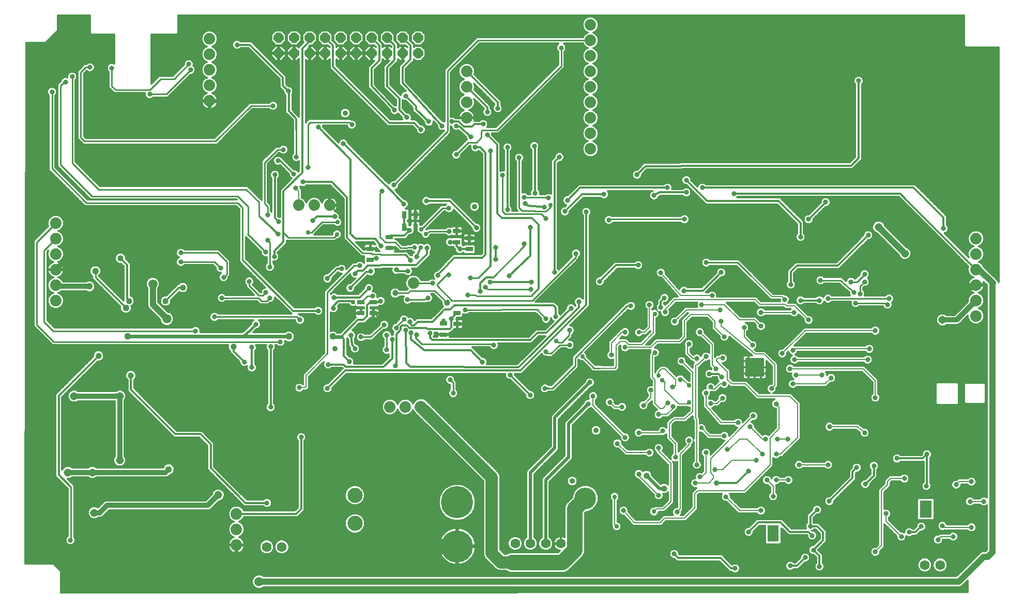
<source format=gbl>
G75*
%MOIN*%
%OFA0B0*%
%FSLAX25Y25*%
%IPPOS*%
%LPD*%
%AMOC8*
5,1,8,0,0,1.08239X$1,22.5*
%
%ADD10C,0.07400*%
%ADD11R,0.04724X0.03150*%
%ADD12R,0.03150X0.04724*%
%ADD13OC8,0.06416*%
%ADD14R,0.04369X0.04369*%
%ADD15C,0.06299*%
%ADD16C,0.09774*%
%ADD17C,0.20732*%
%ADD18C,0.05937*%
%ADD19C,0.03937*%
%ADD20C,0.05150*%
%ADD21C,0.03200*%
%ADD22C,0.03181*%
%ADD23C,0.01200*%
%ADD24C,0.01000*%
%ADD25C,0.01181*%
%ADD26C,0.03000*%
%ADD27C,0.04362*%
%ADD28C,0.03969*%
%ADD29C,0.02362*%
%ADD30C,0.01600*%
%ADD31C,0.00787*%
%ADD32C,0.03063*%
%ADD33C,0.02400*%
%ADD34C,0.03378*%
%ADD35C,0.01969*%
%ADD36C,0.10000*%
%ADD37C,0.14000*%
%ADD38C,0.07874*%
%ADD39C,0.04756*%
%ADD40C,0.07000*%
%ADD41C,0.10630*%
%ADD42R,0.03181X0.03181*%
%ADD43C,0.03575*%
%ADD44C,0.03500*%
D10*
X0221129Y0116102D03*
X0221129Y0126102D03*
X0221129Y0136102D03*
X0320144Y0205197D03*
X0330144Y0205197D03*
X0340144Y0205197D03*
X0335302Y0285118D03*
X0281168Y0335315D03*
X0271168Y0335315D03*
X0261168Y0335315D03*
X0203806Y0402638D03*
X0203806Y0412638D03*
X0203806Y0422638D03*
X0203806Y0432638D03*
X0203806Y0442638D03*
X0369554Y0421693D03*
X0369554Y0411693D03*
X0369554Y0401693D03*
X0369554Y0391693D03*
X0449475Y0391693D03*
X0449475Y0401693D03*
X0449475Y0411693D03*
X0449475Y0421693D03*
X0449475Y0431693D03*
X0449475Y0441693D03*
X0449475Y0451693D03*
X0449475Y0381693D03*
X0449475Y0371693D03*
X0698097Y0313858D03*
X0698097Y0303858D03*
X0698097Y0293858D03*
X0698097Y0283858D03*
X0698097Y0273858D03*
X0698097Y0263858D03*
X0104593Y0273701D03*
X0104593Y0283701D03*
X0104593Y0293701D03*
X0104593Y0303701D03*
X0104593Y0313701D03*
X0104593Y0323701D03*
D11*
X0301444Y0272717D03*
X0301444Y0265630D03*
X0309318Y0265630D03*
X0309318Y0272717D03*
X0307349Y0300079D03*
X0307349Y0307165D03*
X0319554Y0307756D03*
X0319554Y0314843D03*
X0363058Y0311496D03*
X0363058Y0318583D03*
X0371325Y0314055D03*
X0371325Y0306969D03*
X0363451Y0265827D03*
X0363451Y0258740D03*
X0354593Y0258937D03*
X0354593Y0251850D03*
D12*
X0336483Y0321142D03*
X0329396Y0321142D03*
X0329396Y0329213D03*
X0336483Y0329213D03*
D13*
X0338294Y0433346D03*
X0328294Y0433346D03*
X0318294Y0433346D03*
X0308294Y0433346D03*
X0298294Y0433346D03*
X0288294Y0433346D03*
X0278294Y0433346D03*
X0268294Y0433346D03*
X0258294Y0433346D03*
X0248294Y0433346D03*
X0248294Y0443346D03*
X0258294Y0443346D03*
X0268294Y0443346D03*
X0278294Y0443346D03*
X0288294Y0443346D03*
X0298294Y0443346D03*
X0308294Y0443346D03*
X0318294Y0443346D03*
X0328294Y0443346D03*
X0338294Y0443346D03*
D14*
X0551444Y0234724D03*
X0555381Y0234724D03*
X0559318Y0234724D03*
X0559318Y0230787D03*
X0559318Y0226850D03*
X0555381Y0226850D03*
X0555381Y0230787D03*
X0551444Y0230787D03*
X0551444Y0226850D03*
X0663845Y0142795D03*
X0663845Y0139252D03*
X0663845Y0135709D03*
X0667388Y0135709D03*
X0667388Y0139252D03*
X0667388Y0142795D03*
X0568766Y0126654D03*
X0565617Y0126654D03*
X0565617Y0123504D03*
X0568766Y0123504D03*
X0568766Y0120354D03*
X0565617Y0120354D03*
D15*
X0665026Y0103228D03*
X0674869Y0103228D03*
X0430381Y0117008D03*
X0420538Y0117008D03*
X0410696Y0117008D03*
X0400853Y0117008D03*
X0250459Y0114843D03*
X0240617Y0114843D03*
D16*
X0297507Y0130000D03*
X0297507Y0148110D03*
D17*
X0363451Y0143583D03*
X0363451Y0115236D03*
D18*
X0235696Y0092402D03*
X0176247Y0262087D03*
X0167192Y0284528D03*
X0160892Y0292008D03*
D19*
X0160892Y0262874D01*
X0167192Y0271142D02*
X0167192Y0284528D01*
X0167192Y0271142D02*
X0176247Y0262087D01*
X0266798Y0197520D02*
X0282152Y0212874D01*
X0348294Y0212874D01*
X0358924Y0202244D01*
X0409318Y0202244D01*
X0415617Y0208543D01*
X0415617Y0218780D01*
X0440420Y0242795D01*
X0440420Y0249882D01*
X0492388Y0302638D01*
X0595144Y0302638D01*
X0635302Y0321142D02*
X0652231Y0304213D01*
X0698097Y0293858D02*
X0699987Y0293858D01*
X0708924Y0284921D01*
X0708530Y0284528D01*
X0708530Y0111299D01*
X0705774Y0108543D01*
X0703018Y0108543D01*
X0686877Y0092402D01*
X0235696Y0092402D01*
X0415223Y0218386D02*
X0415617Y0218780D01*
D20*
X0595144Y0302638D03*
X0635302Y0321142D03*
X0652231Y0304213D03*
X0645932Y0297717D03*
X0662664Y0281969D03*
X0680381Y0281969D03*
X0676444Y0261299D03*
X0645932Y0262283D03*
X0657349Y0368780D03*
X0209318Y0148307D03*
X0145932Y0170748D03*
X0128215Y0162874D03*
X0112467Y0162874D03*
X0129396Y0136890D03*
X0116404Y0212087D03*
X0145932Y0212087D03*
X0145932Y0308543D03*
D21*
X0119436Y0308543D01*
X0104593Y0293701D01*
X0104593Y0283701D02*
X0105341Y0282953D01*
X0126247Y0282953D01*
X0145932Y0308543D02*
X0160892Y0296339D01*
X0160892Y0292008D01*
X0163255Y0294370D01*
X0183727Y0294370D01*
X0189239Y0288858D01*
X0201050Y0288858D01*
X0145932Y0212087D02*
X0116404Y0212087D01*
X0145932Y0212087D02*
X0145932Y0170748D01*
X0128215Y0162874D02*
X0175459Y0162874D01*
X0202625Y0141614D02*
X0137664Y0141614D01*
X0132940Y0136890D01*
X0129396Y0136890D01*
X0128215Y0162874D02*
X0112467Y0162874D01*
X0202625Y0141614D02*
X0209318Y0148307D01*
X0645932Y0262283D02*
X0645932Y0265236D01*
X0662664Y0281969D01*
X0661680Y0281969D01*
X0645932Y0297717D01*
X0680381Y0281969D02*
X0696207Y0281969D01*
X0698097Y0283858D01*
X0698097Y0273858D02*
X0685538Y0261299D01*
X0676444Y0261299D01*
D22*
X0641010Y0271142D03*
X0641995Y0275079D03*
X0626247Y0285906D03*
X0626247Y0290827D03*
X0617388Y0285906D03*
X0619357Y0279016D03*
X0623294Y0278228D03*
X0620341Y0272126D03*
X0602625Y0275079D03*
X0597113Y0273898D03*
X0595735Y0264055D03*
X0590026Y0261299D03*
X0582940Y0256378D03*
X0577034Y0260709D03*
X0573491Y0262283D03*
X0580774Y0266220D03*
X0584908Y0273898D03*
X0574672Y0274488D03*
X0570735Y0279409D03*
X0570735Y0286102D03*
X0578609Y0284134D03*
X0597703Y0286890D03*
X0584908Y0314843D03*
X0590026Y0326260D03*
X0601050Y0337283D03*
X0628609Y0316024D03*
X0677034Y0320354D03*
X0633136Y0254409D03*
X0629199Y0242598D03*
X0628215Y0235709D03*
X0604593Y0223898D03*
X0606562Y0219961D03*
X0617388Y0211102D03*
X0633136Y0211102D03*
X0603609Y0192402D03*
X0626247Y0188465D03*
X0647113Y0171929D03*
X0651837Y0158937D03*
X0666010Y0154213D03*
X0685302Y0155000D03*
X0695144Y0156969D03*
X0694160Y0144173D03*
X0703018Y0144173D03*
X0695144Y0127441D03*
X0683333Y0121535D03*
X0676444Y0128425D03*
X0673491Y0119567D03*
X0662664Y0128031D03*
X0654987Y0124291D03*
X0649869Y0121535D03*
X0633136Y0111693D03*
X0633333Y0100669D03*
X0597113Y0102244D03*
X0587861Y0107953D03*
X0593176Y0112874D03*
X0592388Y0122126D03*
X0591207Y0128228D03*
X0595538Y0138858D03*
X0603412Y0144370D03*
X0608136Y0155000D03*
X0621129Y0166024D03*
X0632152Y0167205D03*
X0626640Y0155394D03*
X0640026Y0136299D03*
X0602625Y0167795D03*
X0583924Y0167795D03*
X0578609Y0173898D03*
X0569160Y0174685D03*
X0560302Y0174685D03*
X0556365Y0170748D03*
X0551444Y0163858D03*
X0563255Y0157953D03*
X0569160Y0157953D03*
X0577034Y0157953D03*
X0567192Y0147480D03*
X0559318Y0138268D03*
X0551444Y0124488D03*
X0536680Y0147126D03*
X0519948Y0159921D03*
X0516995Y0155984D03*
X0513255Y0149094D03*
X0505184Y0137283D03*
X0515617Y0133346D03*
X0503806Y0121535D03*
X0503412Y0110315D03*
X0542782Y0101063D03*
X0578215Y0102638D03*
X0493373Y0148110D03*
X0480577Y0161890D03*
X0487467Y0175669D03*
X0493373Y0178622D03*
X0495932Y0189646D03*
X0507152Y0188661D03*
X0513058Y0183543D03*
X0523885Y0175669D03*
X0517979Y0167795D03*
X0529790Y0164843D03*
X0537664Y0177638D03*
X0535696Y0186496D03*
X0544554Y0194961D03*
X0549475Y0200276D03*
X0554396Y0199291D03*
X0552428Y0192402D03*
X0562270Y0184528D03*
X0569948Y0184528D03*
X0576640Y0184528D03*
X0569160Y0207165D03*
X0566207Y0217008D03*
X0579987Y0219961D03*
X0581955Y0225866D03*
X0578018Y0229803D03*
X0580971Y0235709D03*
X0579987Y0241614D03*
X0573097Y0239646D03*
X0568176Y0240630D03*
X0570144Y0249488D03*
X0559318Y0257362D03*
X0548491Y0256378D03*
X0553904Y0245059D03*
X0535696Y0250472D03*
X0533727Y0260315D03*
X0533136Y0267795D03*
X0527822Y0277047D03*
X0521129Y0271142D03*
X0509711Y0280197D03*
X0497113Y0275472D03*
X0491404Y0276063D03*
X0487467Y0270945D03*
X0494751Y0269567D03*
X0497507Y0266417D03*
X0503806Y0260315D03*
X0507152Y0252441D03*
X0512861Y0245748D03*
X0507152Y0240236D03*
X0508136Y0234724D03*
X0517979Y0236496D03*
X0523885Y0237677D03*
X0530381Y0229803D03*
X0526050Y0226457D03*
X0534121Y0224291D03*
X0535696Y0219961D03*
X0526837Y0217992D03*
X0523885Y0214055D03*
X0526837Y0211496D03*
X0526837Y0207362D03*
X0520932Y0211496D03*
X0534514Y0210906D03*
X0544554Y0217008D03*
X0534711Y0236693D03*
X0519948Y0253425D03*
X0491010Y0240236D03*
X0471719Y0243583D03*
X0462861Y0238661D03*
X0471719Y0253425D03*
X0475459Y0270354D03*
X0493373Y0284724D03*
X0494751Y0291811D03*
X0480184Y0296732D03*
X0455381Y0286102D03*
X0441995Y0273110D03*
X0436877Y0268780D03*
X0427034Y0263268D03*
X0420735Y0262087D03*
X0410499Y0253031D03*
X0420735Y0240827D03*
X0436089Y0245157D03*
X0436089Y0254606D03*
X0410892Y0280984D03*
X0411286Y0285709D03*
X0397113Y0289646D03*
X0384514Y0285709D03*
X0381759Y0282559D03*
X0378215Y0279606D03*
X0370341Y0277441D03*
X0368766Y0267795D03*
X0359711Y0262087D03*
X0371129Y0254213D03*
X0387073Y0244961D03*
X0378609Y0239646D03*
X0379790Y0234134D03*
X0397507Y0225866D03*
X0410499Y0212874D03*
X0419948Y0217205D03*
X0449081Y0220945D03*
X0451050Y0212087D03*
X0448097Y0207165D03*
X0461877Y0208150D03*
X0469751Y0205197D03*
X0483530Y0206181D03*
X0488451Y0216024D03*
X0502231Y0217992D03*
X0507349Y0222913D03*
X0499475Y0207756D03*
X0502625Y0205394D03*
X0502231Y0199882D03*
X0493373Y0200276D03*
X0480577Y0188465D03*
X0475656Y0189449D03*
X0471719Y0185512D03*
X0466798Y0181575D03*
X0504199Y0172717D03*
X0514042Y0196535D03*
X0520932Y0199291D03*
X0598688Y0225866D03*
X0559318Y0266220D03*
X0534121Y0282559D03*
X0533727Y0292008D03*
X0524081Y0298307D03*
X0510105Y0326260D03*
X0511286Y0343583D03*
X0521522Y0346732D03*
X0511286Y0351457D03*
X0499081Y0346732D03*
X0490420Y0341614D03*
X0479396Y0355000D03*
X0458136Y0342402D03*
X0446719Y0330984D03*
X0432940Y0331378D03*
X0434514Y0338465D03*
X0431168Y0345354D03*
X0438058Y0353031D03*
X0422310Y0340039D03*
X0413648Y0343189D03*
X0406562Y0340433D03*
X0407349Y0336496D03*
X0395932Y0332559D03*
X0410499Y0321142D03*
X0420735Y0326654D03*
X0419751Y0334134D03*
X0434908Y0317992D03*
X0440026Y0304213D03*
X0426247Y0292008D03*
X0406562Y0310512D03*
X0388451Y0308150D03*
X0388451Y0300276D03*
X0377428Y0310906D03*
X0365223Y0306969D03*
X0358924Y0311496D03*
X0358333Y0318386D03*
X0343963Y0307756D03*
X0337270Y0302244D03*
X0333333Y0299882D03*
X0331759Y0292795D03*
X0324278Y0293583D03*
X0311286Y0301063D03*
X0307743Y0292598D03*
X0300656Y0296339D03*
X0297507Y0291220D03*
X0288845Y0294370D03*
X0279790Y0288071D03*
X0284121Y0275866D03*
X0283727Y0268780D03*
X0273885Y0267205D03*
X0269948Y0271929D03*
X0262073Y0261299D03*
X0269554Y0255394D03*
X0249475Y0247126D03*
X0243176Y0243976D03*
X0230971Y0243583D03*
X0226247Y0234134D03*
X0230971Y0230591D03*
X0261680Y0217598D03*
X0279790Y0217205D03*
X0280184Y0232559D03*
X0293963Y0234528D03*
X0297507Y0242795D03*
X0301444Y0250276D03*
X0298688Y0253031D03*
X0295144Y0251457D03*
X0292782Y0263268D03*
X0308924Y0276654D03*
X0306562Y0281772D03*
X0314042Y0273504D03*
X0331365Y0274291D03*
X0344751Y0275472D03*
X0347507Y0284921D03*
X0351050Y0290039D03*
X0358136Y0290433D03*
X0371916Y0288465D03*
X0336483Y0317992D03*
X0332546Y0319173D03*
X0314436Y0308937D03*
X0284514Y0328228D03*
X0270341Y0325472D03*
X0248294Y0324685D03*
X0247900Y0316811D03*
X0241207Y0312874D03*
X0240026Y0305000D03*
X0245538Y0302244D03*
X0242782Y0295551D03*
X0247113Y0287677D03*
X0240026Y0279016D03*
X0242782Y0275472D03*
X0229396Y0286102D03*
X0212861Y0288858D03*
X0210892Y0294764D03*
X0211680Y0275472D03*
X0206955Y0269173D03*
X0206955Y0263268D03*
X0194751Y0254213D03*
X0190814Y0260512D03*
X0233727Y0258543D03*
X0185302Y0298701D03*
X0185302Y0304606D03*
X0241207Y0329016D03*
X0259318Y0346339D03*
X0264042Y0350276D03*
X0258136Y0355394D03*
X0245932Y0355000D03*
X0247900Y0364055D03*
X0251444Y0371142D03*
X0259711Y0366417D03*
X0267192Y0359724D03*
X0290026Y0375079D03*
X0295538Y0387283D03*
X0273885Y0385709D03*
X0244751Y0399488D03*
X0254593Y0408937D03*
X0221522Y0438858D03*
X0190420Y0426260D03*
X0191601Y0422717D03*
X0183333Y0429803D03*
X0165223Y0406969D03*
X0140814Y0423898D03*
X0126640Y0424291D03*
X0115223Y0418386D03*
X0110892Y0414843D03*
X0102231Y0408543D03*
X0314829Y0344370D03*
X0322703Y0348307D03*
X0329003Y0336102D03*
X0343570Y0338071D03*
X0358136Y0333346D03*
X0375853Y0320748D03*
X0392782Y0354606D03*
X0403412Y0366024D03*
X0395932Y0372717D03*
X0384908Y0370354D03*
X0375066Y0372717D03*
X0372310Y0379409D03*
X0362861Y0386496D03*
X0360105Y0389252D03*
X0353806Y0386496D03*
X0345144Y0389252D03*
X0340026Y0384134D03*
X0330971Y0392008D03*
X0323097Y0396732D03*
X0330184Y0405787D03*
X0380184Y0387677D03*
X0382940Y0395551D03*
X0389633Y0397913D03*
X0382940Y0380591D03*
X0362861Y0367992D03*
X0351444Y0367992D03*
X0413255Y0373504D03*
X0422703Y0380197D03*
X0429396Y0366417D03*
X0461286Y0325866D03*
X0541995Y0342795D03*
X0622310Y0415630D03*
X0430577Y0436890D03*
X0332940Y0260118D03*
X0330184Y0254606D03*
X0333727Y0253031D03*
X0337270Y0251850D03*
X0324278Y0256181D03*
X0317979Y0251457D03*
X0321522Y0248701D03*
X0317979Y0242008D03*
X0323491Y0231772D03*
X0345932Y0252638D03*
X0316404Y0258150D03*
X0358924Y0222717D03*
X0360892Y0214055D03*
X0271129Y0168386D03*
X0262861Y0185709D03*
X0243176Y0205000D03*
X0240814Y0143189D03*
X0114042Y0119173D03*
X0455381Y0107756D03*
X0470735Y0138268D03*
X0666404Y0174685D03*
D23*
X0551444Y0163858D02*
X0543570Y0155984D01*
X0530774Y0155984D01*
X0534121Y0224291D02*
X0531955Y0226457D01*
X0526050Y0226457D01*
X0578609Y0284134D02*
X0578609Y0292402D01*
X0582546Y0296339D01*
X0608924Y0296339D01*
X0628609Y0316024D01*
X0653058Y0338898D02*
X0650735Y0341220D01*
X0653058Y0338898D02*
X0698097Y0293858D01*
X0677034Y0320354D02*
X0677034Y0323504D01*
X0584908Y0323898D02*
X0584908Y0314843D01*
X0584908Y0323898D02*
X0570735Y0338071D01*
X0524672Y0338071D01*
X0511286Y0351457D01*
X0511286Y0343583D02*
X0493963Y0343583D01*
X0490420Y0341614D01*
X0429396Y0366417D02*
X0426247Y0363268D01*
X0426247Y0292008D01*
X0411286Y0285709D02*
X0384514Y0285709D01*
X0363451Y0265827D02*
X0359711Y0262087D01*
X0359711Y0256575D01*
X0340814Y0245748D02*
X0336877Y0249488D01*
X0321522Y0248701D02*
X0321522Y0236496D01*
X0316010Y0230984D01*
X0291601Y0230984D01*
X0290026Y0232559D01*
X0280184Y0232559D01*
X0290420Y0238071D02*
X0293963Y0234528D01*
X0290420Y0238071D02*
X0290420Y0249094D01*
X0289042Y0250472D01*
X0288845Y0250669D01*
X0299475Y0261299D01*
X0303018Y0261299D01*
X0305381Y0263661D01*
X0305381Y0270748D01*
X0307349Y0272717D01*
X0309318Y0272717D01*
X0296233Y0272740D02*
X0295533Y0273440D01*
X0286833Y0273440D01*
X0283727Y0270334D01*
X0283727Y0268780D01*
X0273885Y0267205D02*
X0257743Y0267205D01*
X0225853Y0299094D01*
X0240026Y0305000D02*
X0228609Y0316417D01*
X0245538Y0305787D02*
X0245538Y0302244D01*
X0245538Y0305787D02*
X0251444Y0311693D01*
X0251444Y0317992D01*
X0251444Y0344370D01*
X0263648Y0356575D01*
X0263648Y0436496D01*
X0268294Y0441142D01*
X0268294Y0443346D01*
X0330184Y0405787D02*
X0336877Y0399094D01*
X0336877Y0397126D01*
X0345144Y0389252D01*
X0369554Y0391693D02*
X0390105Y0391693D01*
X0394751Y0396339D01*
X0394751Y0411693D01*
X0389633Y0401614D02*
X0389633Y0397913D01*
X0389633Y0401614D02*
X0369554Y0421693D01*
X0369554Y0411693D02*
X0382940Y0398307D01*
X0382940Y0395551D01*
X0413255Y0373504D02*
X0413648Y0373110D01*
X0413648Y0343189D01*
X0371325Y0306969D02*
X0365223Y0306969D01*
X0363058Y0309134D01*
X0363058Y0311496D01*
X0358924Y0311496D01*
X0343963Y0307756D02*
X0343963Y0303819D01*
X0336877Y0296732D01*
X0314436Y0296732D01*
X0314042Y0296339D01*
X0307546Y0300276D02*
X0307349Y0300079D01*
X0304593Y0295157D02*
X0302625Y0293189D01*
X0299475Y0293189D01*
X0297507Y0291220D01*
X0304987Y0292402D02*
X0294533Y0281948D01*
X0294533Y0281940D01*
X0288845Y0294370D02*
X0286089Y0294370D01*
X0279790Y0288071D01*
X0307349Y0307165D02*
X0309514Y0307165D01*
X0314436Y0308937D02*
X0310499Y0313661D01*
X0297900Y0313661D01*
X0294751Y0316811D01*
X0294751Y0364843D01*
X0273885Y0385709D01*
X0290026Y0375079D02*
X0290420Y0375079D01*
X0317585Y0347913D01*
X0317979Y0347913D01*
X0329003Y0336102D01*
X0329396Y0329213D02*
X0329396Y0321142D01*
X0332546Y0319173D01*
X0329396Y0315630D01*
X0320341Y0315630D01*
X0319554Y0314843D01*
X0330184Y0303425D02*
X0333333Y0299882D01*
X0337270Y0302244D02*
X0340026Y0308150D01*
X0336483Y0317992D02*
X0336483Y0321142D01*
X0336483Y0329213D01*
X0292388Y0340433D02*
X0292388Y0314449D01*
X0324278Y0293583D02*
X0325066Y0292795D01*
X0331759Y0292795D01*
X0295144Y0251457D02*
X0295538Y0245551D01*
X0297507Y0242795D01*
X0230971Y0243583D02*
X0230971Y0230591D01*
X0226247Y0234134D02*
X0219160Y0241220D01*
X0219160Y0243976D01*
X0206955Y0269173D02*
X0206955Y0284921D01*
X0203018Y0288858D01*
X0201050Y0288858D01*
X0186483Y0282165D02*
X0184121Y0282165D01*
X0175459Y0273504D01*
X0151837Y0273504D02*
X0150656Y0274685D01*
X0150656Y0296732D01*
X0146325Y0301063D01*
X0132152Y0238071D02*
X0106562Y0212480D01*
X0106562Y0161299D01*
X0114436Y0153425D01*
X0153018Y0216417D02*
X0181759Y0187677D01*
X0197900Y0187677D01*
X0204593Y0180984D01*
X0204593Y0165630D01*
X0227034Y0143189D01*
X0240814Y0143189D01*
X0153018Y0216417D02*
X0153018Y0225472D01*
X0248294Y0324685D02*
X0245932Y0327047D01*
X0264042Y0350276D02*
X0282546Y0350276D01*
X0292388Y0340433D01*
X0338058Y0424685D02*
X0352625Y0424685D01*
D24*
X0357349Y0421929D02*
X0377113Y0441693D01*
X0449475Y0441693D01*
X0430577Y0436890D02*
X0430577Y0425079D01*
X0389239Y0383740D01*
X0379790Y0383740D01*
X0379003Y0382953D01*
X0379003Y0379016D01*
X0375853Y0375866D01*
X0370735Y0375866D01*
X0362861Y0367992D01*
X0357349Y0382953D02*
X0357349Y0421929D01*
X0357349Y0382953D02*
X0322703Y0348307D01*
X0314829Y0344370D02*
X0313648Y0343189D01*
X0313648Y0314843D01*
X0317192Y0311299D01*
X0323491Y0311299D01*
X0327034Y0307756D01*
X0336089Y0308150D01*
X0330184Y0303425D02*
X0314436Y0303425D01*
X0314042Y0303819D01*
X0308530Y0303819D01*
X0307940Y0304409D01*
X0302428Y0304409D01*
X0292388Y0314449D01*
X0286033Y0316540D02*
X0283929Y0314436D01*
X0267742Y0314436D01*
X0263255Y0314449D01*
X0254593Y0314449D01*
X0251444Y0317598D01*
X0251444Y0317992D01*
X0242782Y0311299D02*
X0242782Y0295551D01*
X0229396Y0286102D02*
X0229396Y0283346D01*
X0235696Y0277047D01*
X0238058Y0277047D01*
X0240026Y0279016D01*
X0242782Y0275472D02*
X0240814Y0273504D01*
X0237270Y0273504D01*
X0235302Y0275472D01*
X0211680Y0275472D01*
X0206955Y0263268D02*
X0260105Y0263268D01*
X0262073Y0261299D01*
X0249475Y0247126D02*
X0103412Y0247126D01*
X0092388Y0258150D01*
X0092388Y0311496D01*
X0104593Y0323701D01*
X0104593Y0313701D02*
X0097113Y0306220D01*
X0097113Y0260118D01*
X0103018Y0254213D01*
X0194751Y0254213D01*
X0212861Y0288858D02*
X0214829Y0290827D01*
X0214829Y0298701D01*
X0208924Y0304606D01*
X0185302Y0304606D01*
X0185302Y0298701D02*
X0206955Y0298701D01*
X0210892Y0294764D01*
X0225066Y0299882D02*
X0225066Y0333740D01*
X0221916Y0336890D01*
X0124278Y0336890D01*
X0102231Y0358937D01*
X0102231Y0408543D01*
X0107743Y0412480D02*
X0110105Y0414843D01*
X0110892Y0414843D01*
X0107743Y0412480D02*
X0107743Y0361299D01*
X0127822Y0341220D01*
X0221916Y0341220D01*
X0228609Y0334528D01*
X0228609Y0316417D01*
X0241207Y0312874D02*
X0242782Y0311299D01*
X0241207Y0329016D02*
X0241207Y0334528D01*
X0239239Y0336496D01*
X0239239Y0362874D01*
X0247507Y0371142D01*
X0251444Y0371142D01*
X0259711Y0366417D02*
X0259711Y0384134D01*
X0267192Y0387283D02*
X0268766Y0388858D01*
X0293963Y0388858D01*
X0295538Y0387283D01*
X0267192Y0387283D02*
X0267192Y0359724D01*
X0281168Y0335315D02*
X0287943Y0328540D01*
X0289233Y0328540D01*
X0286233Y0324440D02*
X0276233Y0324440D01*
X0269533Y0317740D01*
X0267433Y0317740D01*
X0236089Y0328228D02*
X0235696Y0328622D01*
X0235696Y0337283D01*
X0227428Y0345551D01*
X0132152Y0345551D01*
X0115223Y0362480D01*
X0115223Y0418386D01*
X0120735Y0421142D02*
X0123885Y0424291D01*
X0126640Y0424291D01*
X0120735Y0421142D02*
X0120735Y0379016D01*
X0123097Y0376654D01*
X0207743Y0376654D01*
X0230577Y0399488D01*
X0244751Y0399488D01*
X0191601Y0422717D02*
X0175853Y0406969D01*
X0165223Y0406969D01*
X0165223Y0409724D02*
X0143176Y0409724D01*
X0140814Y0412087D01*
X0140814Y0423898D01*
X0165223Y0409724D02*
X0172310Y0416811D01*
X0180971Y0416811D01*
X0190420Y0426260D01*
X0340420Y0319764D02*
X0354003Y0333346D01*
X0358136Y0333346D01*
X0356168Y0333346D01*
X0358333Y0318386D02*
X0345538Y0318386D01*
X0343176Y0316811D01*
X0357743Y0297520D02*
X0351050Y0290827D01*
X0351050Y0290039D01*
X0350656Y0284528D02*
X0356562Y0290433D01*
X0358136Y0290433D01*
X0350656Y0284528D02*
X0350656Y0283346D01*
X0360105Y0273898D01*
X0412073Y0273898D01*
X0440026Y0301850D01*
X0440026Y0304213D01*
X0420735Y0326654D02*
X0417585Y0329803D01*
X0394357Y0329803D01*
X0392782Y0331378D01*
X0392782Y0354606D01*
X0403412Y0366024D02*
X0403412Y0333740D01*
X0405381Y0331772D01*
X0413255Y0331772D01*
X0413648Y0331378D01*
X0420735Y0331378D01*
X0423491Y0334134D01*
X0423491Y0335315D01*
X0422310Y0340039D02*
X0421916Y0340433D01*
X0406562Y0340433D01*
X0406562Y0310512D02*
X0406562Y0308937D01*
X0386483Y0288858D01*
X0381759Y0282559D02*
X0383333Y0280984D01*
X0410892Y0280984D01*
X0412073Y0277441D02*
X0411286Y0276654D01*
X0375853Y0276654D01*
X0375066Y0277441D01*
X0370341Y0277441D01*
X0361680Y0270748D02*
X0361286Y0270354D01*
X0356955Y0272323D02*
X0349081Y0280197D01*
X0333333Y0280197D01*
X0331759Y0278622D01*
X0323491Y0278622D01*
X0331365Y0274291D02*
X0342388Y0274291D01*
X0344751Y0275472D01*
X0347507Y0284921D02*
X0335499Y0284921D01*
X0335302Y0285118D01*
X0311877Y0272717D02*
X0309318Y0272717D01*
X0308924Y0276654D02*
X0305774Y0276654D01*
X0301444Y0272717D01*
X0316404Y0258150D02*
X0307743Y0250276D01*
X0301444Y0250276D01*
X0317979Y0251457D02*
X0317979Y0242008D01*
X0324278Y0256181D02*
X0324278Y0256969D01*
X0329199Y0261693D01*
X0332940Y0260118D02*
X0332940Y0258937D01*
X0334121Y0257756D01*
X0340814Y0245748D02*
X0386286Y0245748D01*
X0387073Y0244961D01*
X0380577Y0240433D02*
X0398294Y0240433D01*
X0390617Y0252835D02*
X0394357Y0256181D01*
X0395144Y0256181D01*
X0380577Y0240433D02*
X0380184Y0240039D01*
X0378609Y0239646D01*
X0360892Y0220748D02*
X0358924Y0222717D01*
X0360892Y0220748D02*
X0360892Y0214055D01*
X0422310Y0217205D02*
X0425066Y0217205D01*
X0439633Y0231772D01*
X0439633Y0236890D01*
X0473097Y0270354D01*
X0475459Y0270354D01*
X0436089Y0254606D02*
X0435696Y0251457D01*
X0430971Y0246732D01*
X0429003Y0246732D01*
X0427428Y0247913D01*
X0429790Y0245157D02*
X0436089Y0245157D01*
X0429790Y0245157D02*
X0423885Y0239646D01*
X0421916Y0239646D01*
X0420735Y0240827D01*
X0444160Y0237677D02*
X0451640Y0230197D01*
X0455774Y0230197D01*
X0495735Y0222520D02*
X0497310Y0220945D01*
X0420735Y0262087D02*
X0414829Y0267992D01*
X0368766Y0267795D01*
X0354593Y0260906D02*
X0354593Y0258937D01*
X0371916Y0288465D02*
X0377428Y0288465D01*
X0311680Y0306378D02*
X0311089Y0307165D01*
X0309514Y0307165D01*
X0300656Y0296339D02*
X0297113Y0296339D01*
X0279790Y0279016D01*
X0279790Y0239252D01*
X0304987Y0292402D02*
X0307546Y0292402D01*
X0307743Y0292598D01*
X0225853Y0299094D02*
X0225066Y0299882D01*
X0149869Y0269173D02*
X0130184Y0288858D01*
X0130184Y0292795D01*
X0114436Y0153425D02*
X0114436Y0119567D01*
X0114042Y0119173D01*
X0461286Y0325866D02*
X0461680Y0326260D01*
X0510105Y0326260D01*
X0524081Y0298307D02*
X0544357Y0298307D01*
X0552822Y0289843D01*
X0590026Y0256378D02*
X0595735Y0264055D01*
X0590026Y0256378D02*
X0582940Y0256378D01*
X0602625Y0275079D02*
X0641995Y0275079D01*
X0640026Y0272126D02*
X0620341Y0272126D01*
X0623294Y0278228D02*
X0623294Y0282953D01*
X0626247Y0285906D01*
X0626247Y0290827D02*
X0621325Y0285906D01*
X0617388Y0285906D01*
X0610499Y0286890D02*
X0597703Y0286890D01*
X0610499Y0286890D02*
X0619357Y0279016D01*
X0640026Y0272126D02*
X0641010Y0271142D01*
X0590026Y0326260D02*
X0601050Y0337283D01*
D25*
X0107865Y0099173D02*
X0107865Y0085346D01*
X0692660Y0085711D01*
X0692660Y0093152D01*
X0688893Y0089384D01*
X0687585Y0088843D01*
X0238584Y0088843D01*
X0238278Y0088537D01*
X0236602Y0087843D01*
X0234789Y0087843D01*
X0233113Y0088537D01*
X0231831Y0089819D01*
X0231136Y0091495D01*
X0231136Y0093308D01*
X0231831Y0094984D01*
X0233113Y0096267D01*
X0234789Y0096961D01*
X0236602Y0096961D01*
X0238278Y0096267D01*
X0238584Y0095961D01*
X0685402Y0095961D01*
X0700001Y0110559D01*
X0701002Y0111561D01*
X0702310Y0112102D01*
X0704300Y0112102D01*
X0704971Y0112773D01*
X0704971Y0141627D01*
X0704820Y0141476D01*
X0703651Y0140992D01*
X0702386Y0140992D01*
X0701216Y0141476D01*
X0700504Y0142189D01*
X0696675Y0142189D01*
X0695962Y0141476D01*
X0694793Y0140992D01*
X0693527Y0140992D01*
X0692358Y0141476D01*
X0691463Y0142371D01*
X0690979Y0143540D01*
X0690979Y0144806D01*
X0691463Y0145975D01*
X0692358Y0146870D01*
X0693527Y0147354D01*
X0694793Y0147354D01*
X0695962Y0146870D01*
X0696675Y0146157D01*
X0700504Y0146157D01*
X0701216Y0146870D01*
X0702386Y0147354D01*
X0703651Y0147354D01*
X0704820Y0146870D01*
X0704971Y0146719D01*
X0704971Y0283841D01*
X0703037Y0285775D01*
X0703257Y0285097D01*
X0703388Y0284275D01*
X0703388Y0284268D01*
X0698507Y0284268D01*
X0698507Y0283449D01*
X0703388Y0283449D01*
X0703388Y0283442D01*
X0703257Y0282619D01*
X0703000Y0281827D01*
X0702622Y0281085D01*
X0702133Y0280412D01*
X0701544Y0279823D01*
X0700870Y0279333D01*
X0700128Y0278955D01*
X0699841Y0278862D01*
X0701094Y0278343D01*
X0702582Y0276855D01*
X0703388Y0274911D01*
X0703388Y0272806D01*
X0702582Y0270861D01*
X0701094Y0269373D01*
X0699851Y0268858D01*
X0701094Y0268343D01*
X0702582Y0266855D01*
X0703388Y0264911D01*
X0703388Y0262806D01*
X0702582Y0260861D01*
X0701094Y0259373D01*
X0699149Y0258568D01*
X0697045Y0258568D01*
X0695100Y0259373D01*
X0693612Y0260861D01*
X0692807Y0262806D01*
X0692807Y0264056D01*
X0688243Y0259492D01*
X0687345Y0258594D01*
X0686173Y0258109D01*
X0679144Y0258109D01*
X0678803Y0257768D01*
X0677272Y0257134D01*
X0675615Y0257134D01*
X0674084Y0257768D01*
X0672912Y0258940D01*
X0672278Y0260471D01*
X0672278Y0262128D01*
X0672912Y0263659D01*
X0674084Y0264830D01*
X0675615Y0265465D01*
X0677272Y0265465D01*
X0678803Y0264830D01*
X0679144Y0264490D01*
X0684216Y0264490D01*
X0692807Y0273080D01*
X0692807Y0274911D01*
X0693612Y0276855D01*
X0695100Y0278343D01*
X0696353Y0278862D01*
X0696066Y0278955D01*
X0695324Y0279333D01*
X0694651Y0279823D01*
X0694062Y0280412D01*
X0693572Y0281085D01*
X0693194Y0281827D01*
X0692937Y0282619D01*
X0692807Y0283442D01*
X0692807Y0283449D01*
X0697688Y0283449D01*
X0697688Y0284268D01*
X0692807Y0284268D01*
X0692807Y0284275D01*
X0692937Y0285097D01*
X0693194Y0285889D01*
X0693572Y0286631D01*
X0694062Y0287305D01*
X0694651Y0287894D01*
X0695324Y0288383D01*
X0696066Y0288761D01*
X0696353Y0288854D01*
X0695100Y0289373D01*
X0693612Y0290861D01*
X0692807Y0292806D01*
X0692807Y0294911D01*
X0693141Y0295717D01*
X0652150Y0336707D01*
X0648544Y0340313D01*
X0648544Y0340326D01*
X0648257Y0340614D01*
X0544312Y0340614D01*
X0543960Y0340261D01*
X0571642Y0340261D01*
X0585815Y0326088D01*
X0587099Y0324805D01*
X0587099Y0317151D01*
X0587605Y0316644D01*
X0588089Y0315475D01*
X0588089Y0314210D01*
X0587605Y0313041D01*
X0586710Y0312146D01*
X0585541Y0311661D01*
X0584275Y0311661D01*
X0583106Y0312146D01*
X0582211Y0313041D01*
X0581727Y0314210D01*
X0581727Y0315475D01*
X0582211Y0316644D01*
X0582718Y0317151D01*
X0582718Y0322990D01*
X0569828Y0335880D01*
X0523765Y0335880D01*
X0522481Y0337164D01*
X0511369Y0348276D01*
X0510653Y0348276D01*
X0509484Y0348760D01*
X0508589Y0349655D01*
X0508105Y0350824D01*
X0508105Y0352089D01*
X0508589Y0353259D01*
X0509484Y0354153D01*
X0510653Y0354638D01*
X0511919Y0354638D01*
X0513088Y0354153D01*
X0513983Y0353259D01*
X0514467Y0352089D01*
X0514467Y0351373D01*
X0518381Y0347460D01*
X0518825Y0348534D01*
X0519720Y0349429D01*
X0520890Y0349913D01*
X0522155Y0349913D01*
X0523324Y0349429D01*
X0523840Y0348913D01*
X0658646Y0348913D01*
X0659924Y0347636D01*
X0679215Y0328344D01*
X0679215Y0324421D01*
X0679225Y0324411D01*
X0679225Y0322663D01*
X0679731Y0322156D01*
X0680215Y0320987D01*
X0680215Y0319722D01*
X0679731Y0318552D01*
X0678836Y0317658D01*
X0677818Y0317236D01*
X0693202Y0301851D01*
X0692807Y0302806D01*
X0692807Y0304911D01*
X0693612Y0306855D01*
X0695100Y0308343D01*
X0696343Y0308858D01*
X0695100Y0309373D01*
X0693612Y0310861D01*
X0692807Y0312806D01*
X0692807Y0314911D01*
X0693612Y0316855D01*
X0695100Y0318343D01*
X0697045Y0319149D01*
X0699149Y0319149D01*
X0701094Y0318343D01*
X0702582Y0316855D01*
X0703388Y0314911D01*
X0703388Y0312806D01*
X0702582Y0310861D01*
X0701094Y0309373D01*
X0699851Y0308858D01*
X0701094Y0308343D01*
X0702582Y0306855D01*
X0703388Y0304911D01*
X0703388Y0302806D01*
X0702582Y0300861D01*
X0701094Y0299373D01*
X0699851Y0298858D01*
X0701094Y0298343D01*
X0702582Y0296855D01*
X0702977Y0295901D01*
X0710940Y0287938D01*
X0710940Y0287938D01*
X0711941Y0286937D01*
X0712481Y0285635D01*
X0712799Y0437161D01*
X0691523Y0437161D01*
X0690298Y0438386D01*
X0690298Y0457740D01*
X0183743Y0457740D01*
X0183743Y0446467D01*
X0182811Y0445535D01*
X0166420Y0445535D01*
X0166420Y0413878D01*
X0171444Y0418902D01*
X0180105Y0418902D01*
X0187239Y0426035D01*
X0187239Y0426893D01*
X0187723Y0428062D01*
X0188618Y0428957D01*
X0189787Y0429441D01*
X0191053Y0429441D01*
X0192222Y0428957D01*
X0193117Y0428062D01*
X0193601Y0426893D01*
X0193601Y0425627D01*
X0193480Y0425336D01*
X0194298Y0424518D01*
X0194782Y0423349D01*
X0194782Y0422084D01*
X0194298Y0420915D01*
X0193403Y0420020D01*
X0192234Y0419535D01*
X0191376Y0419535D01*
X0177944Y0406103D01*
X0176719Y0404878D01*
X0167631Y0404878D01*
X0167025Y0404272D01*
X0165856Y0403787D01*
X0164590Y0403787D01*
X0163421Y0404272D01*
X0162526Y0405167D01*
X0162042Y0406336D01*
X0162042Y0407601D01*
X0162055Y0407634D01*
X0142310Y0407634D01*
X0138723Y0411221D01*
X0138723Y0421489D01*
X0138117Y0422096D01*
X0137633Y0423265D01*
X0137633Y0424530D01*
X0138117Y0425700D01*
X0139012Y0426594D01*
X0140181Y0427079D01*
X0141446Y0427079D01*
X0142373Y0426695D01*
X0142373Y0445535D01*
X0127556Y0445535D01*
X0126625Y0446467D01*
X0126625Y0457740D01*
X0105896Y0457740D01*
X0105896Y0447835D01*
X0104672Y0446610D01*
X0097979Y0439917D01*
X0085671Y0439917D01*
X0084966Y0103941D01*
X0103097Y0103941D01*
X0104322Y0102716D01*
X0107865Y0099173D01*
X0107865Y0099075D02*
X0395491Y0099075D01*
X0395151Y0099216D02*
X0397574Y0098213D01*
X0432676Y0098213D01*
X0435098Y0099216D01*
X0442972Y0107090D01*
X0444826Y0108944D01*
X0445829Y0111366D01*
X0445829Y0136522D01*
X0446859Y0137551D01*
X0447837Y0137551D01*
X0450995Y0138859D01*
X0453411Y0141276D01*
X0454719Y0144433D01*
X0454719Y0147850D01*
X0453411Y0151008D01*
X0450995Y0153424D01*
X0447837Y0154732D01*
X0444420Y0154732D01*
X0441262Y0153424D01*
X0438846Y0151008D01*
X0437538Y0147850D01*
X0437538Y0146872D01*
X0433652Y0142985D01*
X0432648Y0140563D01*
X0432648Y0121172D01*
X0432200Y0121401D01*
X0431491Y0121631D01*
X0430754Y0121748D01*
X0430479Y0121748D01*
X0430479Y0117106D01*
X0430282Y0117106D01*
X0430282Y0116909D01*
X0425640Y0116909D01*
X0425640Y0116635D01*
X0425757Y0115898D01*
X0425988Y0115188D01*
X0426326Y0114523D01*
X0426765Y0113920D01*
X0427293Y0113392D01*
X0427896Y0112954D01*
X0428561Y0112615D01*
X0429271Y0112384D01*
X0429577Y0112336D01*
X0428635Y0111394D01*
X0397574Y0111394D01*
X0395151Y0110390D01*
X0395092Y0110331D01*
X0394087Y0110331D01*
X0391223Y0113195D01*
X0391223Y0160745D01*
X0390382Y0162777D01*
X0388827Y0164332D01*
X0343275Y0209883D01*
X0341244Y0210724D01*
X0339045Y0210724D01*
X0337013Y0209883D01*
X0335458Y0208328D01*
X0335016Y0207260D01*
X0334629Y0208194D01*
X0333141Y0209682D01*
X0331197Y0210487D01*
X0329092Y0210487D01*
X0327147Y0209682D01*
X0325659Y0208194D01*
X0325144Y0206951D01*
X0324629Y0208194D01*
X0323141Y0209682D01*
X0321197Y0210487D01*
X0319092Y0210487D01*
X0317147Y0209682D01*
X0315659Y0208194D01*
X0314854Y0206249D01*
X0314854Y0204144D01*
X0315659Y0202200D01*
X0317147Y0200712D01*
X0319092Y0199906D01*
X0321197Y0199906D01*
X0323141Y0200712D01*
X0324629Y0202200D01*
X0325144Y0203443D01*
X0325659Y0202200D01*
X0327147Y0200712D01*
X0329092Y0199906D01*
X0331197Y0199906D01*
X0333141Y0200712D01*
X0334629Y0202200D01*
X0335016Y0203133D01*
X0335458Y0202066D01*
X0380168Y0157356D01*
X0380168Y0109806D01*
X0381009Y0107774D01*
X0387112Y0101672D01*
X0388667Y0100117D01*
X0390698Y0099276D01*
X0395092Y0099276D01*
X0395151Y0099216D01*
X0388529Y0100255D02*
X0106783Y0100255D01*
X0105603Y0101434D02*
X0387350Y0101434D01*
X0386170Y0102614D02*
X0104424Y0102614D01*
X0103244Y0103794D02*
X0359951Y0103794D01*
X0360136Y0103729D02*
X0361445Y0103430D01*
X0362780Y0103280D01*
X0362861Y0103280D01*
X0362861Y0114646D01*
X0351495Y0114646D01*
X0351495Y0114565D01*
X0351645Y0113230D01*
X0351944Y0111921D01*
X0352387Y0110653D01*
X0352970Y0109443D01*
X0353685Y0108306D01*
X0354522Y0107256D01*
X0355472Y0106307D01*
X0356522Y0105469D01*
X0357659Y0104755D01*
X0358869Y0104172D01*
X0360136Y0103729D01*
X0362861Y0103794D02*
X0364042Y0103794D01*
X0364042Y0103280D02*
X0364123Y0103280D01*
X0365457Y0103430D01*
X0366767Y0103729D01*
X0368034Y0104172D01*
X0369244Y0104755D01*
X0370381Y0105469D01*
X0371431Y0106307D01*
X0372381Y0107256D01*
X0373218Y0108306D01*
X0373933Y0109443D01*
X0374515Y0110653D01*
X0374959Y0111921D01*
X0375258Y0113230D01*
X0375408Y0114565D01*
X0375408Y0114646D01*
X0364042Y0114646D01*
X0364042Y0115827D01*
X0362861Y0115827D01*
X0362861Y0127193D01*
X0362780Y0127193D01*
X0361445Y0127043D01*
X0360136Y0126744D01*
X0358869Y0126300D01*
X0357659Y0125717D01*
X0356522Y0125003D01*
X0355472Y0124166D01*
X0354522Y0123216D01*
X0353685Y0122166D01*
X0352970Y0121029D01*
X0352387Y0119819D01*
X0351944Y0118551D01*
X0351645Y0117242D01*
X0351495Y0115908D01*
X0351495Y0115827D01*
X0362861Y0115827D01*
X0362861Y0114646D01*
X0364042Y0114646D01*
X0364042Y0103280D01*
X0364042Y0104973D02*
X0362861Y0104973D01*
X0362861Y0106153D02*
X0364042Y0106153D01*
X0364042Y0107332D02*
X0362861Y0107332D01*
X0362861Y0108512D02*
X0364042Y0108512D01*
X0364042Y0109692D02*
X0362861Y0109692D01*
X0362861Y0110871D02*
X0364042Y0110871D01*
X0364042Y0112051D02*
X0362861Y0112051D01*
X0362861Y0113230D02*
X0364042Y0113230D01*
X0364042Y0114410D02*
X0362861Y0114410D01*
X0362861Y0115590D02*
X0255199Y0115590D01*
X0255199Y0115785D02*
X0254478Y0117528D01*
X0253144Y0118861D01*
X0251402Y0119583D01*
X0249516Y0119583D01*
X0247774Y0118861D01*
X0246441Y0117528D01*
X0245719Y0115785D01*
X0245719Y0113900D01*
X0246441Y0112157D01*
X0247774Y0110824D01*
X0249516Y0110102D01*
X0251402Y0110102D01*
X0253144Y0110824D01*
X0254478Y0112157D01*
X0255199Y0113900D01*
X0255199Y0115785D01*
X0254792Y0116769D02*
X0351592Y0116769D01*
X0351806Y0117949D02*
X0254056Y0117949D01*
X0252498Y0119129D02*
X0352146Y0119129D01*
X0352623Y0120308D02*
X0224341Y0120308D01*
X0224575Y0120138D02*
X0223901Y0120627D01*
X0223159Y0121005D01*
X0222873Y0121098D01*
X0224125Y0121617D01*
X0225614Y0123105D01*
X0226419Y0125050D01*
X0226419Y0127155D01*
X0225614Y0129099D01*
X0224125Y0130587D01*
X0222882Y0131102D01*
X0224125Y0131617D01*
X0225614Y0133105D01*
X0225952Y0133921D01*
X0260615Y0133921D01*
X0263764Y0137071D01*
X0265042Y0138349D01*
X0265042Y0183391D01*
X0265558Y0183907D01*
X0266042Y0185076D01*
X0266042Y0186341D01*
X0265558Y0187511D01*
X0264663Y0188405D01*
X0263494Y0188890D01*
X0262228Y0188890D01*
X0261059Y0188405D01*
X0260164Y0187511D01*
X0259680Y0186341D01*
X0259680Y0185076D01*
X0260164Y0183907D01*
X0260680Y0183391D01*
X0260680Y0140155D01*
X0258808Y0138283D01*
X0225952Y0138283D01*
X0225614Y0139099D01*
X0224125Y0140587D01*
X0222181Y0141393D01*
X0220076Y0141393D01*
X0218132Y0140587D01*
X0216643Y0139099D01*
X0215838Y0137155D01*
X0215838Y0135050D01*
X0216643Y0133105D01*
X0218132Y0131617D01*
X0219375Y0131102D01*
X0218132Y0130587D01*
X0216643Y0129099D01*
X0215838Y0127155D01*
X0215838Y0125050D01*
X0216643Y0123105D01*
X0218132Y0121617D01*
X0219384Y0121098D01*
X0219098Y0121005D01*
X0218356Y0120627D01*
X0217682Y0120138D01*
X0217093Y0119549D01*
X0216604Y0118875D01*
X0216226Y0118133D01*
X0215968Y0117341D01*
X0215838Y0116519D01*
X0215838Y0116512D01*
X0220719Y0116512D01*
X0220719Y0115693D01*
X0215838Y0115693D01*
X0215838Y0115686D01*
X0215968Y0114863D01*
X0216226Y0114071D01*
X0216604Y0113330D01*
X0217093Y0112656D01*
X0217682Y0112067D01*
X0218356Y0111577D01*
X0219098Y0111199D01*
X0219890Y0110942D01*
X0220712Y0110812D01*
X0220719Y0110812D01*
X0220719Y0115693D01*
X0221538Y0115693D01*
X0221538Y0116512D01*
X0226419Y0116512D01*
X0226419Y0116519D01*
X0226289Y0117341D01*
X0226032Y0118133D01*
X0225653Y0118875D01*
X0225164Y0119549D01*
X0224575Y0120138D01*
X0225469Y0119129D02*
X0238578Y0119129D01*
X0237932Y0118861D02*
X0236598Y0117528D01*
X0235877Y0115785D01*
X0235877Y0113900D01*
X0236598Y0112157D01*
X0237932Y0110824D01*
X0239674Y0110102D01*
X0241560Y0110102D01*
X0243302Y0110824D01*
X0244635Y0112157D01*
X0245357Y0113900D01*
X0245357Y0115785D01*
X0244635Y0117528D01*
X0243302Y0118861D01*
X0241560Y0119583D01*
X0239674Y0119583D01*
X0237932Y0118861D01*
X0237020Y0117949D02*
X0226091Y0117949D01*
X0226379Y0116769D02*
X0236284Y0116769D01*
X0235877Y0115590D02*
X0226404Y0115590D01*
X0226419Y0115686D02*
X0226419Y0115693D01*
X0221538Y0115693D01*
X0221538Y0110812D01*
X0221545Y0110812D01*
X0222367Y0110942D01*
X0223159Y0111199D01*
X0223901Y0111577D01*
X0224575Y0112067D01*
X0225164Y0112656D01*
X0225653Y0113330D01*
X0226032Y0114071D01*
X0226289Y0114863D01*
X0226419Y0115686D01*
X0226142Y0114410D02*
X0235877Y0114410D01*
X0236154Y0113230D02*
X0225582Y0113230D01*
X0224553Y0112051D02*
X0236705Y0112051D01*
X0237884Y0110871D02*
X0221920Y0110871D01*
X0221538Y0110871D02*
X0220719Y0110871D01*
X0220337Y0110871D02*
X0084981Y0110871D01*
X0084978Y0109692D02*
X0352851Y0109692D01*
X0352311Y0110871D02*
X0253192Y0110871D01*
X0254371Y0112051D02*
X0351914Y0112051D01*
X0351645Y0113230D02*
X0254922Y0113230D01*
X0255199Y0114410D02*
X0351512Y0114410D01*
X0353555Y0108512D02*
X0084976Y0108512D01*
X0084973Y0107332D02*
X0354461Y0107332D01*
X0355665Y0106153D02*
X0084971Y0106153D01*
X0084968Y0104973D02*
X0357311Y0104973D01*
X0366952Y0103794D02*
X0384990Y0103794D01*
X0383811Y0104973D02*
X0369592Y0104973D01*
X0371238Y0106153D02*
X0382631Y0106153D01*
X0381451Y0107332D02*
X0372442Y0107332D01*
X0373347Y0108512D02*
X0380704Y0108512D01*
X0380215Y0109692D02*
X0374052Y0109692D01*
X0374592Y0110871D02*
X0380168Y0110871D01*
X0380168Y0112051D02*
X0374989Y0112051D01*
X0375258Y0113230D02*
X0380168Y0113230D01*
X0380168Y0114410D02*
X0375391Y0114410D01*
X0375408Y0115827D02*
X0375408Y0115908D01*
X0375258Y0117242D01*
X0374959Y0118551D01*
X0374515Y0119819D01*
X0373933Y0121029D01*
X0373218Y0122166D01*
X0372381Y0123216D01*
X0371431Y0124166D01*
X0370381Y0125003D01*
X0369244Y0125717D01*
X0368034Y0126300D01*
X0366767Y0126744D01*
X0365457Y0127043D01*
X0364123Y0127193D01*
X0364042Y0127193D01*
X0364042Y0115827D01*
X0375408Y0115827D01*
X0375311Y0116769D02*
X0380168Y0116769D01*
X0380168Y0115590D02*
X0364042Y0115590D01*
X0364042Y0116769D02*
X0362861Y0116769D01*
X0362861Y0117949D02*
X0364042Y0117949D01*
X0364042Y0119129D02*
X0362861Y0119129D01*
X0362861Y0120308D02*
X0364042Y0120308D01*
X0364042Y0121488D02*
X0362861Y0121488D01*
X0362861Y0122667D02*
X0364042Y0122667D01*
X0364042Y0123847D02*
X0362861Y0123847D01*
X0362861Y0125027D02*
X0364042Y0125027D01*
X0364042Y0126206D02*
X0362861Y0126206D01*
X0358674Y0126206D02*
X0302873Y0126206D01*
X0302998Y0126331D02*
X0303984Y0128712D01*
X0303984Y0131288D01*
X0302998Y0133669D01*
X0301176Y0135491D01*
X0298795Y0136477D01*
X0296218Y0136477D01*
X0293837Y0135491D01*
X0292015Y0133669D01*
X0291029Y0131288D01*
X0291029Y0128712D01*
X0292015Y0126331D01*
X0293837Y0124509D01*
X0296218Y0123523D01*
X0298795Y0123523D01*
X0301176Y0124509D01*
X0302998Y0126331D01*
X0303435Y0127386D02*
X0380168Y0127386D01*
X0380168Y0128565D02*
X0303923Y0128565D01*
X0303984Y0129745D02*
X0380168Y0129745D01*
X0380168Y0130925D02*
X0303984Y0130925D01*
X0303646Y0132104D02*
X0360092Y0132104D01*
X0358836Y0132441D02*
X0361877Y0131626D01*
X0365026Y0131626D01*
X0368067Y0132441D01*
X0370793Y0134015D01*
X0373019Y0136241D01*
X0374593Y0138968D01*
X0375408Y0142009D01*
X0375408Y0145157D01*
X0374593Y0148198D01*
X0373019Y0150924D01*
X0370793Y0153150D01*
X0368067Y0154725D01*
X0365026Y0155539D01*
X0361877Y0155539D01*
X0358836Y0154725D01*
X0356110Y0153150D01*
X0353884Y0150924D01*
X0352310Y0148198D01*
X0351495Y0145157D01*
X0351495Y0142009D01*
X0352310Y0138968D01*
X0353884Y0136241D01*
X0356110Y0134015D01*
X0358836Y0132441D01*
X0357376Y0133284D02*
X0303157Y0133284D01*
X0302203Y0134464D02*
X0355661Y0134464D01*
X0354482Y0135643D02*
X0300809Y0135643D01*
X0298795Y0141633D02*
X0301176Y0142619D01*
X0302998Y0144441D01*
X0303984Y0146822D01*
X0303984Y0149399D01*
X0302998Y0151779D01*
X0301176Y0153601D01*
X0298795Y0154588D01*
X0296218Y0154588D01*
X0293837Y0153601D01*
X0292015Y0151779D01*
X0291029Y0149399D01*
X0291029Y0146822D01*
X0292015Y0144441D01*
X0293837Y0142619D01*
X0296218Y0141633D01*
X0298795Y0141633D01*
X0301278Y0142721D02*
X0351495Y0142721D01*
X0351495Y0143900D02*
X0302457Y0143900D01*
X0303262Y0145080D02*
X0351495Y0145080D01*
X0351790Y0146260D02*
X0303751Y0146260D01*
X0303984Y0147439D02*
X0352106Y0147439D01*
X0352553Y0148619D02*
X0303984Y0148619D01*
X0303818Y0149799D02*
X0353234Y0149799D01*
X0353938Y0150978D02*
X0303330Y0150978D01*
X0302619Y0152158D02*
X0355117Y0152158D01*
X0356434Y0153337D02*
X0301440Y0153337D01*
X0298965Y0154517D02*
X0358477Y0154517D01*
X0368426Y0154517D02*
X0380168Y0154517D01*
X0380168Y0155697D02*
X0265042Y0155697D01*
X0265042Y0156876D02*
X0380168Y0156876D01*
X0379468Y0158056D02*
X0265042Y0158056D01*
X0265042Y0159235D02*
X0378289Y0159235D01*
X0377109Y0160415D02*
X0265042Y0160415D01*
X0265042Y0161595D02*
X0375929Y0161595D01*
X0374750Y0162774D02*
X0265042Y0162774D01*
X0265042Y0163954D02*
X0373570Y0163954D01*
X0372391Y0165134D02*
X0265042Y0165134D01*
X0265042Y0166313D02*
X0371211Y0166313D01*
X0370031Y0167493D02*
X0265042Y0167493D01*
X0265042Y0168672D02*
X0368852Y0168672D01*
X0367672Y0169852D02*
X0265042Y0169852D01*
X0265042Y0171032D02*
X0366492Y0171032D01*
X0365313Y0172211D02*
X0265042Y0172211D01*
X0265042Y0173391D02*
X0364133Y0173391D01*
X0362954Y0174570D02*
X0265042Y0174570D01*
X0265042Y0175750D02*
X0361774Y0175750D01*
X0360594Y0176930D02*
X0265042Y0176930D01*
X0265042Y0178109D02*
X0359415Y0178109D01*
X0358235Y0179289D02*
X0265042Y0179289D01*
X0265042Y0180468D02*
X0357056Y0180468D01*
X0355876Y0181648D02*
X0265042Y0181648D01*
X0265042Y0182828D02*
X0354696Y0182828D01*
X0353517Y0184007D02*
X0265599Y0184007D01*
X0266042Y0185187D02*
X0352337Y0185187D01*
X0351158Y0186367D02*
X0266032Y0186367D01*
X0265522Y0187546D02*
X0349978Y0187546D01*
X0348798Y0188726D02*
X0263890Y0188726D01*
X0261832Y0188726D02*
X0199950Y0188726D01*
X0200091Y0188585D02*
X0198808Y0189868D01*
X0182666Y0189868D01*
X0155209Y0217325D01*
X0155209Y0222607D01*
X0156049Y0223447D01*
X0156593Y0224761D01*
X0156593Y0226184D01*
X0156049Y0227497D01*
X0155043Y0228503D01*
X0153729Y0229047D01*
X0152307Y0229047D01*
X0150993Y0228503D01*
X0149988Y0227497D01*
X0149444Y0226184D01*
X0149444Y0224761D01*
X0149988Y0223447D01*
X0150828Y0222607D01*
X0150828Y0215510D01*
X0152111Y0214227D01*
X0180851Y0185487D01*
X0196993Y0185487D01*
X0202403Y0180077D01*
X0202403Y0164723D01*
X0203686Y0163439D01*
X0226127Y0140998D01*
X0238505Y0140998D01*
X0239012Y0140492D01*
X0240181Y0140008D01*
X0241446Y0140008D01*
X0242616Y0140492D01*
X0243510Y0141387D01*
X0243995Y0142556D01*
X0243995Y0143822D01*
X0243510Y0144991D01*
X0242616Y0145886D01*
X0241446Y0146370D01*
X0240181Y0146370D01*
X0239012Y0145886D01*
X0238505Y0145380D01*
X0227941Y0145380D01*
X0206784Y0166537D01*
X0206784Y0181892D01*
X0200091Y0188585D01*
X0201129Y0187546D02*
X0260200Y0187546D01*
X0259690Y0186367D02*
X0202309Y0186367D01*
X0203488Y0185187D02*
X0259680Y0185187D01*
X0260122Y0184007D02*
X0204668Y0184007D01*
X0205848Y0182828D02*
X0260680Y0182828D01*
X0260680Y0181648D02*
X0206784Y0181648D01*
X0206784Y0180468D02*
X0260680Y0180468D01*
X0260680Y0179289D02*
X0206784Y0179289D01*
X0206784Y0178109D02*
X0260680Y0178109D01*
X0260680Y0176930D02*
X0206784Y0176930D01*
X0206784Y0175750D02*
X0260680Y0175750D01*
X0260680Y0174570D02*
X0206784Y0174570D01*
X0206784Y0173391D02*
X0260680Y0173391D01*
X0260680Y0172211D02*
X0206784Y0172211D01*
X0206784Y0171032D02*
X0260680Y0171032D01*
X0260680Y0169852D02*
X0206784Y0169852D01*
X0206784Y0168672D02*
X0260680Y0168672D01*
X0260680Y0167493D02*
X0206784Y0167493D01*
X0207008Y0166313D02*
X0260680Y0166313D01*
X0260680Y0165134D02*
X0208187Y0165134D01*
X0209367Y0163954D02*
X0260680Y0163954D01*
X0260680Y0162774D02*
X0210547Y0162774D01*
X0211726Y0161595D02*
X0260680Y0161595D01*
X0260680Y0160415D02*
X0212906Y0160415D01*
X0214086Y0159235D02*
X0260680Y0159235D01*
X0260680Y0158056D02*
X0215265Y0158056D01*
X0216445Y0156876D02*
X0260680Y0156876D01*
X0260680Y0155697D02*
X0217624Y0155697D01*
X0218804Y0154517D02*
X0260680Y0154517D01*
X0260680Y0153337D02*
X0219984Y0153337D01*
X0221163Y0152158D02*
X0260680Y0152158D01*
X0260680Y0150978D02*
X0222343Y0150978D01*
X0223522Y0149799D02*
X0260680Y0149799D01*
X0260680Y0148619D02*
X0224702Y0148619D01*
X0225882Y0147439D02*
X0260680Y0147439D01*
X0260680Y0146260D02*
X0241713Y0146260D01*
X0239914Y0146260D02*
X0227061Y0146260D01*
X0224404Y0142721D02*
X0208243Y0142721D01*
X0207064Y0141541D02*
X0225584Y0141541D01*
X0224351Y0140362D02*
X0239327Y0140362D01*
X0242300Y0140362D02*
X0260680Y0140362D01*
X0260680Y0141541D02*
X0243574Y0141541D01*
X0243995Y0142721D02*
X0260680Y0142721D01*
X0260680Y0143900D02*
X0243962Y0143900D01*
X0243421Y0145080D02*
X0260680Y0145080D01*
X0265042Y0145080D02*
X0291751Y0145080D01*
X0291262Y0146260D02*
X0265042Y0146260D01*
X0265042Y0147439D02*
X0291029Y0147439D01*
X0291029Y0148619D02*
X0265042Y0148619D01*
X0265042Y0149799D02*
X0291195Y0149799D01*
X0291683Y0150978D02*
X0265042Y0150978D01*
X0265042Y0152158D02*
X0292394Y0152158D01*
X0293573Y0153337D02*
X0265042Y0153337D01*
X0265042Y0154517D02*
X0296048Y0154517D01*
X0292556Y0143900D02*
X0265042Y0143900D01*
X0265042Y0142721D02*
X0293736Y0142721D01*
X0294204Y0135643D02*
X0262337Y0135643D01*
X0263516Y0136823D02*
X0353548Y0136823D01*
X0352867Y0138002D02*
X0264696Y0138002D01*
X0265042Y0139182D02*
X0352252Y0139182D01*
X0351936Y0140362D02*
X0265042Y0140362D01*
X0265042Y0141541D02*
X0351620Y0141541D01*
X0356559Y0125027D02*
X0301694Y0125027D01*
X0299578Y0123847D02*
X0355153Y0123847D01*
X0354084Y0122667D02*
X0225176Y0122667D01*
X0225921Y0123847D02*
X0295435Y0123847D01*
X0293320Y0125027D02*
X0226409Y0125027D01*
X0226419Y0126206D02*
X0292140Y0126206D01*
X0291578Y0127386D02*
X0226323Y0127386D01*
X0225835Y0128565D02*
X0291090Y0128565D01*
X0291029Y0129745D02*
X0224968Y0129745D01*
X0223311Y0130925D02*
X0291029Y0130925D01*
X0291367Y0132104D02*
X0224613Y0132104D01*
X0225688Y0133284D02*
X0291856Y0133284D01*
X0292810Y0134464D02*
X0261157Y0134464D01*
X0259711Y0136102D02*
X0262861Y0139252D01*
X0262861Y0185709D01*
X0271129Y0168386D02*
X0283136Y0180394D01*
X0283924Y0180394D01*
X0316158Y0201702D02*
X0170832Y0201702D01*
X0169652Y0202881D02*
X0240796Y0202881D01*
X0240479Y0203198D02*
X0241374Y0202303D01*
X0242543Y0201819D01*
X0243809Y0201819D01*
X0244978Y0202303D01*
X0245873Y0203198D01*
X0246357Y0204367D01*
X0246357Y0205633D01*
X0245873Y0206802D01*
X0245357Y0207318D01*
X0245357Y0241659D01*
X0245873Y0242174D01*
X0246357Y0243344D01*
X0246357Y0244609D01*
X0246180Y0245035D01*
X0247067Y0245035D01*
X0247673Y0244429D01*
X0248842Y0243945D01*
X0250108Y0243945D01*
X0251277Y0244429D01*
X0252172Y0245324D01*
X0252656Y0246493D01*
X0252656Y0247666D01*
X0252850Y0247472D01*
X0254237Y0246898D01*
X0255737Y0246898D01*
X0257123Y0247472D01*
X0258184Y0248533D01*
X0258759Y0249919D01*
X0258759Y0251420D01*
X0258184Y0252806D01*
X0257123Y0253867D01*
X0255737Y0254441D01*
X0254237Y0254441D01*
X0252850Y0253867D01*
X0252425Y0253441D01*
X0232021Y0253441D01*
X0232150Y0253559D01*
X0232172Y0253608D01*
X0233927Y0255362D01*
X0234360Y0255362D01*
X0235529Y0255846D01*
X0236424Y0256741D01*
X0236908Y0257911D01*
X0236908Y0259176D01*
X0236424Y0260345D01*
X0235592Y0261177D01*
X0258892Y0261177D01*
X0258892Y0260666D01*
X0259377Y0259497D01*
X0260272Y0258602D01*
X0261441Y0258118D01*
X0262706Y0258118D01*
X0263875Y0258602D01*
X0264770Y0259497D01*
X0265255Y0260666D01*
X0265255Y0261932D01*
X0264770Y0263101D01*
X0263875Y0263996D01*
X0262706Y0264480D01*
X0261849Y0264480D01*
X0261315Y0265014D01*
X0271576Y0265014D01*
X0272083Y0264508D01*
X0273252Y0264024D01*
X0274517Y0264024D01*
X0275686Y0264508D01*
X0276581Y0265403D01*
X0277066Y0266572D01*
X0277066Y0267837D01*
X0276581Y0269007D01*
X0275686Y0269902D01*
X0274517Y0270386D01*
X0273252Y0270386D01*
X0272083Y0269902D01*
X0271576Y0269395D01*
X0258650Y0269395D01*
X0227156Y0300889D01*
X0227156Y0314772D01*
X0236845Y0305083D01*
X0236845Y0304367D01*
X0237329Y0303198D01*
X0238224Y0302303D01*
X0239393Y0301819D01*
X0240659Y0301819D01*
X0240692Y0301832D01*
X0240692Y0297959D01*
X0240085Y0297353D01*
X0239601Y0296184D01*
X0239601Y0294918D01*
X0240085Y0293749D01*
X0240980Y0292854D01*
X0242149Y0292370D01*
X0243415Y0292370D01*
X0244584Y0292854D01*
X0245479Y0293749D01*
X0245963Y0294918D01*
X0245963Y0296184D01*
X0245479Y0297353D01*
X0244873Y0297959D01*
X0244873Y0299077D01*
X0244905Y0299063D01*
X0246171Y0299063D01*
X0247340Y0299547D01*
X0248235Y0300442D01*
X0248719Y0301611D01*
X0248719Y0302877D01*
X0248235Y0304046D01*
X0247729Y0304552D01*
X0247729Y0304880D01*
X0253634Y0310786D01*
X0253634Y0312451D01*
X0253727Y0312358D01*
X0263251Y0312358D01*
X0266874Y0312348D01*
X0266876Y0312346D01*
X0267739Y0312346D01*
X0268602Y0312343D01*
X0268604Y0312346D01*
X0284795Y0312346D01*
X0285899Y0313450D01*
X0286648Y0313450D01*
X0287784Y0313920D01*
X0288653Y0314789D01*
X0289124Y0315925D01*
X0289124Y0317155D01*
X0288653Y0318291D01*
X0287784Y0319160D01*
X0286648Y0319631D01*
X0285419Y0319631D01*
X0284283Y0319160D01*
X0283413Y0318291D01*
X0282943Y0317155D01*
X0282943Y0316527D01*
X0271276Y0316527D01*
X0271624Y0316874D01*
X0277099Y0322350D01*
X0283953Y0322350D01*
X0284483Y0321820D01*
X0285619Y0321350D01*
X0286848Y0321350D01*
X0287984Y0321820D01*
X0288853Y0322689D01*
X0289324Y0323825D01*
X0289324Y0325055D01*
X0288853Y0326191D01*
X0287984Y0327060D01*
X0287548Y0327241D01*
X0287696Y0327596D01*
X0287696Y0328861D01*
X0287211Y0330030D01*
X0286316Y0330925D01*
X0285147Y0331409D01*
X0284744Y0331409D01*
X0285203Y0331868D01*
X0285693Y0332542D01*
X0286071Y0333284D01*
X0286328Y0334076D01*
X0286459Y0334899D01*
X0286459Y0334905D01*
X0281577Y0334905D01*
X0281577Y0335724D01*
X0280759Y0335724D01*
X0280759Y0340605D01*
X0280752Y0340605D01*
X0279929Y0340475D01*
X0279137Y0340218D01*
X0278395Y0339840D01*
X0277721Y0339350D01*
X0277133Y0338762D01*
X0276643Y0338088D01*
X0276265Y0337346D01*
X0276172Y0337059D01*
X0275653Y0338312D01*
X0274165Y0339800D01*
X0272220Y0340605D01*
X0270116Y0340605D01*
X0268171Y0339800D01*
X0266683Y0338312D01*
X0266168Y0337069D01*
X0265653Y0338312D01*
X0264165Y0339800D01*
X0263152Y0340219D01*
X0263152Y0345310D01*
X0262499Y0345964D01*
X0262499Y0346971D01*
X0262249Y0347575D01*
X0263409Y0347094D01*
X0264675Y0347094D01*
X0265844Y0347579D01*
X0266350Y0348085D01*
X0281639Y0348085D01*
X0290198Y0339526D01*
X0290198Y0313541D01*
X0291481Y0312258D01*
X0291623Y0312258D01*
X0301562Y0302319D01*
X0303403Y0302319D01*
X0303396Y0302312D01*
X0303396Y0298036D01*
X0303353Y0298141D01*
X0302458Y0299035D01*
X0301289Y0299520D01*
X0300023Y0299520D01*
X0298854Y0299035D01*
X0298248Y0298429D01*
X0296247Y0298429D01*
X0295022Y0297205D01*
X0292026Y0294208D01*
X0292026Y0295003D01*
X0291542Y0296172D01*
X0290647Y0297067D01*
X0289478Y0297551D01*
X0288212Y0297551D01*
X0287043Y0297067D01*
X0286537Y0296561D01*
X0285182Y0296561D01*
X0283899Y0295277D01*
X0279873Y0291252D01*
X0279157Y0291252D01*
X0277988Y0290768D01*
X0277093Y0289873D01*
X0276609Y0288704D01*
X0276609Y0287438D01*
X0277093Y0286269D01*
X0277988Y0285374D01*
X0279157Y0284890D01*
X0280423Y0284890D01*
X0281592Y0285374D01*
X0282487Y0286269D01*
X0282971Y0287438D01*
X0282971Y0288154D01*
X0286767Y0291950D01*
X0287043Y0291673D01*
X0288212Y0291189D01*
X0289007Y0291189D01*
X0277699Y0279882D01*
X0277699Y0239968D01*
X0265189Y0227457D01*
X0264026Y0226294D01*
X0264026Y0219751D01*
X0263482Y0220295D01*
X0262313Y0220780D01*
X0261047Y0220780D01*
X0259878Y0220295D01*
X0258983Y0219400D01*
X0258499Y0218231D01*
X0258499Y0216966D01*
X0258983Y0215796D01*
X0259878Y0214902D01*
X0261047Y0214417D01*
X0262313Y0214417D01*
X0263482Y0214902D01*
X0264194Y0215614D01*
X0266439Y0215614D01*
X0267601Y0216777D01*
X0267995Y0217170D01*
X0267995Y0224651D01*
X0277333Y0233988D01*
X0277003Y0233192D01*
X0277003Y0231926D01*
X0277487Y0230757D01*
X0278382Y0229862D01*
X0279551Y0229378D01*
X0280816Y0229378D01*
X0281986Y0229862D01*
X0282492Y0230369D01*
X0289119Y0230369D01*
X0289494Y0229993D01*
X0289026Y0229525D01*
X0279887Y0220386D01*
X0279157Y0220386D01*
X0277988Y0219902D01*
X0277093Y0219007D01*
X0276609Y0217837D01*
X0276609Y0216572D01*
X0277093Y0215403D01*
X0277988Y0214508D01*
X0279157Y0214024D01*
X0280423Y0214024D01*
X0281592Y0214508D01*
X0282487Y0215403D01*
X0282971Y0216572D01*
X0282971Y0217301D01*
X0292111Y0226441D01*
X0394325Y0226441D01*
X0394325Y0225233D01*
X0394810Y0224064D01*
X0395705Y0223169D01*
X0396874Y0222685D01*
X0397603Y0222685D01*
X0407318Y0212971D01*
X0407318Y0212241D01*
X0407802Y0211072D01*
X0408697Y0210177D01*
X0409866Y0209693D01*
X0411131Y0209693D01*
X0412301Y0210177D01*
X0413195Y0211072D01*
X0413680Y0212241D01*
X0413680Y0213507D01*
X0413195Y0214676D01*
X0412301Y0215571D01*
X0411131Y0216055D01*
X0410402Y0216055D01*
X0400688Y0225770D01*
X0400688Y0226441D01*
X0405103Y0226441D01*
X0417935Y0239273D01*
X0418038Y0239025D01*
X0418933Y0238130D01*
X0420102Y0237646D01*
X0420960Y0237646D01*
X0421050Y0237555D01*
X0423848Y0237555D01*
X0424678Y0237527D01*
X0424709Y0237555D01*
X0424750Y0237555D01*
X0425337Y0238142D01*
X0430614Y0243067D01*
X0433681Y0243067D01*
X0434287Y0242461D01*
X0435456Y0241976D01*
X0436722Y0241976D01*
X0437891Y0242461D01*
X0438786Y0243356D01*
X0439270Y0244525D01*
X0439270Y0245790D01*
X0438786Y0246959D01*
X0437891Y0247854D01*
X0436722Y0248339D01*
X0435534Y0248339D01*
X0437082Y0249886D01*
X0437663Y0250338D01*
X0437681Y0250486D01*
X0437786Y0250591D01*
X0437786Y0251327D01*
X0437857Y0251895D01*
X0437891Y0251909D01*
X0438786Y0252804D01*
X0439270Y0253974D01*
X0439270Y0255239D01*
X0438786Y0256408D01*
X0437891Y0257303D01*
X0436722Y0257787D01*
X0436449Y0257787D01*
X0447623Y0268961D01*
X0448900Y0270238D01*
X0448900Y0328667D01*
X0449416Y0329182D01*
X0449900Y0330351D01*
X0449900Y0331617D01*
X0449416Y0332786D01*
X0448521Y0333681D01*
X0447352Y0334165D01*
X0446086Y0334165D01*
X0444917Y0333681D01*
X0444022Y0332786D01*
X0443538Y0331617D01*
X0443538Y0330351D01*
X0444022Y0329182D01*
X0444538Y0328667D01*
X0444538Y0275066D01*
X0443797Y0275807D01*
X0442628Y0276291D01*
X0441362Y0276291D01*
X0440193Y0275807D01*
X0439298Y0274912D01*
X0438814Y0273743D01*
X0438814Y0272477D01*
X0439298Y0271308D01*
X0439814Y0270793D01*
X0439814Y0270470D01*
X0439676Y0270333D01*
X0439573Y0270581D01*
X0438679Y0271476D01*
X0437509Y0271961D01*
X0436244Y0271961D01*
X0435075Y0271476D01*
X0434180Y0270581D01*
X0433696Y0269412D01*
X0433696Y0268683D01*
X0429834Y0264821D01*
X0429731Y0265070D01*
X0429215Y0265585D01*
X0429215Y0270077D01*
X0427938Y0271354D01*
X0426756Y0272535D01*
X0426363Y0272929D01*
X0414061Y0272929D01*
X0440892Y0299760D01*
X0442117Y0300984D01*
X0442117Y0301804D01*
X0442723Y0302411D01*
X0443207Y0303580D01*
X0443207Y0304845D01*
X0442723Y0306015D01*
X0441828Y0306909D01*
X0440659Y0307394D01*
X0439393Y0307394D01*
X0438224Y0306909D01*
X0437329Y0306015D01*
X0436845Y0304845D01*
X0436845Y0303580D01*
X0437329Y0302411D01*
X0437480Y0302260D01*
X0428969Y0293749D01*
X0428944Y0293810D01*
X0428437Y0294316D01*
X0428437Y0362360D01*
X0429313Y0363236D01*
X0430029Y0363236D01*
X0431198Y0363721D01*
X0432093Y0364615D01*
X0432577Y0365785D01*
X0432577Y0367050D01*
X0432093Y0368219D01*
X0431198Y0369114D01*
X0430029Y0369598D01*
X0428764Y0369598D01*
X0427594Y0369114D01*
X0426700Y0368219D01*
X0426215Y0367050D01*
X0426215Y0366334D01*
X0424056Y0364175D01*
X0424056Y0342759D01*
X0422942Y0343220D01*
X0421677Y0343220D01*
X0420508Y0342736D01*
X0420295Y0342524D01*
X0416816Y0342524D01*
X0416829Y0342556D01*
X0416829Y0343822D01*
X0416345Y0344991D01*
X0415839Y0345497D01*
X0415839Y0371589D01*
X0415951Y0371702D01*
X0416436Y0372871D01*
X0416436Y0374137D01*
X0415951Y0375306D01*
X0415057Y0376201D01*
X0413887Y0376685D01*
X0412622Y0376685D01*
X0411453Y0376201D01*
X0410558Y0375306D01*
X0410073Y0374137D01*
X0410073Y0372871D01*
X0410558Y0371702D01*
X0411453Y0370807D01*
X0411458Y0370805D01*
X0411458Y0345497D01*
X0410951Y0344991D01*
X0410467Y0343822D01*
X0410467Y0342556D01*
X0410481Y0342524D01*
X0408970Y0342524D01*
X0408364Y0343130D01*
X0407194Y0343614D01*
X0405929Y0343614D01*
X0405503Y0343438D01*
X0405503Y0363615D01*
X0406109Y0364222D01*
X0406593Y0365391D01*
X0406593Y0366656D01*
X0406109Y0367826D01*
X0405214Y0368720D01*
X0404045Y0369205D01*
X0402779Y0369205D01*
X0401610Y0368720D01*
X0400715Y0367826D01*
X0400231Y0366656D01*
X0400231Y0365391D01*
X0400715Y0364222D01*
X0401322Y0363615D01*
X0401322Y0332874D01*
X0402302Y0331894D01*
X0399099Y0331894D01*
X0399113Y0331926D01*
X0399113Y0333192D01*
X0398629Y0334361D01*
X0398113Y0334877D01*
X0398113Y0370399D01*
X0398629Y0370915D01*
X0399113Y0372084D01*
X0399113Y0373349D01*
X0398629Y0374518D01*
X0397734Y0375413D01*
X0396565Y0375898D01*
X0395299Y0375898D01*
X0394130Y0375413D01*
X0393235Y0374518D01*
X0392751Y0373349D01*
X0392751Y0372084D01*
X0393235Y0370915D01*
X0393751Y0370399D01*
X0393751Y0357648D01*
X0393415Y0357787D01*
X0392149Y0357787D01*
X0391420Y0357485D01*
X0391420Y0375195D01*
X0386121Y0380494D01*
X0386121Y0381223D01*
X0385944Y0381650D01*
X0390105Y0381650D01*
X0431443Y0422988D01*
X0432668Y0424213D01*
X0432668Y0434482D01*
X0433274Y0435088D01*
X0433759Y0436257D01*
X0433759Y0437523D01*
X0433274Y0438692D01*
X0432379Y0439587D01*
X0432341Y0439602D01*
X0444615Y0439602D01*
X0444990Y0438696D01*
X0446478Y0437208D01*
X0447721Y0436693D01*
X0446478Y0436178D01*
X0444990Y0434690D01*
X0444185Y0432745D01*
X0444185Y0430641D01*
X0444990Y0428696D01*
X0446478Y0427208D01*
X0447721Y0426693D01*
X0446478Y0426178D01*
X0444990Y0424690D01*
X0444185Y0422745D01*
X0444185Y0420641D01*
X0444990Y0418696D01*
X0446478Y0417208D01*
X0447721Y0416693D01*
X0446478Y0416178D01*
X0444990Y0414690D01*
X0444185Y0412745D01*
X0444185Y0410641D01*
X0444990Y0408696D01*
X0446478Y0407208D01*
X0447721Y0406693D01*
X0446478Y0406178D01*
X0444990Y0404690D01*
X0444185Y0402745D01*
X0444185Y0400641D01*
X0444990Y0398696D01*
X0446478Y0397208D01*
X0447721Y0396693D01*
X0446478Y0396178D01*
X0444990Y0394690D01*
X0444185Y0392745D01*
X0444185Y0390641D01*
X0444990Y0388696D01*
X0446478Y0387208D01*
X0447721Y0386693D01*
X0446478Y0386178D01*
X0444990Y0384690D01*
X0444185Y0382745D01*
X0444185Y0380641D01*
X0444990Y0378696D01*
X0446478Y0377208D01*
X0447721Y0376693D01*
X0446478Y0376178D01*
X0444990Y0374690D01*
X0444185Y0372745D01*
X0444185Y0370641D01*
X0444990Y0368696D01*
X0446478Y0367208D01*
X0448423Y0366402D01*
X0450527Y0366402D01*
X0452472Y0367208D01*
X0453960Y0368696D01*
X0454766Y0370641D01*
X0454766Y0372745D01*
X0453960Y0374690D01*
X0452472Y0376178D01*
X0451229Y0376693D01*
X0452472Y0377208D01*
X0453960Y0378696D01*
X0454766Y0380641D01*
X0454766Y0382745D01*
X0453960Y0384690D01*
X0452472Y0386178D01*
X0451229Y0386693D01*
X0452472Y0387208D01*
X0453960Y0388696D01*
X0454766Y0390641D01*
X0454766Y0392745D01*
X0453960Y0394690D01*
X0452472Y0396178D01*
X0451229Y0396693D01*
X0452472Y0397208D01*
X0453960Y0398696D01*
X0454766Y0400641D01*
X0454766Y0402745D01*
X0453960Y0404690D01*
X0452472Y0406178D01*
X0451229Y0406693D01*
X0452472Y0407208D01*
X0453960Y0408696D01*
X0454766Y0410641D01*
X0454766Y0412745D01*
X0453960Y0414690D01*
X0452472Y0416178D01*
X0451229Y0416693D01*
X0452472Y0417208D01*
X0453960Y0418696D01*
X0454766Y0420641D01*
X0454766Y0422745D01*
X0453960Y0424690D01*
X0452472Y0426178D01*
X0451229Y0426693D01*
X0452472Y0427208D01*
X0453960Y0428696D01*
X0454766Y0430641D01*
X0454766Y0432745D01*
X0453960Y0434690D01*
X0452472Y0436178D01*
X0451229Y0436693D01*
X0452472Y0437208D01*
X0453960Y0438696D01*
X0454766Y0440641D01*
X0454766Y0442745D01*
X0453960Y0444690D01*
X0452472Y0446178D01*
X0451229Y0446693D01*
X0452472Y0447208D01*
X0453960Y0448696D01*
X0454766Y0450641D01*
X0454766Y0452745D01*
X0453960Y0454690D01*
X0452472Y0456178D01*
X0450527Y0456983D01*
X0448423Y0456983D01*
X0446478Y0456178D01*
X0444990Y0454690D01*
X0444185Y0452745D01*
X0444185Y0450641D01*
X0444990Y0448696D01*
X0446478Y0447208D01*
X0447721Y0446693D01*
X0446478Y0446178D01*
X0444990Y0444690D01*
X0444615Y0443783D01*
X0376247Y0443783D01*
X0375022Y0442559D01*
X0355259Y0422795D01*
X0355259Y0389337D01*
X0354439Y0389677D01*
X0353851Y0389677D01*
X0330475Y0415218D01*
X0330475Y0423467D01*
X0335514Y0428506D01*
X0335514Y0429340D01*
X0336306Y0428548D01*
X0340282Y0428548D01*
X0343092Y0431359D01*
X0343092Y0435334D01*
X0340282Y0438145D01*
X0336306Y0438145D01*
X0335514Y0437353D01*
X0335514Y0439211D01*
X0334237Y0440488D01*
X0333092Y0441633D01*
X0333092Y0445334D01*
X0330282Y0448145D01*
X0326306Y0448145D01*
X0323496Y0445334D01*
X0323496Y0441359D01*
X0326306Y0438548D01*
X0330008Y0438548D01*
X0331152Y0437404D01*
X0331152Y0437274D01*
X0330282Y0438145D01*
X0328707Y0438145D01*
X0328707Y0433760D01*
X0327881Y0433760D01*
X0327881Y0438145D01*
X0326306Y0438145D01*
X0325278Y0437117D01*
X0325278Y0439447D01*
X0324001Y0440724D01*
X0323092Y0441633D01*
X0323092Y0445334D01*
X0320282Y0448145D01*
X0316306Y0448145D01*
X0313496Y0445334D01*
X0313496Y0441359D01*
X0316306Y0438548D01*
X0320008Y0438548D01*
X0320916Y0437640D01*
X0320916Y0437510D01*
X0320282Y0438145D01*
X0318707Y0438145D01*
X0318707Y0433760D01*
X0317881Y0433760D01*
X0317881Y0438145D01*
X0316306Y0438145D01*
X0315436Y0437274D01*
X0315436Y0439289D01*
X0314158Y0440567D01*
X0313092Y0441633D01*
X0313092Y0445334D01*
X0310282Y0448145D01*
X0306306Y0448145D01*
X0303496Y0445334D01*
X0303496Y0441359D01*
X0306306Y0438548D01*
X0310008Y0438548D01*
X0311073Y0437482D01*
X0311073Y0437353D01*
X0310282Y0438145D01*
X0308707Y0438145D01*
X0308707Y0433760D01*
X0307881Y0433760D01*
X0307881Y0438145D01*
X0306306Y0438145D01*
X0303496Y0435334D01*
X0303496Y0433760D01*
X0307880Y0433760D01*
X0307880Y0432933D01*
X0303496Y0432933D01*
X0303496Y0431359D01*
X0306306Y0428548D01*
X0307881Y0428548D01*
X0307881Y0432933D01*
X0308707Y0432933D01*
X0308707Y0428548D01*
X0310096Y0428548D01*
X0307391Y0425843D01*
X0306113Y0424565D01*
X0306113Y0412351D01*
X0306090Y0411476D01*
X0306113Y0411452D01*
X0306113Y0411419D01*
X0306732Y0410801D01*
X0319916Y0396915D01*
X0319916Y0396100D01*
X0320400Y0394930D01*
X0321295Y0394035D01*
X0322464Y0393551D01*
X0323730Y0393551D01*
X0324899Y0394035D01*
X0325379Y0394515D01*
X0327790Y0392104D01*
X0327790Y0391375D01*
X0328092Y0390646D01*
X0320457Y0390646D01*
X0285514Y0425588D01*
X0285514Y0429340D01*
X0286306Y0428548D01*
X0287881Y0428548D01*
X0287881Y0432933D01*
X0288707Y0432933D01*
X0288707Y0428548D01*
X0290282Y0428548D01*
X0293092Y0431359D01*
X0293092Y0432933D01*
X0288707Y0432933D01*
X0288707Y0433760D01*
X0287881Y0433760D01*
X0287881Y0438145D01*
X0286306Y0438145D01*
X0285514Y0437353D01*
X0285514Y0439211D01*
X0284237Y0440488D01*
X0283092Y0441633D01*
X0283092Y0445334D01*
X0280282Y0448145D01*
X0276306Y0448145D01*
X0273496Y0445334D01*
X0273496Y0441359D01*
X0276306Y0438548D01*
X0280008Y0438548D01*
X0281152Y0437404D01*
X0281152Y0437274D01*
X0280282Y0438145D01*
X0278707Y0438145D01*
X0278707Y0433760D01*
X0277881Y0433760D01*
X0277881Y0438145D01*
X0276306Y0438145D01*
X0273496Y0435334D01*
X0273496Y0433760D01*
X0277880Y0433760D01*
X0277880Y0432933D01*
X0273496Y0432933D01*
X0273496Y0431359D01*
X0276306Y0428548D01*
X0277881Y0428548D01*
X0277881Y0432933D01*
X0278707Y0432933D01*
X0278707Y0428548D01*
X0280282Y0428548D01*
X0281152Y0429419D01*
X0281152Y0423782D01*
X0318650Y0386283D01*
X0334792Y0386283D01*
X0336845Y0384230D01*
X0336845Y0383501D01*
X0337329Y0382332D01*
X0338224Y0381437D01*
X0339393Y0380953D01*
X0340659Y0380953D01*
X0341828Y0381437D01*
X0342723Y0382332D01*
X0343207Y0383501D01*
X0343207Y0384767D01*
X0342723Y0385936D01*
X0341828Y0386831D01*
X0340659Y0387315D01*
X0339930Y0387315D01*
X0337877Y0389368D01*
X0336599Y0390646D01*
X0333850Y0390646D01*
X0334152Y0391375D01*
X0334152Y0392641D01*
X0333668Y0393810D01*
X0332773Y0394705D01*
X0331604Y0395189D01*
X0330875Y0395189D01*
X0328428Y0397636D01*
X0328428Y0403072D01*
X0329551Y0402606D01*
X0330267Y0402606D01*
X0334686Y0398187D01*
X0334686Y0398002D01*
X0334665Y0397980D01*
X0334686Y0397099D01*
X0334686Y0396219D01*
X0334708Y0396197D01*
X0334709Y0396165D01*
X0335347Y0395558D01*
X0335969Y0394935D01*
X0336000Y0394935D01*
X0341963Y0389257D01*
X0341963Y0388619D01*
X0342448Y0387450D01*
X0343342Y0386555D01*
X0344512Y0386071D01*
X0345777Y0386071D01*
X0346946Y0386555D01*
X0347841Y0387450D01*
X0348325Y0388619D01*
X0348325Y0389253D01*
X0350625Y0386741D01*
X0350625Y0385863D01*
X0351109Y0384694D01*
X0352004Y0383799D01*
X0353173Y0383315D01*
X0354439Y0383315D01*
X0354978Y0383539D01*
X0322928Y0351488D01*
X0322071Y0351488D01*
X0320901Y0351004D01*
X0320007Y0350109D01*
X0319677Y0349313D01*
X0319555Y0349435D01*
X0318961Y0350071D01*
X0318917Y0350073D01*
X0318886Y0350104D01*
X0318493Y0350104D01*
X0293207Y0375389D01*
X0293207Y0375712D01*
X0292723Y0376881D01*
X0291828Y0377776D01*
X0290659Y0378260D01*
X0289393Y0378260D01*
X0288224Y0377776D01*
X0287329Y0376881D01*
X0286885Y0375807D01*
X0277066Y0385625D01*
X0277066Y0386341D01*
X0276889Y0386768D01*
X0292357Y0386768D01*
X0292357Y0386651D01*
X0292841Y0385482D01*
X0293736Y0384587D01*
X0294905Y0384102D01*
X0296171Y0384102D01*
X0297340Y0384587D01*
X0298235Y0385482D01*
X0298719Y0386651D01*
X0298719Y0387916D01*
X0298235Y0389085D01*
X0297340Y0389980D01*
X0296171Y0390465D01*
X0295313Y0390465D01*
X0294829Y0390949D01*
X0267900Y0390949D01*
X0266326Y0389374D01*
X0265839Y0388887D01*
X0265839Y0429016D01*
X0266306Y0428548D01*
X0267881Y0428548D01*
X0267881Y0432933D01*
X0268707Y0432933D01*
X0268707Y0428548D01*
X0270282Y0428548D01*
X0273092Y0431359D01*
X0273092Y0432933D01*
X0268707Y0432933D01*
X0268707Y0433760D01*
X0267881Y0433760D01*
X0267881Y0437630D01*
X0268798Y0438548D01*
X0270282Y0438548D01*
X0273092Y0441359D01*
X0273092Y0445334D01*
X0270282Y0448145D01*
X0266306Y0448145D01*
X0263496Y0445334D01*
X0263496Y0441359D01*
X0264454Y0440400D01*
X0262741Y0438687D01*
X0261458Y0437403D01*
X0261458Y0436969D01*
X0260282Y0438145D01*
X0258707Y0438145D01*
X0258707Y0433760D01*
X0257881Y0433760D01*
X0257881Y0438145D01*
X0256306Y0438145D01*
X0253496Y0435334D01*
X0253496Y0433760D01*
X0257880Y0433760D01*
X0257880Y0432933D01*
X0253496Y0432933D01*
X0253496Y0431359D01*
X0256306Y0428548D01*
X0257881Y0428548D01*
X0257881Y0432933D01*
X0258707Y0432933D01*
X0258707Y0428548D01*
X0260282Y0428548D01*
X0261458Y0429724D01*
X0261458Y0392559D01*
X0257168Y0396848D01*
X0257168Y0407013D01*
X0257290Y0407135D01*
X0257774Y0408304D01*
X0257774Y0409570D01*
X0257290Y0410739D01*
X0256395Y0411634D01*
X0255226Y0412118D01*
X0254497Y0412118D01*
X0253231Y0413384D01*
X0253231Y0418502D01*
X0251953Y0419780D01*
X0230693Y0441039D01*
X0223840Y0441039D01*
X0223324Y0441555D01*
X0222155Y0442039D01*
X0220890Y0442039D01*
X0219720Y0441555D01*
X0218825Y0440660D01*
X0218341Y0439491D01*
X0218341Y0438225D01*
X0218825Y0437056D01*
X0219720Y0436161D01*
X0220890Y0435677D01*
X0222155Y0435677D01*
X0223324Y0436161D01*
X0223840Y0436677D01*
X0228887Y0436677D01*
X0248869Y0416695D01*
X0248869Y0411577D01*
X0251412Y0409034D01*
X0251412Y0408304D01*
X0251896Y0407135D01*
X0252791Y0406240D01*
X0252806Y0406234D01*
X0252806Y0395041D01*
X0257530Y0390317D01*
X0257530Y0383230D01*
X0257621Y0383140D01*
X0257621Y0368826D01*
X0257014Y0368219D01*
X0256530Y0367050D01*
X0256530Y0365785D01*
X0257014Y0364615D01*
X0257909Y0363721D01*
X0259079Y0363236D01*
X0260344Y0363236D01*
X0261458Y0363698D01*
X0261458Y0357482D01*
X0260932Y0356957D01*
X0260833Y0357196D01*
X0259938Y0358091D01*
X0258769Y0358575D01*
X0258040Y0358575D01*
X0250378Y0366236D01*
X0250218Y0366236D01*
X0249702Y0366752D01*
X0248533Y0367236D01*
X0247267Y0367236D01*
X0246098Y0366752D01*
X0245203Y0365857D01*
X0244719Y0364688D01*
X0244719Y0363422D01*
X0245203Y0362253D01*
X0246098Y0361358D01*
X0247267Y0360874D01*
X0248533Y0360874D01*
X0249267Y0361178D01*
X0254955Y0355490D01*
X0254955Y0354761D01*
X0255440Y0353592D01*
X0256335Y0352697D01*
X0256573Y0352598D01*
X0250536Y0346561D01*
X0249253Y0345277D01*
X0249253Y0327731D01*
X0248927Y0327866D01*
X0248211Y0327866D01*
X0248113Y0327964D01*
X0248113Y0352682D01*
X0248629Y0353198D01*
X0249113Y0354367D01*
X0249113Y0355633D01*
X0248629Y0356802D01*
X0247734Y0357697D01*
X0246565Y0358181D01*
X0245299Y0358181D01*
X0244130Y0357697D01*
X0243235Y0356802D01*
X0242751Y0355633D01*
X0242751Y0354367D01*
X0243235Y0353198D01*
X0243751Y0352682D01*
X0243751Y0330971D01*
X0243298Y0331424D01*
X0243298Y0335393D01*
X0242073Y0336618D01*
X0241329Y0337362D01*
X0241329Y0362008D01*
X0248372Y0369051D01*
X0249035Y0369051D01*
X0249642Y0368445D01*
X0250811Y0367961D01*
X0252076Y0367961D01*
X0253246Y0368445D01*
X0254140Y0369340D01*
X0254625Y0370509D01*
X0254625Y0371774D01*
X0254140Y0372944D01*
X0253246Y0373839D01*
X0252076Y0374323D01*
X0250811Y0374323D01*
X0249642Y0373839D01*
X0249035Y0373232D01*
X0246641Y0373232D01*
X0238373Y0364965D01*
X0237148Y0363740D01*
X0237148Y0338787D01*
X0229518Y0346417D01*
X0228294Y0347642D01*
X0133018Y0347642D01*
X0117314Y0363346D01*
X0117314Y0415978D01*
X0117920Y0416584D01*
X0118404Y0417753D01*
X0118404Y0419019D01*
X0117920Y0420188D01*
X0117025Y0421083D01*
X0115856Y0421567D01*
X0114590Y0421567D01*
X0113421Y0421083D01*
X0112526Y0420188D01*
X0112042Y0419019D01*
X0112042Y0417810D01*
X0111525Y0418024D01*
X0110260Y0418024D01*
X0109090Y0417539D01*
X0108196Y0416644D01*
X0107711Y0415475D01*
X0107711Y0415405D01*
X0105652Y0413346D01*
X0105652Y0360433D01*
X0106877Y0359209D01*
X0126956Y0339130D01*
X0221050Y0339130D01*
X0221200Y0338980D01*
X0125144Y0338980D01*
X0104322Y0359803D01*
X0104322Y0406135D01*
X0104928Y0406741D01*
X0105412Y0407911D01*
X0105412Y0409176D01*
X0104928Y0410345D01*
X0104033Y0411240D01*
X0102864Y0411724D01*
X0101598Y0411724D01*
X0100429Y0411240D01*
X0099534Y0410345D01*
X0099050Y0409176D01*
X0099050Y0407911D01*
X0099534Y0406741D01*
X0100140Y0406135D01*
X0100140Y0358071D01*
X0101365Y0356846D01*
X0123412Y0334799D01*
X0221050Y0334799D01*
X0222975Y0332874D01*
X0222975Y0299016D01*
X0223662Y0298329D01*
X0223662Y0298187D01*
X0239653Y0282197D01*
X0239393Y0282197D01*
X0238224Y0281713D01*
X0237329Y0280818D01*
X0236845Y0279649D01*
X0236845Y0279138D01*
X0236561Y0279138D01*
X0231746Y0283953D01*
X0232093Y0284300D01*
X0232577Y0285470D01*
X0232577Y0286735D01*
X0232093Y0287904D01*
X0231198Y0288799D01*
X0230029Y0289283D01*
X0228764Y0289283D01*
X0227594Y0288799D01*
X0226700Y0287904D01*
X0226215Y0286735D01*
X0226215Y0285470D01*
X0226700Y0284300D01*
X0227306Y0283694D01*
X0227306Y0282481D01*
X0228530Y0281256D01*
X0232223Y0277563D01*
X0214088Y0277563D01*
X0213482Y0278169D01*
X0212313Y0278654D01*
X0211047Y0278654D01*
X0209878Y0278169D01*
X0208983Y0277274D01*
X0208499Y0276105D01*
X0208499Y0274840D01*
X0208983Y0273670D01*
X0209878Y0272776D01*
X0211047Y0272291D01*
X0212313Y0272291D01*
X0213482Y0272776D01*
X0214088Y0273382D01*
X0234436Y0273382D01*
X0236404Y0271413D01*
X0241680Y0271413D01*
X0242558Y0272291D01*
X0243415Y0272291D01*
X0244584Y0272776D01*
X0245479Y0273670D01*
X0245963Y0274840D01*
X0245963Y0275886D01*
X0256491Y0265358D01*
X0209364Y0265358D01*
X0208757Y0265965D01*
X0207588Y0266449D01*
X0206323Y0266449D01*
X0205153Y0265965D01*
X0204259Y0265070D01*
X0203774Y0263900D01*
X0203774Y0262635D01*
X0204259Y0261466D01*
X0205153Y0260571D01*
X0206323Y0260087D01*
X0207588Y0260087D01*
X0208757Y0260571D01*
X0209364Y0261177D01*
X0231862Y0261177D01*
X0231030Y0260345D01*
X0230546Y0259176D01*
X0230546Y0258743D01*
X0228530Y0256727D01*
X0224945Y0253441D01*
X0197874Y0253441D01*
X0197932Y0253580D01*
X0197932Y0254845D01*
X0197447Y0256015D01*
X0196553Y0256909D01*
X0195383Y0257394D01*
X0194118Y0257394D01*
X0192949Y0256909D01*
X0192342Y0256303D01*
X0103884Y0256303D01*
X0099203Y0260984D01*
X0099203Y0305355D01*
X0099798Y0305949D01*
X0099303Y0304753D01*
X0099303Y0302648D01*
X0100108Y0300704D01*
X0101596Y0299216D01*
X0102849Y0298697D01*
X0102562Y0298604D01*
X0101820Y0298226D01*
X0101147Y0297736D01*
X0100558Y0297147D01*
X0100068Y0296474D01*
X0099690Y0295732D01*
X0099433Y0294940D01*
X0099303Y0294117D01*
X0099303Y0294110D01*
X0104184Y0294110D01*
X0104184Y0293291D01*
X0099303Y0293291D01*
X0099303Y0293284D01*
X0099433Y0292462D01*
X0099690Y0291670D01*
X0100068Y0290928D01*
X0100558Y0290254D01*
X0101147Y0289665D01*
X0101820Y0289176D01*
X0102562Y0288798D01*
X0102849Y0288705D01*
X0101596Y0288186D01*
X0100108Y0286698D01*
X0099303Y0284753D01*
X0099303Y0282648D01*
X0100108Y0280704D01*
X0101596Y0279216D01*
X0102839Y0278701D01*
X0101596Y0278186D01*
X0100108Y0276698D01*
X0099303Y0274753D01*
X0099303Y0272648D01*
X0100108Y0270704D01*
X0101596Y0269216D01*
X0103541Y0268410D01*
X0105646Y0268410D01*
X0107590Y0269216D01*
X0109078Y0270704D01*
X0109884Y0272648D01*
X0109884Y0274753D01*
X0109078Y0276698D01*
X0107590Y0278186D01*
X0106347Y0278701D01*
X0107590Y0279216D01*
X0108137Y0279762D01*
X0124103Y0279762D01*
X0124110Y0279755D01*
X0125496Y0279181D01*
X0126997Y0279181D01*
X0128383Y0279755D01*
X0129444Y0280816D01*
X0130018Y0282203D01*
X0130018Y0283703D01*
X0129444Y0285089D01*
X0128383Y0286150D01*
X0126997Y0286724D01*
X0125496Y0286724D01*
X0124110Y0286150D01*
X0124103Y0286143D01*
X0109308Y0286143D01*
X0109078Y0286698D01*
X0107590Y0288186D01*
X0106337Y0288705D01*
X0106624Y0288798D01*
X0107366Y0289176D01*
X0108040Y0289665D01*
X0108629Y0290254D01*
X0109118Y0290928D01*
X0109496Y0291670D01*
X0109753Y0292462D01*
X0109884Y0293284D01*
X0109884Y0293291D01*
X0105003Y0293291D01*
X0105003Y0294110D01*
X0109884Y0294110D01*
X0109884Y0294117D01*
X0109753Y0294940D01*
X0109496Y0295732D01*
X0109118Y0296474D01*
X0108629Y0297147D01*
X0108040Y0297736D01*
X0107366Y0298226D01*
X0106624Y0298604D01*
X0106337Y0298697D01*
X0107590Y0299216D01*
X0109078Y0300704D01*
X0109884Y0302648D01*
X0109884Y0304753D01*
X0109078Y0306698D01*
X0107590Y0308186D01*
X0106347Y0308701D01*
X0107590Y0309216D01*
X0109078Y0310704D01*
X0109884Y0312648D01*
X0109884Y0314753D01*
X0109078Y0316698D01*
X0107590Y0318186D01*
X0106347Y0318701D01*
X0107590Y0319216D01*
X0109078Y0320704D01*
X0109884Y0322648D01*
X0109884Y0324753D01*
X0109078Y0326698D01*
X0107590Y0328186D01*
X0105646Y0328991D01*
X0103541Y0328991D01*
X0101596Y0328186D01*
X0100108Y0326698D01*
X0099303Y0324753D01*
X0099303Y0322648D01*
X0099678Y0321742D01*
X0090298Y0312362D01*
X0090298Y0257284D01*
X0091523Y0256059D01*
X0102546Y0245035D01*
X0215729Y0245035D01*
X0215585Y0244687D01*
X0215585Y0243265D01*
X0216130Y0241951D01*
X0216970Y0241111D01*
X0216970Y0240313D01*
X0218253Y0239030D01*
X0223066Y0234217D01*
X0223066Y0233501D01*
X0223550Y0232332D01*
X0224445Y0231437D01*
X0225614Y0230953D01*
X0226879Y0230953D01*
X0227843Y0231352D01*
X0227790Y0231223D01*
X0227790Y0229958D01*
X0228274Y0228789D01*
X0229169Y0227894D01*
X0230338Y0227409D01*
X0231604Y0227409D01*
X0232773Y0227894D01*
X0233668Y0228789D01*
X0234152Y0229958D01*
X0234152Y0231223D01*
X0233668Y0232392D01*
X0233162Y0232899D01*
X0233162Y0241274D01*
X0233668Y0241781D01*
X0234152Y0242950D01*
X0234152Y0244215D01*
X0233813Y0245035D01*
X0240171Y0245035D01*
X0239995Y0244609D01*
X0239995Y0243344D01*
X0240479Y0242174D01*
X0240995Y0241659D01*
X0240995Y0207318D01*
X0240479Y0206802D01*
X0239995Y0205633D01*
X0239995Y0204367D01*
X0240479Y0203198D01*
X0240122Y0204061D02*
X0168473Y0204061D01*
X0167293Y0205240D02*
X0239995Y0205240D01*
X0240321Y0206420D02*
X0166114Y0206420D01*
X0164934Y0207600D02*
X0240995Y0207600D01*
X0240995Y0208779D02*
X0163754Y0208779D01*
X0162575Y0209959D02*
X0240995Y0209959D01*
X0240995Y0211138D02*
X0161395Y0211138D01*
X0160216Y0212318D02*
X0240995Y0212318D01*
X0240995Y0213498D02*
X0159036Y0213498D01*
X0157856Y0214677D02*
X0240995Y0214677D01*
X0240995Y0215857D02*
X0156677Y0215857D01*
X0155497Y0217037D02*
X0240995Y0217037D01*
X0240995Y0218216D02*
X0155209Y0218216D01*
X0155209Y0219396D02*
X0240995Y0219396D01*
X0240995Y0220575D02*
X0155209Y0220575D01*
X0155209Y0221755D02*
X0240995Y0221755D01*
X0240995Y0222935D02*
X0155536Y0222935D01*
X0156325Y0224114D02*
X0240995Y0224114D01*
X0240995Y0225294D02*
X0156593Y0225294D01*
X0156473Y0226473D02*
X0240995Y0226473D01*
X0240995Y0227653D02*
X0232192Y0227653D01*
X0233686Y0228833D02*
X0240995Y0228833D01*
X0240995Y0230012D02*
X0234152Y0230012D01*
X0234152Y0231192D02*
X0240995Y0231192D01*
X0240995Y0232371D02*
X0233677Y0232371D01*
X0233162Y0233551D02*
X0240995Y0233551D01*
X0240995Y0234731D02*
X0233162Y0234731D01*
X0233162Y0235910D02*
X0240995Y0235910D01*
X0240995Y0237090D02*
X0233162Y0237090D01*
X0233162Y0238270D02*
X0240995Y0238270D01*
X0240995Y0239449D02*
X0233162Y0239449D01*
X0233162Y0240629D02*
X0240995Y0240629D01*
X0240845Y0241808D02*
X0233679Y0241808D01*
X0234152Y0242988D02*
X0240142Y0242988D01*
X0239995Y0244168D02*
X0234152Y0244168D01*
X0243176Y0243976D02*
X0243176Y0205000D01*
X0245556Y0202881D02*
X0315377Y0202881D01*
X0314888Y0204061D02*
X0246230Y0204061D01*
X0246357Y0205240D02*
X0314854Y0205240D01*
X0314925Y0206420D02*
X0246031Y0206420D01*
X0245357Y0207600D02*
X0315413Y0207600D01*
X0316245Y0208779D02*
X0245357Y0208779D01*
X0245357Y0209959D02*
X0317816Y0209959D01*
X0322473Y0209959D02*
X0327816Y0209959D01*
X0326245Y0208779D02*
X0324044Y0208779D01*
X0324876Y0207600D02*
X0325413Y0207600D01*
X0325377Y0202881D02*
X0324912Y0202881D01*
X0324131Y0201702D02*
X0326158Y0201702D01*
X0327606Y0200522D02*
X0322683Y0200522D01*
X0317606Y0200522D02*
X0172012Y0200522D01*
X0173191Y0199342D02*
X0338182Y0199342D01*
X0339361Y0198163D02*
X0174371Y0198163D01*
X0175551Y0196983D02*
X0340541Y0196983D01*
X0341721Y0195803D02*
X0176730Y0195803D01*
X0177910Y0194624D02*
X0342900Y0194624D01*
X0344080Y0193444D02*
X0179089Y0193444D01*
X0180269Y0192265D02*
X0345259Y0192265D01*
X0346439Y0191085D02*
X0181449Y0191085D01*
X0182628Y0189905D02*
X0347619Y0189905D01*
X0357355Y0195803D02*
X0423869Y0195803D01*
X0423869Y0194624D02*
X0358534Y0194624D01*
X0359714Y0193444D02*
X0423869Y0193444D01*
X0423869Y0192265D02*
X0360894Y0192265D01*
X0362073Y0191085D02*
X0423869Y0191085D01*
X0423869Y0189905D02*
X0363253Y0189905D01*
X0364433Y0188726D02*
X0423869Y0188726D01*
X0423869Y0187546D02*
X0365612Y0187546D01*
X0366792Y0186367D02*
X0423869Y0186367D01*
X0423869Y0185187D02*
X0367971Y0185187D01*
X0369151Y0184007D02*
X0423869Y0184007D01*
X0423869Y0182828D02*
X0370331Y0182828D01*
X0371510Y0181648D02*
X0423869Y0181648D01*
X0423869Y0180468D02*
X0372690Y0180468D01*
X0373869Y0179289D02*
X0423469Y0179289D01*
X0423869Y0179689D02*
X0409237Y0165057D01*
X0408513Y0164333D01*
X0408121Y0163386D01*
X0408121Y0121072D01*
X0408010Y0121026D01*
X0406677Y0119693D01*
X0405955Y0117951D01*
X0405955Y0116065D01*
X0406677Y0114323D01*
X0408010Y0112989D01*
X0409753Y0112268D01*
X0411638Y0112268D01*
X0413381Y0112989D01*
X0414714Y0114323D01*
X0415436Y0116065D01*
X0415436Y0117951D01*
X0414714Y0119693D01*
X0413381Y0121026D01*
X0413270Y0121072D01*
X0413270Y0161807D01*
X0428626Y0177164D01*
X0429018Y0178110D01*
X0429018Y0197241D01*
X0449542Y0217764D01*
X0449714Y0217764D01*
X0450883Y0218248D01*
X0451778Y0219143D01*
X0452262Y0220312D01*
X0452262Y0221578D01*
X0451778Y0222747D01*
X0450883Y0223642D01*
X0449714Y0224126D01*
X0448449Y0224126D01*
X0447279Y0223642D01*
X0446385Y0222747D01*
X0445900Y0221578D01*
X0445900Y0221405D01*
X0424261Y0199766D01*
X0423869Y0198819D01*
X0423869Y0179689D01*
X0422289Y0178109D02*
X0375049Y0178109D01*
X0376229Y0176930D02*
X0421110Y0176930D01*
X0419930Y0175750D02*
X0377408Y0175750D01*
X0378588Y0174570D02*
X0418751Y0174570D01*
X0417571Y0173391D02*
X0379768Y0173391D01*
X0380947Y0172211D02*
X0416391Y0172211D01*
X0415212Y0171032D02*
X0382127Y0171032D01*
X0383306Y0169852D02*
X0414032Y0169852D01*
X0412853Y0168672D02*
X0384486Y0168672D01*
X0385666Y0167493D02*
X0411673Y0167493D01*
X0410493Y0166313D02*
X0386845Y0166313D01*
X0388025Y0165134D02*
X0409314Y0165134D01*
X0408356Y0163954D02*
X0389204Y0163954D01*
X0390383Y0162774D02*
X0408121Y0162774D01*
X0408121Y0161595D02*
X0390871Y0161595D01*
X0391223Y0160415D02*
X0408121Y0160415D01*
X0408121Y0159235D02*
X0391223Y0159235D01*
X0391223Y0158056D02*
X0408121Y0158056D01*
X0408121Y0156876D02*
X0391223Y0156876D01*
X0391223Y0155697D02*
X0408121Y0155697D01*
X0408121Y0154517D02*
X0391223Y0154517D01*
X0391223Y0153337D02*
X0408121Y0153337D01*
X0408121Y0152158D02*
X0391223Y0152158D01*
X0391223Y0150978D02*
X0408121Y0150978D01*
X0408121Y0149799D02*
X0391223Y0149799D01*
X0391223Y0148619D02*
X0408121Y0148619D01*
X0408121Y0147439D02*
X0391223Y0147439D01*
X0391223Y0146260D02*
X0408121Y0146260D01*
X0408121Y0145080D02*
X0391223Y0145080D01*
X0391223Y0143900D02*
X0408121Y0143900D01*
X0408121Y0142721D02*
X0391223Y0142721D01*
X0391223Y0141541D02*
X0408121Y0141541D01*
X0408121Y0140362D02*
X0391223Y0140362D01*
X0391223Y0139182D02*
X0408121Y0139182D01*
X0408121Y0138002D02*
X0391223Y0138002D01*
X0391223Y0136823D02*
X0408121Y0136823D01*
X0408121Y0135643D02*
X0391223Y0135643D01*
X0391223Y0134464D02*
X0408121Y0134464D01*
X0408121Y0133284D02*
X0391223Y0133284D01*
X0391223Y0132104D02*
X0408121Y0132104D01*
X0408121Y0130925D02*
X0391223Y0130925D01*
X0391223Y0129745D02*
X0408121Y0129745D01*
X0408121Y0128565D02*
X0391223Y0128565D01*
X0391223Y0127386D02*
X0408121Y0127386D01*
X0408121Y0126206D02*
X0391223Y0126206D01*
X0391223Y0125027D02*
X0408121Y0125027D01*
X0408121Y0123847D02*
X0391223Y0123847D01*
X0391223Y0122667D02*
X0408121Y0122667D01*
X0408121Y0121488D02*
X0402424Y0121488D01*
X0401796Y0121748D02*
X0403538Y0121026D01*
X0404872Y0119693D01*
X0405593Y0117951D01*
X0405593Y0116065D01*
X0404872Y0114323D01*
X0403538Y0112989D01*
X0401796Y0112268D01*
X0399910Y0112268D01*
X0398168Y0112989D01*
X0396834Y0114323D01*
X0396113Y0116065D01*
X0396113Y0117951D01*
X0396834Y0119693D01*
X0398168Y0121026D01*
X0399910Y0121748D01*
X0401796Y0121748D01*
X0399282Y0121488D02*
X0391223Y0121488D01*
X0391223Y0120308D02*
X0397450Y0120308D01*
X0396601Y0119129D02*
X0391223Y0119129D01*
X0391223Y0117949D02*
X0396113Y0117949D01*
X0396113Y0116769D02*
X0391223Y0116769D01*
X0391223Y0115590D02*
X0396310Y0115590D01*
X0396798Y0114410D02*
X0391223Y0114410D01*
X0391223Y0113230D02*
X0397927Y0113230D01*
X0396312Y0110871D02*
X0393547Y0110871D01*
X0392367Y0112051D02*
X0429292Y0112051D01*
X0427515Y0113230D02*
X0423464Y0113230D01*
X0423223Y0112989D02*
X0424557Y0114323D01*
X0425278Y0116065D01*
X0425278Y0117951D01*
X0424557Y0119693D01*
X0423223Y0121026D01*
X0423113Y0121072D01*
X0423113Y0156886D01*
X0437485Y0171258D01*
X0437877Y0172204D01*
X0437877Y0193304D01*
X0448557Y0203984D01*
X0448730Y0203984D01*
X0449899Y0204469D01*
X0449928Y0204497D01*
X0450228Y0204197D01*
X0468538Y0185887D01*
X0468538Y0184879D01*
X0468924Y0183948D01*
X0468600Y0184272D01*
X0467431Y0184756D01*
X0466165Y0184756D01*
X0464996Y0184272D01*
X0464101Y0183377D01*
X0463617Y0182208D01*
X0463617Y0180942D01*
X0464101Y0179773D01*
X0464996Y0178878D01*
X0466165Y0178394D01*
X0467173Y0178394D01*
X0471881Y0173685D01*
X0484953Y0173685D01*
X0485665Y0172972D01*
X0486834Y0172488D01*
X0488100Y0172488D01*
X0489269Y0172972D01*
X0490164Y0173867D01*
X0490648Y0175037D01*
X0490648Y0176302D01*
X0490164Y0177471D01*
X0489269Y0178366D01*
X0488100Y0178850D01*
X0486834Y0178850D01*
X0485665Y0178366D01*
X0484953Y0177654D01*
X0473525Y0177654D01*
X0469979Y0181200D01*
X0469979Y0182208D01*
X0469593Y0183139D01*
X0469917Y0182815D01*
X0471086Y0182331D01*
X0472352Y0182331D01*
X0473521Y0182815D01*
X0474416Y0183710D01*
X0474900Y0184879D01*
X0474900Y0186145D01*
X0474416Y0187314D01*
X0473521Y0188209D01*
X0472352Y0188693D01*
X0471344Y0188693D01*
X0453034Y0207003D01*
X0453034Y0209572D01*
X0453747Y0210285D01*
X0454231Y0211454D01*
X0454231Y0212719D01*
X0453747Y0213889D01*
X0452852Y0214783D01*
X0451683Y0215268D01*
X0450417Y0215268D01*
X0449248Y0214783D01*
X0448353Y0213889D01*
X0447869Y0212719D01*
X0447869Y0211454D01*
X0448327Y0210346D01*
X0447464Y0210346D01*
X0446295Y0209862D01*
X0445400Y0208967D01*
X0444916Y0207798D01*
X0444916Y0207626D01*
X0433843Y0196553D01*
X0433119Y0195829D01*
X0432727Y0194882D01*
X0432727Y0173783D01*
X0419080Y0160136D01*
X0418355Y0159411D01*
X0417963Y0158465D01*
X0417963Y0121072D01*
X0417853Y0121026D01*
X0416520Y0119693D01*
X0415798Y0117951D01*
X0415798Y0116065D01*
X0416520Y0114323D01*
X0417853Y0112989D01*
X0419595Y0112268D01*
X0421481Y0112268D01*
X0423223Y0112989D01*
X0424593Y0114410D02*
X0426409Y0114410D01*
X0425857Y0115590D02*
X0425081Y0115590D01*
X0425278Y0116769D02*
X0425640Y0116769D01*
X0425640Y0117106D02*
X0430282Y0117106D01*
X0430282Y0121748D01*
X0430008Y0121748D01*
X0429271Y0121631D01*
X0428561Y0121401D01*
X0427896Y0121062D01*
X0427293Y0120623D01*
X0426765Y0120096D01*
X0426326Y0119492D01*
X0425988Y0118827D01*
X0425757Y0118118D01*
X0425640Y0117381D01*
X0425640Y0117106D01*
X0425730Y0117949D02*
X0425278Y0117949D01*
X0424790Y0119129D02*
X0426141Y0119129D01*
X0426977Y0120308D02*
X0423941Y0120308D01*
X0423113Y0121488D02*
X0428829Y0121488D01*
X0430282Y0121488D02*
X0430479Y0121488D01*
X0430479Y0120308D02*
X0430282Y0120308D01*
X0430282Y0119129D02*
X0430479Y0119129D01*
X0430479Y0117949D02*
X0430282Y0117949D01*
X0431932Y0121488D02*
X0432648Y0121488D01*
X0432648Y0122667D02*
X0423113Y0122667D01*
X0423113Y0123847D02*
X0432648Y0123847D01*
X0432648Y0125027D02*
X0423113Y0125027D01*
X0423113Y0126206D02*
X0432648Y0126206D01*
X0432648Y0127386D02*
X0423113Y0127386D01*
X0423113Y0128565D02*
X0432648Y0128565D01*
X0432648Y0129745D02*
X0423113Y0129745D01*
X0423113Y0130925D02*
X0432648Y0130925D01*
X0432648Y0132104D02*
X0423113Y0132104D01*
X0423113Y0133284D02*
X0432648Y0133284D01*
X0432648Y0134464D02*
X0423113Y0134464D01*
X0423113Y0135643D02*
X0432648Y0135643D01*
X0432648Y0136823D02*
X0423113Y0136823D01*
X0423113Y0138002D02*
X0432648Y0138002D01*
X0432648Y0139182D02*
X0423113Y0139182D01*
X0423113Y0140362D02*
X0432648Y0140362D01*
X0433054Y0141541D02*
X0423113Y0141541D01*
X0423113Y0142721D02*
X0433542Y0142721D01*
X0434567Y0143900D02*
X0423113Y0143900D01*
X0423113Y0145080D02*
X0435746Y0145080D01*
X0436926Y0146260D02*
X0423113Y0146260D01*
X0423113Y0147439D02*
X0437538Y0147439D01*
X0437856Y0148619D02*
X0423113Y0148619D01*
X0423113Y0149799D02*
X0438345Y0149799D01*
X0438834Y0150978D02*
X0423113Y0150978D01*
X0423113Y0152158D02*
X0439996Y0152158D01*
X0441175Y0153337D02*
X0423113Y0153337D01*
X0423113Y0154517D02*
X0435732Y0154517D01*
X0435751Y0154499D02*
X0436992Y0153984D01*
X0438336Y0153984D01*
X0439577Y0154499D01*
X0440528Y0155449D01*
X0441042Y0156690D01*
X0441042Y0158034D01*
X0440528Y0159276D01*
X0439577Y0160226D01*
X0438336Y0160740D01*
X0436992Y0160740D01*
X0435751Y0160226D01*
X0434800Y0159276D01*
X0434286Y0158034D01*
X0434286Y0156690D01*
X0434800Y0155449D01*
X0435751Y0154499D01*
X0434698Y0155697D02*
X0423113Y0155697D01*
X0423113Y0156876D02*
X0434286Y0156876D01*
X0434295Y0158056D02*
X0424282Y0158056D01*
X0425462Y0159235D02*
X0434784Y0159235D01*
X0436207Y0160415D02*
X0426642Y0160415D01*
X0427821Y0161595D02*
X0477396Y0161595D01*
X0477396Y0161257D02*
X0477881Y0160088D01*
X0478775Y0159193D01*
X0479945Y0158709D01*
X0479968Y0158709D01*
X0490192Y0148485D01*
X0490192Y0147477D01*
X0490676Y0146308D01*
X0491571Y0145413D01*
X0492740Y0144929D01*
X0494005Y0144929D01*
X0495175Y0145413D01*
X0496070Y0146308D01*
X0496554Y0147477D01*
X0496554Y0148743D01*
X0496462Y0148965D01*
X0497529Y0148965D01*
X0498843Y0149509D01*
X0499262Y0149929D01*
X0499262Y0144995D01*
X0495504Y0141236D01*
X0491204Y0141236D01*
X0490704Y0140737D01*
X0489805Y0140737D01*
X0488669Y0140266D01*
X0487800Y0139397D01*
X0487329Y0138261D01*
X0487329Y0137032D01*
X0487800Y0135896D01*
X0488669Y0135026D01*
X0489805Y0134556D01*
X0491035Y0134556D01*
X0492171Y0135026D01*
X0493040Y0135896D01*
X0493510Y0137032D01*
X0493510Y0137268D01*
X0497147Y0137268D01*
X0498310Y0138430D01*
X0502069Y0142189D01*
X0503231Y0143351D01*
X0503231Y0169405D01*
X0502770Y0169865D01*
X0503567Y0169535D01*
X0504832Y0169535D01*
X0505168Y0169675D01*
X0505168Y0140465D01*
X0504551Y0140465D01*
X0503382Y0139980D01*
X0502487Y0139085D01*
X0502003Y0137916D01*
X0502003Y0136651D01*
X0502487Y0135482D01*
X0502638Y0135331D01*
X0496488Y0135331D01*
X0493535Y0132378D01*
X0478508Y0132378D01*
X0474696Y0136614D01*
X0473892Y0137578D01*
X0473916Y0137635D01*
X0473916Y0138900D01*
X0473432Y0140070D01*
X0472537Y0140965D01*
X0471368Y0141449D01*
X0470102Y0141449D01*
X0468933Y0140965D01*
X0468038Y0140070D01*
X0467554Y0138900D01*
X0467554Y0137635D01*
X0468038Y0136466D01*
X0468933Y0135571D01*
X0470102Y0135087D01*
X0470803Y0135087D01*
X0471173Y0134642D01*
X0471171Y0134598D01*
X0471695Y0134016D01*
X0472197Y0133413D01*
X0472241Y0133409D01*
X0475640Y0129632D01*
X0475640Y0129572D01*
X0476185Y0129027D01*
X0476700Y0128455D01*
X0476760Y0128452D01*
X0476803Y0128409D01*
X0477573Y0128409D01*
X0478341Y0128369D01*
X0478386Y0128409D01*
X0495179Y0128409D01*
X0496341Y0129572D01*
X0498132Y0131362D01*
X0510927Y0131362D01*
X0512089Y0132525D01*
X0517620Y0138055D01*
X0518782Y0139217D01*
X0518782Y0148273D01*
X0519588Y0149079D01*
X0534134Y0149079D01*
X0533983Y0148928D01*
X0533499Y0147759D01*
X0533499Y0146493D01*
X0533983Y0145324D01*
X0534878Y0144429D01*
X0536047Y0143945D01*
X0537055Y0143945D01*
X0543554Y0137446D01*
X0544716Y0136283D01*
X0556803Y0136283D01*
X0557516Y0135571D01*
X0558685Y0135087D01*
X0559950Y0135087D01*
X0561120Y0135571D01*
X0562014Y0136466D01*
X0562499Y0137635D01*
X0562499Y0138900D01*
X0562014Y0140070D01*
X0561120Y0140965D01*
X0559950Y0141449D01*
X0558685Y0141449D01*
X0557516Y0140965D01*
X0556803Y0140252D01*
X0546360Y0140252D01*
X0539861Y0146751D01*
X0539861Y0147759D01*
X0539377Y0148928D01*
X0539226Y0149079D01*
X0549313Y0149079D01*
X0550475Y0150241D01*
X0567207Y0166973D01*
X0567207Y0172139D01*
X0567358Y0171988D01*
X0568527Y0171504D01*
X0569793Y0171504D01*
X0570962Y0171988D01*
X0571675Y0172701D01*
X0572935Y0172701D01*
X0574097Y0173863D01*
X0584924Y0184690D01*
X0584924Y0207987D01*
X0583762Y0209150D01*
X0578840Y0214071D01*
X0567429Y0214071D01*
X0568009Y0214311D01*
X0568904Y0215206D01*
X0569388Y0216375D01*
X0569388Y0217383D01*
X0570160Y0218154D01*
X0570160Y0233184D01*
X0568998Y0234346D01*
X0562108Y0241236D01*
X0556485Y0241236D01*
X0555312Y0242199D01*
X0555706Y0242362D01*
X0556601Y0243257D01*
X0557085Y0244426D01*
X0557085Y0245692D01*
X0556601Y0246861D01*
X0555706Y0247756D01*
X0554537Y0248240D01*
X0553529Y0248240D01*
X0550475Y0251294D01*
X0550475Y0253863D01*
X0551188Y0254576D01*
X0551672Y0255745D01*
X0551672Y0257011D01*
X0551188Y0258180D01*
X0550293Y0259075D01*
X0549713Y0259315D01*
X0554559Y0259315D01*
X0556136Y0257737D01*
X0556136Y0256729D01*
X0556621Y0255560D01*
X0557516Y0254665D01*
X0558685Y0254181D01*
X0559950Y0254181D01*
X0561120Y0254665D01*
X0562014Y0255560D01*
X0562499Y0256729D01*
X0562499Y0257995D01*
X0562014Y0259164D01*
X0561120Y0260059D01*
X0559950Y0260543D01*
X0558943Y0260543D01*
X0556202Y0263283D01*
X0546360Y0263283D01*
X0537336Y0272307D01*
X0554952Y0272307D01*
X0557708Y0269551D01*
X0573850Y0269551D01*
X0575031Y0268370D01*
X0578425Y0268370D01*
X0578260Y0268205D01*
X0561832Y0268205D01*
X0561120Y0268917D01*
X0559950Y0269402D01*
X0558685Y0269402D01*
X0557516Y0268917D01*
X0556621Y0268022D01*
X0556136Y0266853D01*
X0556136Y0265588D01*
X0556621Y0264419D01*
X0557516Y0263524D01*
X0558685Y0263039D01*
X0559950Y0263039D01*
X0561120Y0263524D01*
X0561832Y0264236D01*
X0578260Y0264236D01*
X0578972Y0263524D01*
X0580141Y0263039D01*
X0581407Y0263039D01*
X0582576Y0263524D01*
X0583471Y0264419D01*
X0583656Y0264864D01*
X0586845Y0261674D01*
X0586845Y0260666D01*
X0587329Y0259497D01*
X0588224Y0258602D01*
X0589393Y0258118D01*
X0590659Y0258118D01*
X0591828Y0258602D01*
X0592723Y0259497D01*
X0593207Y0260666D01*
X0593207Y0261932D01*
X0592723Y0263101D01*
X0591828Y0263996D01*
X0590659Y0264480D01*
X0589651Y0264480D01*
X0582955Y0271176D01*
X0581793Y0272339D01*
X0577021Y0272339D01*
X0577369Y0272686D01*
X0577853Y0273855D01*
X0577853Y0275121D01*
X0577369Y0276290D01*
X0576474Y0277185D01*
X0575305Y0277669D01*
X0574297Y0277669D01*
X0573722Y0278244D01*
X0567226Y0278244D01*
X0554912Y0290558D01*
X0554912Y0290708D01*
X0546447Y0299173D01*
X0545223Y0300398D01*
X0526490Y0300398D01*
X0525883Y0301004D01*
X0524714Y0301488D01*
X0523449Y0301488D01*
X0522279Y0301004D01*
X0521385Y0300109D01*
X0520900Y0298940D01*
X0520900Y0297674D01*
X0521385Y0296505D01*
X0522279Y0295610D01*
X0523449Y0295126D01*
X0524714Y0295126D01*
X0525883Y0295610D01*
X0526490Y0296217D01*
X0543491Y0296217D01*
X0551956Y0287752D01*
X0552106Y0287752D01*
X0565582Y0274276D01*
X0571491Y0274276D01*
X0571491Y0273855D01*
X0571630Y0273520D01*
X0559352Y0273520D01*
X0557759Y0275113D01*
X0556596Y0276276D01*
X0530945Y0276276D01*
X0531003Y0276414D01*
X0531003Y0277680D01*
X0530518Y0278849D01*
X0529623Y0279744D01*
X0528454Y0280228D01*
X0527189Y0280228D01*
X0526020Y0279744D01*
X0525307Y0279031D01*
X0523835Y0279031D01*
X0524097Y0279293D01*
X0533630Y0288827D01*
X0534360Y0288827D01*
X0535529Y0289311D01*
X0536424Y0290206D01*
X0536908Y0291375D01*
X0536908Y0292641D01*
X0536424Y0293810D01*
X0535529Y0294705D01*
X0534360Y0295189D01*
X0533094Y0295189D01*
X0531925Y0294705D01*
X0531030Y0293810D01*
X0530546Y0292641D01*
X0530546Y0291911D01*
X0521013Y0282378D01*
X0512029Y0282378D01*
X0511513Y0282894D01*
X0510344Y0283378D01*
X0509079Y0283378D01*
X0507909Y0282894D01*
X0507014Y0281999D01*
X0506648Y0281113D01*
X0497929Y0291173D01*
X0497932Y0291178D01*
X0497932Y0292444D01*
X0497447Y0293613D01*
X0496553Y0294508D01*
X0495383Y0294992D01*
X0494118Y0294992D01*
X0492949Y0294508D01*
X0492054Y0293613D01*
X0491570Y0292444D01*
X0491570Y0291178D01*
X0492054Y0290009D01*
X0492949Y0289114D01*
X0494118Y0288630D01*
X0494882Y0288630D01*
X0505562Y0276307D01*
X0505562Y0276276D01*
X0502984Y0276276D01*
X0497632Y0270924D01*
X0497447Y0271369D01*
X0496932Y0271885D01*
X0496932Y0272207D01*
X0497016Y0272291D01*
X0497746Y0272291D01*
X0498915Y0272776D01*
X0499810Y0273670D01*
X0500294Y0274840D01*
X0500294Y0276105D01*
X0499810Y0277274D01*
X0498915Y0278169D01*
X0497746Y0278654D01*
X0496480Y0278654D01*
X0495311Y0278169D01*
X0494416Y0277274D01*
X0493932Y0276105D01*
X0493932Y0275376D01*
X0492570Y0274014D01*
X0492570Y0271885D01*
X0492054Y0271369D01*
X0491570Y0270200D01*
X0491570Y0268934D01*
X0491862Y0268229D01*
X0491625Y0268327D01*
X0490396Y0268327D01*
X0489451Y0267936D01*
X0489451Y0268430D01*
X0490164Y0269143D01*
X0490648Y0270312D01*
X0490648Y0271578D01*
X0490164Y0272747D01*
X0489269Y0273642D01*
X0488100Y0274126D01*
X0486834Y0274126D01*
X0485665Y0273642D01*
X0484770Y0272747D01*
X0484286Y0271578D01*
X0484286Y0270312D01*
X0484770Y0269143D01*
X0485483Y0268430D01*
X0485483Y0257200D01*
X0483556Y0255272D01*
X0482964Y0255272D01*
X0482328Y0255908D01*
X0481192Y0256379D01*
X0479963Y0256379D01*
X0478827Y0255908D01*
X0477957Y0255039D01*
X0477487Y0253903D01*
X0477487Y0252673D01*
X0477957Y0251538D01*
X0478827Y0250668D01*
X0479963Y0250198D01*
X0481192Y0250198D01*
X0482328Y0250668D01*
X0482964Y0251304D01*
X0485199Y0251304D01*
X0486362Y0252466D01*
X0488042Y0254147D01*
X0488042Y0253853D01*
X0481724Y0247535D01*
X0474706Y0247535D01*
X0473900Y0248342D01*
X0472738Y0249504D01*
X0468636Y0249504D01*
X0469889Y0250757D01*
X0469917Y0250728D01*
X0471086Y0250244D01*
X0472352Y0250244D01*
X0473521Y0250728D01*
X0474416Y0251623D01*
X0474900Y0252792D01*
X0474900Y0254058D01*
X0474416Y0255227D01*
X0473521Y0256122D01*
X0472352Y0256606D01*
X0471086Y0256606D01*
X0469917Y0256122D01*
X0469205Y0255409D01*
X0468929Y0255409D01*
X0462039Y0248520D01*
X0460877Y0247357D01*
X0460877Y0241176D01*
X0460164Y0240463D01*
X0459680Y0239294D01*
X0459680Y0238029D01*
X0460164Y0236859D01*
X0461059Y0235965D01*
X0462228Y0235480D01*
X0463494Y0235480D01*
X0464026Y0235701D01*
X0464026Y0232181D01*
X0456747Y0232181D01*
X0456640Y0232287D01*
X0452506Y0232287D01*
X0447251Y0237543D01*
X0447251Y0238292D01*
X0446780Y0239428D01*
X0445954Y0240254D01*
X0473507Y0267808D01*
X0473657Y0267658D01*
X0474827Y0267173D01*
X0476092Y0267173D01*
X0477261Y0267658D01*
X0478156Y0268552D01*
X0478640Y0269722D01*
X0478640Y0270987D01*
X0478156Y0272156D01*
X0477261Y0273051D01*
X0476092Y0273535D01*
X0474827Y0273535D01*
X0473657Y0273051D01*
X0473051Y0272445D01*
X0472231Y0272445D01*
X0437542Y0237756D01*
X0437542Y0232638D01*
X0424200Y0219295D01*
X0423304Y0219295D01*
X0423213Y0219386D01*
X0422265Y0219386D01*
X0421749Y0219902D01*
X0420580Y0220386D01*
X0419315Y0220386D01*
X0418146Y0219902D01*
X0417251Y0219007D01*
X0416766Y0217837D01*
X0416766Y0216572D01*
X0417251Y0215403D01*
X0418146Y0214508D01*
X0419315Y0214024D01*
X0420580Y0214024D01*
X0421749Y0214508D01*
X0422265Y0215024D01*
X0423213Y0215024D01*
X0423304Y0215114D01*
X0425932Y0215114D01*
X0440498Y0229681D01*
X0441723Y0230906D01*
X0441723Y0235743D01*
X0442409Y0235057D01*
X0443545Y0234587D01*
X0444294Y0234587D01*
X0450774Y0228106D01*
X0456640Y0228106D01*
X0456747Y0228213D01*
X0466045Y0228213D01*
X0467207Y0229375D01*
X0467995Y0230162D01*
X0467995Y0243942D01*
X0468729Y0244676D01*
X0468538Y0244215D01*
X0468538Y0242950D01*
X0469022Y0241781D01*
X0469917Y0240886D01*
X0471086Y0240402D01*
X0472352Y0240402D01*
X0473521Y0240886D01*
X0474234Y0241598D01*
X0488132Y0241598D01*
X0487829Y0240869D01*
X0487829Y0239861D01*
X0487249Y0239281D01*
X0487249Y0223718D01*
X0489026Y0221941D01*
X0489026Y0219205D01*
X0487819Y0219205D01*
X0486649Y0218720D01*
X0485755Y0217826D01*
X0485270Y0216656D01*
X0485270Y0215391D01*
X0485755Y0214222D01*
X0486467Y0213509D01*
X0486467Y0211924D01*
X0483905Y0209362D01*
X0482897Y0209362D01*
X0481728Y0208878D01*
X0480833Y0207983D01*
X0480349Y0206814D01*
X0480349Y0205548D01*
X0480833Y0204379D01*
X0481728Y0203484D01*
X0482897Y0203000D01*
X0484163Y0203000D01*
X0485332Y0203484D01*
X0486227Y0204379D01*
X0486711Y0205548D01*
X0486711Y0206556D01*
X0489026Y0208871D01*
X0489026Y0206737D01*
X0490189Y0205575D01*
X0492373Y0203391D01*
X0492434Y0203330D01*
X0491571Y0202972D01*
X0490676Y0202078D01*
X0490192Y0200908D01*
X0490192Y0199643D01*
X0490676Y0198474D01*
X0491571Y0197579D01*
X0492740Y0197094D01*
X0494005Y0197094D01*
X0495175Y0197579D01*
X0495887Y0198291D01*
X0499510Y0198291D01*
X0500672Y0199454D01*
X0503553Y0202335D01*
X0504427Y0202697D01*
X0505321Y0203592D01*
X0505806Y0204761D01*
X0505806Y0205181D01*
X0511476Y0205181D01*
X0512246Y0204862D01*
X0513439Y0204862D01*
X0513439Y0202954D01*
X0509349Y0199307D01*
X0502393Y0199307D01*
X0499441Y0196354D01*
X0498278Y0195192D01*
X0498278Y0191798D01*
X0497734Y0192342D01*
X0496565Y0192827D01*
X0495299Y0192827D01*
X0494130Y0192342D01*
X0493235Y0191448D01*
X0492821Y0190449D01*
X0483092Y0190449D01*
X0482379Y0191161D01*
X0481210Y0191646D01*
X0479945Y0191646D01*
X0478775Y0191161D01*
X0477881Y0190267D01*
X0477396Y0189097D01*
X0477396Y0187832D01*
X0477881Y0186663D01*
X0478775Y0185768D01*
X0479945Y0185283D01*
X0481210Y0185283D01*
X0482379Y0185768D01*
X0483092Y0186480D01*
X0495261Y0186480D01*
X0495299Y0186465D01*
X0496565Y0186465D01*
X0497734Y0186949D01*
X0498278Y0187493D01*
X0498278Y0184690D01*
X0502215Y0180753D01*
X0502215Y0175231D01*
X0501503Y0174518D01*
X0501018Y0173349D01*
X0501018Y0172084D01*
X0501348Y0171287D01*
X0495942Y0176693D01*
X0496070Y0176820D01*
X0496554Y0177989D01*
X0496554Y0179255D01*
X0496070Y0180424D01*
X0495175Y0181319D01*
X0494005Y0181803D01*
X0492740Y0181803D01*
X0491571Y0181319D01*
X0490676Y0180424D01*
X0490192Y0179255D01*
X0490192Y0177989D01*
X0490676Y0176820D01*
X0491192Y0176304D01*
X0491192Y0175832D01*
X0499262Y0167761D01*
X0499262Y0155150D01*
X0498843Y0155570D01*
X0497529Y0156114D01*
X0496106Y0156114D01*
X0494793Y0155570D01*
X0494634Y0155411D01*
X0489073Y0160972D01*
X0489073Y0161617D01*
X0488529Y0162930D01*
X0487524Y0163936D01*
X0486210Y0164480D01*
X0484788Y0164480D01*
X0483474Y0163936D01*
X0483252Y0163714D01*
X0482379Y0164587D01*
X0481210Y0165071D01*
X0479945Y0165071D01*
X0478775Y0164587D01*
X0477881Y0163692D01*
X0477396Y0162523D01*
X0477396Y0161257D01*
X0477745Y0160415D02*
X0439121Y0160415D01*
X0440544Y0159235D02*
X0478733Y0159235D01*
X0480621Y0158056D02*
X0441033Y0158056D01*
X0441042Y0156876D02*
X0481801Y0156876D01*
X0482980Y0155697D02*
X0440630Y0155697D01*
X0439596Y0154517D02*
X0443900Y0154517D01*
X0448357Y0154517D02*
X0484160Y0154517D01*
X0485339Y0153337D02*
X0451082Y0153337D01*
X0452261Y0152158D02*
X0486519Y0152158D01*
X0487699Y0150978D02*
X0453424Y0150978D01*
X0453912Y0149799D02*
X0463221Y0149799D01*
X0463283Y0149860D02*
X0462413Y0148991D01*
X0461943Y0147855D01*
X0461943Y0146625D01*
X0462413Y0145489D01*
X0463049Y0144854D01*
X0463049Y0128521D01*
X0463239Y0128331D01*
X0463239Y0127432D01*
X0463709Y0126296D01*
X0464579Y0125426D01*
X0465715Y0124956D01*
X0466944Y0124956D01*
X0468080Y0125426D01*
X0468949Y0126296D01*
X0469420Y0127432D01*
X0469420Y0128661D01*
X0468949Y0129797D01*
X0468080Y0130666D01*
X0467018Y0131107D01*
X0467018Y0144854D01*
X0467653Y0145489D01*
X0468124Y0146625D01*
X0468124Y0147855D01*
X0467653Y0148991D01*
X0466784Y0149860D01*
X0465648Y0150331D01*
X0464419Y0150331D01*
X0463283Y0149860D01*
X0462259Y0148619D02*
X0454401Y0148619D01*
X0454719Y0147439D02*
X0461943Y0147439D01*
X0462094Y0146260D02*
X0454719Y0146260D01*
X0454719Y0145080D02*
X0462823Y0145080D01*
X0463049Y0143900D02*
X0454499Y0143900D01*
X0454010Y0142721D02*
X0463049Y0142721D01*
X0463049Y0141541D02*
X0453521Y0141541D01*
X0452497Y0140362D02*
X0463049Y0140362D01*
X0463049Y0139182D02*
X0451318Y0139182D01*
X0448927Y0138002D02*
X0463049Y0138002D01*
X0463049Y0136823D02*
X0446130Y0136823D01*
X0445829Y0135643D02*
X0463049Y0135643D01*
X0463049Y0134464D02*
X0445829Y0134464D01*
X0445829Y0133284D02*
X0463049Y0133284D01*
X0463049Y0132104D02*
X0445829Y0132104D01*
X0445829Y0130925D02*
X0463049Y0130925D01*
X0463049Y0129745D02*
X0445829Y0129745D01*
X0445829Y0128565D02*
X0463049Y0128565D01*
X0463258Y0127386D02*
X0445829Y0127386D01*
X0445829Y0126206D02*
X0463799Y0126206D01*
X0465544Y0125027D02*
X0445829Y0125027D01*
X0445829Y0123847D02*
X0548266Y0123847D01*
X0548262Y0123855D02*
X0548747Y0122686D01*
X0549642Y0121791D01*
X0550811Y0121307D01*
X0552076Y0121307D01*
X0553246Y0121791D01*
X0554140Y0122686D01*
X0554625Y0123855D01*
X0554625Y0124585D01*
X0558449Y0128409D01*
X0561842Y0128409D01*
X0561842Y0117511D01*
X0562774Y0116580D01*
X0571609Y0116580D01*
X0572541Y0117511D01*
X0572541Y0126881D01*
X0575837Y0123585D01*
X0577115Y0122307D01*
X0589123Y0122307D01*
X0589207Y0122223D01*
X0589207Y0121493D01*
X0589692Y0120324D01*
X0590586Y0119429D01*
X0591756Y0118945D01*
X0593021Y0118945D01*
X0594190Y0119429D01*
X0595085Y0120324D01*
X0595570Y0121493D01*
X0595570Y0122759D01*
X0595085Y0123928D01*
X0594190Y0124823D01*
X0593021Y0125307D01*
X0592467Y0125307D01*
X0593009Y0125532D01*
X0593525Y0126047D01*
X0594635Y0126047D01*
X0597294Y0123388D01*
X0597294Y0120077D01*
X0593272Y0116055D01*
X0592543Y0116055D01*
X0591374Y0115571D01*
X0590479Y0114676D01*
X0589995Y0113507D01*
X0589995Y0112241D01*
X0590479Y0111072D01*
X0591374Y0110177D01*
X0592543Y0109693D01*
X0593272Y0109693D01*
X0594932Y0108034D01*
X0594932Y0104562D01*
X0594416Y0104046D01*
X0593932Y0102877D01*
X0593932Y0101611D01*
X0594416Y0100442D01*
X0595311Y0099547D01*
X0596480Y0099063D01*
X0597746Y0099063D01*
X0598915Y0099547D01*
X0599810Y0100442D01*
X0600294Y0101611D01*
X0600294Y0102877D01*
X0599810Y0104046D01*
X0599294Y0104562D01*
X0599294Y0109840D01*
X0596357Y0112777D01*
X0596357Y0112971D01*
X0600378Y0116992D01*
X0601656Y0118270D01*
X0601656Y0125195D01*
X0597719Y0129132D01*
X0596441Y0130409D01*
X0593525Y0130409D01*
X0593388Y0130546D01*
X0593388Y0133624D01*
X0595441Y0135677D01*
X0596171Y0135677D01*
X0597340Y0136161D01*
X0598235Y0137056D01*
X0598719Y0138225D01*
X0598719Y0139491D01*
X0598235Y0140660D01*
X0597340Y0141555D01*
X0596171Y0142039D01*
X0594905Y0142039D01*
X0593736Y0141555D01*
X0592841Y0140660D01*
X0592357Y0139491D01*
X0592357Y0138762D01*
X0589026Y0135431D01*
X0589026Y0130546D01*
X0588511Y0130030D01*
X0588026Y0128861D01*
X0588026Y0127596D01*
X0588410Y0126669D01*
X0578922Y0126669D01*
X0572819Y0132772D01*
X0556642Y0132772D01*
X0555365Y0131494D01*
X0551540Y0127669D01*
X0550811Y0127669D01*
X0549642Y0127185D01*
X0548747Y0126290D01*
X0548262Y0125121D01*
X0548262Y0123855D01*
X0548262Y0125027D02*
X0467115Y0125027D01*
X0468860Y0126206D02*
X0548712Y0126206D01*
X0550127Y0127386D02*
X0469401Y0127386D01*
X0469420Y0128565D02*
X0476601Y0128565D01*
X0475539Y0129745D02*
X0468971Y0129745D01*
X0467457Y0130925D02*
X0474477Y0130925D01*
X0473416Y0132104D02*
X0467018Y0132104D01*
X0467018Y0133284D02*
X0472354Y0133284D01*
X0471292Y0134464D02*
X0467018Y0134464D01*
X0467018Y0135643D02*
X0468861Y0135643D01*
X0467890Y0136823D02*
X0467018Y0136823D01*
X0467018Y0138002D02*
X0467554Y0138002D01*
X0467670Y0139182D02*
X0467018Y0139182D01*
X0467018Y0140362D02*
X0468330Y0140362D01*
X0467018Y0141541D02*
X0495809Y0141541D01*
X0496988Y0142721D02*
X0467018Y0142721D01*
X0467018Y0143900D02*
X0498168Y0143900D01*
X0499262Y0145080D02*
X0494370Y0145080D01*
X0492376Y0145080D02*
X0467244Y0145080D01*
X0467972Y0146260D02*
X0490724Y0146260D01*
X0490207Y0147439D02*
X0468124Y0147439D01*
X0467807Y0148619D02*
X0490058Y0148619D01*
X0488878Y0149799D02*
X0466846Y0149799D01*
X0473140Y0140362D02*
X0488899Y0140362D01*
X0487711Y0139182D02*
X0473799Y0139182D01*
X0473916Y0138002D02*
X0487329Y0138002D01*
X0487416Y0136823D02*
X0474522Y0136823D01*
X0475570Y0135643D02*
X0488053Y0135643D01*
X0492787Y0135643D02*
X0502420Y0135643D01*
X0502003Y0136823D02*
X0493424Y0136823D01*
X0495621Y0134464D02*
X0476631Y0134464D01*
X0477693Y0133284D02*
X0494441Y0133284D01*
X0497694Y0130925D02*
X0554796Y0130925D01*
X0555975Y0132104D02*
X0511669Y0132104D01*
X0512089Y0132525D02*
X0512089Y0132525D01*
X0512849Y0133284D02*
X0589026Y0133284D01*
X0589026Y0134464D02*
X0514028Y0134464D01*
X0515208Y0135643D02*
X0557443Y0135643D01*
X0561192Y0135643D02*
X0589238Y0135643D01*
X0590418Y0136823D02*
X0562162Y0136823D01*
X0562499Y0138002D02*
X0591598Y0138002D01*
X0592357Y0139182D02*
X0562382Y0139182D01*
X0561722Y0140362D02*
X0592718Y0140362D01*
X0593722Y0141541D02*
X0545071Y0141541D01*
X0546250Y0140362D02*
X0556913Y0140362D01*
X0564495Y0145678D02*
X0565390Y0144784D01*
X0566559Y0144299D01*
X0567824Y0144299D01*
X0568994Y0144784D01*
X0569888Y0145678D01*
X0570373Y0146848D01*
X0570373Y0148113D01*
X0569888Y0149282D01*
X0569176Y0149995D01*
X0569176Y0154772D01*
X0569793Y0154772D01*
X0570962Y0155256D01*
X0571675Y0155969D01*
X0574520Y0155969D01*
X0575232Y0155256D01*
X0576401Y0154772D01*
X0577667Y0154772D01*
X0578836Y0155256D01*
X0579731Y0156151D01*
X0580215Y0157320D01*
X0580215Y0158586D01*
X0579731Y0159755D01*
X0578836Y0160650D01*
X0577667Y0161134D01*
X0576401Y0161134D01*
X0575232Y0160650D01*
X0574520Y0159937D01*
X0571675Y0159937D01*
X0570962Y0160650D01*
X0569793Y0161134D01*
X0568527Y0161134D01*
X0567358Y0160650D01*
X0566463Y0159755D01*
X0566207Y0159137D01*
X0565951Y0159755D01*
X0565057Y0160650D01*
X0563887Y0161134D01*
X0562622Y0161134D01*
X0561453Y0160650D01*
X0560558Y0159755D01*
X0560073Y0158586D01*
X0560073Y0157320D01*
X0560558Y0156151D01*
X0561453Y0155256D01*
X0562622Y0154772D01*
X0563630Y0154772D01*
X0565207Y0153194D01*
X0565207Y0149995D01*
X0564495Y0149282D01*
X0564010Y0148113D01*
X0564010Y0146848D01*
X0564495Y0145678D01*
X0564254Y0146260D02*
X0540352Y0146260D01*
X0539861Y0147439D02*
X0564010Y0147439D01*
X0564220Y0148619D02*
X0539505Y0148619D01*
X0541532Y0145080D02*
X0565093Y0145080D01*
X0569290Y0145080D02*
X0600263Y0145080D01*
X0600231Y0145003D02*
X0600231Y0143737D01*
X0600715Y0142568D01*
X0601610Y0141673D01*
X0602779Y0141189D01*
X0604045Y0141189D01*
X0605214Y0141673D01*
X0606109Y0142568D01*
X0606593Y0143737D01*
X0606593Y0144467D01*
X0619276Y0157150D01*
X0620554Y0158427D01*
X0620554Y0162364D01*
X0621032Y0162843D01*
X0621761Y0162843D01*
X0622931Y0163327D01*
X0623825Y0164222D01*
X0624310Y0165391D01*
X0624310Y0166656D01*
X0623825Y0167826D01*
X0622931Y0168720D01*
X0621761Y0169205D01*
X0620496Y0169205D01*
X0619327Y0168720D01*
X0618432Y0167826D01*
X0617948Y0166656D01*
X0617948Y0165927D01*
X0616192Y0164171D01*
X0616192Y0160234D01*
X0603509Y0147551D01*
X0602779Y0147551D01*
X0601610Y0147067D01*
X0600715Y0146172D01*
X0600231Y0145003D01*
X0600231Y0143900D02*
X0542711Y0143900D01*
X0543891Y0142721D02*
X0600652Y0142721D01*
X0601929Y0141541D02*
X0597354Y0141541D01*
X0598359Y0140362D02*
X0635089Y0140362D01*
X0635089Y0141541D02*
X0604895Y0141541D01*
X0606172Y0142721D02*
X0635089Y0142721D01*
X0635089Y0143900D02*
X0606593Y0143900D01*
X0607207Y0145080D02*
X0635089Y0145080D01*
X0635089Y0146260D02*
X0608386Y0146260D01*
X0609566Y0147439D02*
X0635089Y0147439D01*
X0635089Y0148619D02*
X0610745Y0148619D01*
X0611925Y0149799D02*
X0635089Y0149799D01*
X0635089Y0150978D02*
X0613105Y0150978D01*
X0614284Y0152158D02*
X0635362Y0152158D01*
X0635089Y0151885D02*
X0635089Y0116452D01*
X0633511Y0114874D01*
X0632504Y0114874D01*
X0631335Y0114390D01*
X0630440Y0113495D01*
X0629955Y0112326D01*
X0629955Y0111060D01*
X0630440Y0109891D01*
X0631335Y0108996D01*
X0632504Y0108512D01*
X0633769Y0108512D01*
X0634938Y0108996D01*
X0635833Y0109891D01*
X0636318Y0111060D01*
X0636318Y0112068D01*
X0639058Y0114808D01*
X0639058Y0129540D01*
X0646688Y0121910D01*
X0646688Y0120903D01*
X0647172Y0119733D01*
X0648067Y0118839D01*
X0649236Y0118354D01*
X0650502Y0118354D01*
X0651671Y0118839D01*
X0652566Y0119733D01*
X0653050Y0120903D01*
X0653050Y0121730D01*
X0653185Y0121595D01*
X0654354Y0121110D01*
X0655620Y0121110D01*
X0656789Y0121595D01*
X0657305Y0122110D01*
X0659827Y0122110D01*
X0661105Y0123388D01*
X0662567Y0124850D01*
X0663297Y0124850D01*
X0664466Y0125335D01*
X0665361Y0126230D01*
X0665845Y0127399D01*
X0665845Y0128664D01*
X0665361Y0129833D01*
X0664466Y0130728D01*
X0663297Y0131213D01*
X0662031Y0131213D01*
X0660862Y0130728D01*
X0659967Y0129833D01*
X0659483Y0128664D01*
X0659483Y0127935D01*
X0658020Y0126472D01*
X0657305Y0126472D01*
X0656789Y0126988D01*
X0655620Y0127472D01*
X0654354Y0127472D01*
X0653185Y0126988D01*
X0652290Y0126093D01*
X0651806Y0124924D01*
X0651806Y0124097D01*
X0651671Y0124232D01*
X0650502Y0124717D01*
X0649494Y0124717D01*
X0642010Y0132200D01*
X0642010Y0133785D01*
X0642723Y0134497D01*
X0643207Y0135666D01*
X0643207Y0136932D01*
X0642723Y0138101D01*
X0641828Y0138996D01*
X0640659Y0139480D01*
X0639393Y0139480D01*
X0639058Y0139341D01*
X0639058Y0150241D01*
X0641832Y0153016D01*
X0641832Y0153016D01*
X0642995Y0154178D01*
X0642995Y0156147D01*
X0643801Y0156953D01*
X0649323Y0156953D01*
X0650035Y0156240D01*
X0651204Y0155756D01*
X0652470Y0155756D01*
X0653639Y0156240D01*
X0654534Y0157135D01*
X0655018Y0158304D01*
X0655018Y0159570D01*
X0654534Y0160739D01*
X0653639Y0161634D01*
X0652470Y0162118D01*
X0651204Y0162118D01*
X0650035Y0161634D01*
X0649323Y0160921D01*
X0642157Y0160921D01*
X0640189Y0158953D01*
X0639026Y0157790D01*
X0639026Y0155822D01*
X0636252Y0153047D01*
X0636252Y0153047D01*
X0635089Y0151885D01*
X0636542Y0153337D02*
X0629083Y0153337D01*
X0629337Y0153592D02*
X0629822Y0154761D01*
X0629822Y0155490D01*
X0634333Y0160002D01*
X0634333Y0164887D01*
X0634849Y0165403D01*
X0635333Y0166572D01*
X0635333Y0167837D01*
X0634849Y0169007D01*
X0633954Y0169902D01*
X0632785Y0170386D01*
X0631519Y0170386D01*
X0630350Y0169902D01*
X0629455Y0169007D01*
X0628971Y0167837D01*
X0628971Y0166572D01*
X0629455Y0165403D01*
X0629971Y0164887D01*
X0629971Y0161809D01*
X0626737Y0158575D01*
X0626008Y0158575D01*
X0624838Y0158091D01*
X0623944Y0157196D01*
X0623459Y0156026D01*
X0623459Y0154761D01*
X0623944Y0153592D01*
X0624838Y0152697D01*
X0626008Y0152213D01*
X0627273Y0152213D01*
X0628442Y0152697D01*
X0629337Y0153592D01*
X0629720Y0154517D02*
X0637721Y0154517D01*
X0638901Y0155697D02*
X0630028Y0155697D01*
X0631207Y0156876D02*
X0639026Y0156876D01*
X0639292Y0158056D02*
X0632387Y0158056D01*
X0633567Y0159235D02*
X0640471Y0159235D01*
X0641651Y0160415D02*
X0634333Y0160415D01*
X0634333Y0161595D02*
X0649996Y0161595D01*
X0653678Y0161595D02*
X0664223Y0161595D01*
X0664223Y0162774D02*
X0634333Y0162774D01*
X0634333Y0163954D02*
X0664223Y0163954D01*
X0664223Y0165134D02*
X0634580Y0165134D01*
X0635226Y0166313D02*
X0664223Y0166313D01*
X0664223Y0167493D02*
X0635333Y0167493D01*
X0634988Y0168672D02*
X0664223Y0168672D01*
X0664223Y0169748D02*
X0664223Y0156915D01*
X0664209Y0156909D01*
X0663314Y0156015D01*
X0662829Y0154845D01*
X0662829Y0153580D01*
X0663314Y0152411D01*
X0664209Y0151516D01*
X0665378Y0151031D01*
X0666643Y0151031D01*
X0667812Y0151516D01*
X0668707Y0152411D01*
X0669192Y0153580D01*
X0669192Y0154845D01*
X0668707Y0156015D01*
X0668585Y0156137D01*
X0668585Y0172367D01*
X0669101Y0172883D01*
X0669585Y0174052D01*
X0669585Y0175318D01*
X0669101Y0176487D01*
X0668206Y0177382D01*
X0667037Y0177866D01*
X0665771Y0177866D01*
X0664602Y0177382D01*
X0663707Y0176487D01*
X0663223Y0175318D01*
X0663223Y0174588D01*
X0662745Y0174110D01*
X0649431Y0174110D01*
X0648915Y0174626D01*
X0647746Y0175110D01*
X0646480Y0175110D01*
X0645311Y0174626D01*
X0644416Y0173731D01*
X0643932Y0172562D01*
X0643932Y0171296D01*
X0644416Y0170127D01*
X0645311Y0169232D01*
X0646480Y0168748D01*
X0647746Y0168748D01*
X0648915Y0169232D01*
X0649431Y0169748D01*
X0664223Y0169748D01*
X0663648Y0171929D02*
X0666404Y0174685D01*
X0666404Y0154606D01*
X0666010Y0154213D01*
X0663567Y0152158D02*
X0640974Y0152158D01*
X0639795Y0150978D02*
X0704971Y0150978D01*
X0704971Y0149799D02*
X0639058Y0149799D01*
X0639058Y0148619D02*
X0704971Y0148619D01*
X0704971Y0147439D02*
X0639058Y0147439D01*
X0639058Y0146260D02*
X0660692Y0146260D01*
X0661002Y0146570D02*
X0660070Y0145638D01*
X0660070Y0132866D01*
X0661002Y0131934D01*
X0666688Y0131934D01*
X0670232Y0131934D01*
X0671163Y0132866D01*
X0671163Y0145638D01*
X0670232Y0146570D01*
X0661002Y0146570D01*
X0660070Y0145080D02*
X0639058Y0145080D01*
X0639058Y0143900D02*
X0660070Y0143900D01*
X0660070Y0142721D02*
X0639058Y0142721D01*
X0639058Y0141541D02*
X0660070Y0141541D01*
X0660070Y0140362D02*
X0639058Y0140362D01*
X0641379Y0139182D02*
X0660070Y0139182D01*
X0660070Y0138002D02*
X0642764Y0138002D01*
X0643207Y0136823D02*
X0660070Y0136823D01*
X0660070Y0135643D02*
X0643198Y0135643D01*
X0642689Y0134464D02*
X0660070Y0134464D01*
X0660070Y0133284D02*
X0642010Y0133284D01*
X0642106Y0132104D02*
X0660832Y0132104D01*
X0661336Y0130925D02*
X0643286Y0130925D01*
X0644465Y0129745D02*
X0659931Y0129745D01*
X0659483Y0128565D02*
X0645645Y0128565D01*
X0646824Y0127386D02*
X0654145Y0127386D01*
X0655829Y0127386D02*
X0658934Y0127386D01*
X0658924Y0124291D02*
X0654987Y0124291D01*
X0656531Y0121488D02*
X0670913Y0121488D01*
X0670794Y0121369D02*
X0670310Y0120200D01*
X0670310Y0118934D01*
X0670794Y0117765D01*
X0671689Y0116870D01*
X0672858Y0116386D01*
X0674124Y0116386D01*
X0675293Y0116870D01*
X0676188Y0117765D01*
X0676672Y0118934D01*
X0676672Y0119551D01*
X0680819Y0119551D01*
X0681531Y0118839D01*
X0682701Y0118354D01*
X0683966Y0118354D01*
X0685135Y0118839D01*
X0686030Y0119733D01*
X0686514Y0120903D01*
X0686514Y0122168D01*
X0686030Y0123337D01*
X0685135Y0124232D01*
X0683966Y0124717D01*
X0682701Y0124717D01*
X0681531Y0124232D01*
X0680819Y0123520D01*
X0674637Y0123520D01*
X0673866Y0122748D01*
X0672858Y0122748D01*
X0671689Y0122264D01*
X0670794Y0121369D01*
X0670355Y0120308D02*
X0652804Y0120308D01*
X0653050Y0121488D02*
X0653443Y0121488D01*
X0651961Y0119129D02*
X0670310Y0119129D01*
X0670718Y0117949D02*
X0639058Y0117949D01*
X0639058Y0119129D02*
X0647777Y0119129D01*
X0646934Y0120308D02*
X0639058Y0120308D01*
X0639058Y0121488D02*
X0646688Y0121488D01*
X0645931Y0122667D02*
X0639058Y0122667D01*
X0639058Y0123847D02*
X0644751Y0123847D01*
X0643571Y0125027D02*
X0639058Y0125027D01*
X0639058Y0126206D02*
X0642392Y0126206D01*
X0641212Y0127386D02*
X0639058Y0127386D01*
X0639058Y0128565D02*
X0640033Y0128565D01*
X0635089Y0128565D02*
X0598285Y0128565D01*
X0599465Y0127386D02*
X0635089Y0127386D01*
X0635089Y0126206D02*
X0600645Y0126206D01*
X0601656Y0125027D02*
X0635089Y0125027D01*
X0635089Y0123847D02*
X0601656Y0123847D01*
X0601656Y0122667D02*
X0635089Y0122667D01*
X0635089Y0121488D02*
X0601656Y0121488D01*
X0601656Y0120308D02*
X0635089Y0120308D01*
X0635089Y0119129D02*
X0601656Y0119129D01*
X0601335Y0117949D02*
X0635089Y0117949D01*
X0635089Y0116769D02*
X0600156Y0116769D01*
X0598976Y0115590D02*
X0634227Y0115590D01*
X0631384Y0114410D02*
X0597796Y0114410D01*
X0596617Y0113230D02*
X0630330Y0113230D01*
X0629955Y0112051D02*
X0597084Y0112051D01*
X0598263Y0110871D02*
X0630034Y0110871D01*
X0630639Y0109692D02*
X0599294Y0109692D01*
X0599294Y0108512D02*
X0632503Y0108512D01*
X0633770Y0108512D02*
X0697954Y0108512D01*
X0699133Y0109692D02*
X0635634Y0109692D01*
X0636239Y0110871D02*
X0700313Y0110871D01*
X0702186Y0112051D02*
X0636318Y0112051D01*
X0637480Y0113230D02*
X0704971Y0113230D01*
X0704971Y0114410D02*
X0638660Y0114410D01*
X0639058Y0115590D02*
X0704971Y0115590D01*
X0704971Y0116769D02*
X0675049Y0116769D01*
X0676264Y0117949D02*
X0704971Y0117949D01*
X0704971Y0119129D02*
X0685425Y0119129D01*
X0686268Y0120308D02*
X0704971Y0120308D01*
X0704971Y0121488D02*
X0686514Y0121488D01*
X0686308Y0122667D02*
X0704971Y0122667D01*
X0704971Y0123847D02*
X0685520Y0123847D01*
X0681146Y0123847D02*
X0661564Y0123847D01*
X0660384Y0122667D02*
X0672663Y0122667D01*
X0674642Y0125728D02*
X0675811Y0125244D01*
X0677076Y0125244D01*
X0677590Y0125457D01*
X0692630Y0125457D01*
X0693342Y0124744D01*
X0694512Y0124260D01*
X0695777Y0124260D01*
X0696946Y0124744D01*
X0697841Y0125639D01*
X0698325Y0126808D01*
X0698325Y0128074D01*
X0697841Y0129243D01*
X0696946Y0130138D01*
X0695777Y0130622D01*
X0694512Y0130622D01*
X0693342Y0130138D01*
X0692630Y0129425D01*
X0679473Y0129425D01*
X0679140Y0130227D01*
X0678246Y0131122D01*
X0677076Y0131606D01*
X0675811Y0131606D01*
X0674642Y0131122D01*
X0673747Y0130227D01*
X0673262Y0129058D01*
X0673262Y0127792D01*
X0673747Y0126623D01*
X0674642Y0125728D01*
X0674164Y0126206D02*
X0665338Y0126206D01*
X0665840Y0127386D02*
X0673431Y0127386D01*
X0673262Y0128565D02*
X0665845Y0128565D01*
X0665397Y0129745D02*
X0673547Y0129745D01*
X0674444Y0130925D02*
X0663992Y0130925D01*
X0662664Y0128031D02*
X0658924Y0124291D01*
X0663722Y0125027D02*
X0693060Y0125027D01*
X0697229Y0125027D02*
X0704971Y0125027D01*
X0704971Y0126206D02*
X0698076Y0126206D01*
X0698325Y0127386D02*
X0704971Y0127386D01*
X0704971Y0128565D02*
X0698122Y0128565D01*
X0697339Y0129745D02*
X0704971Y0129745D01*
X0704971Y0130925D02*
X0678443Y0130925D01*
X0679340Y0129745D02*
X0692950Y0129745D01*
X0692293Y0141541D02*
X0671163Y0141541D01*
X0671163Y0140362D02*
X0704971Y0140362D01*
X0704971Y0141541D02*
X0704885Y0141541D01*
X0704971Y0139182D02*
X0671163Y0139182D01*
X0671163Y0138002D02*
X0704971Y0138002D01*
X0704971Y0136823D02*
X0671163Y0136823D01*
X0671163Y0135643D02*
X0704971Y0135643D01*
X0704971Y0134464D02*
X0671163Y0134464D01*
X0671163Y0133284D02*
X0704971Y0133284D01*
X0704971Y0132104D02*
X0670402Y0132104D01*
X0671163Y0142721D02*
X0691318Y0142721D01*
X0690979Y0143900D02*
X0671163Y0143900D01*
X0671163Y0145080D02*
X0691093Y0145080D01*
X0691748Y0146260D02*
X0670542Y0146260D01*
X0668454Y0152158D02*
X0683851Y0152158D01*
X0683500Y0152303D02*
X0684669Y0151819D01*
X0685935Y0151819D01*
X0687104Y0152303D01*
X0687999Y0153198D01*
X0688483Y0154367D01*
X0688483Y0154984D01*
X0692630Y0154984D01*
X0693342Y0154272D01*
X0694512Y0153787D01*
X0695777Y0153787D01*
X0696946Y0154272D01*
X0697841Y0155167D01*
X0698325Y0156336D01*
X0698325Y0157601D01*
X0697841Y0158770D01*
X0696946Y0159665D01*
X0695777Y0160150D01*
X0694512Y0160150D01*
X0693342Y0159665D01*
X0692630Y0158953D01*
X0686448Y0158953D01*
X0685677Y0158181D01*
X0684669Y0158181D01*
X0683500Y0157697D01*
X0682605Y0156802D01*
X0682121Y0155633D01*
X0682121Y0154367D01*
X0682605Y0153198D01*
X0683500Y0152303D01*
X0682547Y0153337D02*
X0669091Y0153337D01*
X0669192Y0154517D02*
X0682121Y0154517D01*
X0682147Y0155697D02*
X0668839Y0155697D01*
X0668585Y0156876D02*
X0682679Y0156876D01*
X0684367Y0158056D02*
X0668585Y0158056D01*
X0668585Y0159235D02*
X0692913Y0159235D01*
X0697376Y0159235D02*
X0704971Y0159235D01*
X0704971Y0158056D02*
X0698137Y0158056D01*
X0698325Y0156876D02*
X0704971Y0156876D01*
X0704971Y0155697D02*
X0698061Y0155697D01*
X0697192Y0154517D02*
X0704971Y0154517D01*
X0704971Y0153337D02*
X0688056Y0153337D01*
X0688483Y0154517D02*
X0693097Y0154517D01*
X0686753Y0152158D02*
X0704971Y0152158D01*
X0700606Y0146260D02*
X0696572Y0146260D01*
X0696027Y0141541D02*
X0701152Y0141541D01*
X0704971Y0160415D02*
X0668585Y0160415D01*
X0668585Y0161595D02*
X0704971Y0161595D01*
X0704971Y0162774D02*
X0668585Y0162774D01*
X0668585Y0163954D02*
X0704971Y0163954D01*
X0704971Y0165134D02*
X0668585Y0165134D01*
X0668585Y0166313D02*
X0704971Y0166313D01*
X0704971Y0167493D02*
X0668585Y0167493D01*
X0668585Y0168672D02*
X0704971Y0168672D01*
X0704971Y0169852D02*
X0668585Y0169852D01*
X0668585Y0171032D02*
X0704971Y0171032D01*
X0704971Y0172211D02*
X0668585Y0172211D01*
X0669311Y0173391D02*
X0704971Y0173391D01*
X0704971Y0174570D02*
X0669585Y0174570D01*
X0669406Y0175750D02*
X0704971Y0175750D01*
X0704971Y0176930D02*
X0668658Y0176930D01*
X0664150Y0176930D02*
X0577164Y0176930D01*
X0578343Y0178109D02*
X0704971Y0178109D01*
X0704971Y0179289D02*
X0579523Y0179289D01*
X0580702Y0180468D02*
X0704971Y0180468D01*
X0704971Y0181648D02*
X0581882Y0181648D01*
X0583062Y0182828D02*
X0704971Y0182828D01*
X0704971Y0184007D02*
X0584241Y0184007D01*
X0584924Y0185187D02*
X0704971Y0185187D01*
X0704971Y0186367D02*
X0628647Y0186367D01*
X0628944Y0186663D02*
X0628049Y0185768D01*
X0626879Y0185283D01*
X0625614Y0185283D01*
X0624445Y0185768D01*
X0623550Y0186663D01*
X0623066Y0187832D01*
X0623066Y0188533D01*
X0620804Y0190417D01*
X0606123Y0190417D01*
X0605411Y0189705D01*
X0604242Y0189220D01*
X0602976Y0189220D01*
X0601807Y0189705D01*
X0600912Y0190600D01*
X0600428Y0191769D01*
X0600428Y0193034D01*
X0600912Y0194204D01*
X0601807Y0195098D01*
X0602976Y0195583D01*
X0604242Y0195583D01*
X0605411Y0195098D01*
X0606123Y0194386D01*
X0621432Y0194386D01*
X0622161Y0194452D01*
X0622241Y0194386D01*
X0622344Y0194386D01*
X0622862Y0193868D01*
X0625557Y0191622D01*
X0625614Y0191646D01*
X0626879Y0191646D01*
X0628049Y0191161D01*
X0628944Y0190267D01*
X0629428Y0189097D01*
X0629428Y0187832D01*
X0628944Y0186663D01*
X0629309Y0187546D02*
X0704971Y0187546D01*
X0704971Y0188726D02*
X0629428Y0188726D01*
X0629093Y0189905D02*
X0704971Y0189905D01*
X0704971Y0191085D02*
X0628125Y0191085D01*
X0624786Y0192265D02*
X0704971Y0192265D01*
X0704971Y0193444D02*
X0623371Y0193444D01*
X0621418Y0189905D02*
X0605611Y0189905D01*
X0601606Y0189905D02*
X0584924Y0189905D01*
X0584924Y0188726D02*
X0622834Y0188726D01*
X0623184Y0187546D02*
X0584924Y0187546D01*
X0584924Y0186367D02*
X0623846Y0186367D01*
X0605885Y0194624D02*
X0704971Y0194624D01*
X0704971Y0195803D02*
X0584924Y0195803D01*
X0584924Y0194624D02*
X0601332Y0194624D01*
X0600598Y0193444D02*
X0584924Y0193444D01*
X0584924Y0192265D02*
X0600428Y0192265D01*
X0600711Y0191085D02*
X0584924Y0191085D01*
X0584924Y0196983D02*
X0704971Y0196983D01*
X0704971Y0198163D02*
X0584924Y0198163D01*
X0584924Y0199342D02*
X0704971Y0199342D01*
X0704971Y0200522D02*
X0584924Y0200522D01*
X0584924Y0201702D02*
X0704971Y0201702D01*
X0704971Y0202881D02*
X0584924Y0202881D01*
X0584924Y0204061D02*
X0704971Y0204061D01*
X0704971Y0205240D02*
X0584924Y0205240D01*
X0584924Y0206420D02*
X0704971Y0206420D01*
X0704971Y0207600D02*
X0703930Y0207600D01*
X0704215Y0207884D02*
X0703283Y0206953D01*
X0691336Y0206953D01*
X0690404Y0207884D01*
X0690404Y0219832D01*
X0691336Y0220764D01*
X0703283Y0220764D01*
X0704215Y0219832D01*
X0704215Y0207884D01*
X0704215Y0208779D02*
X0704971Y0208779D01*
X0704971Y0209959D02*
X0704215Y0209959D01*
X0704215Y0211138D02*
X0704971Y0211138D01*
X0704971Y0212318D02*
X0704215Y0212318D01*
X0704215Y0213498D02*
X0704971Y0213498D01*
X0704971Y0214677D02*
X0704215Y0214677D01*
X0704215Y0215857D02*
X0704971Y0215857D01*
X0704971Y0217037D02*
X0704215Y0217037D01*
X0704215Y0218216D02*
X0704971Y0218216D01*
X0704971Y0219396D02*
X0704215Y0219396D01*
X0703472Y0220575D02*
X0704971Y0220575D01*
X0704971Y0221755D02*
X0635121Y0221755D01*
X0635121Y0222751D02*
X0633958Y0223913D01*
X0626084Y0231787D01*
X0580533Y0231787D01*
X0579820Y0232500D01*
X0578651Y0232984D01*
X0577386Y0232984D01*
X0576216Y0232500D01*
X0575322Y0231605D01*
X0574837Y0230436D01*
X0574837Y0229170D01*
X0575322Y0228001D01*
X0576216Y0227106D01*
X0577386Y0226622D01*
X0578651Y0226622D01*
X0578861Y0226709D01*
X0578774Y0226499D01*
X0578774Y0225233D01*
X0579259Y0224064D01*
X0580153Y0223169D01*
X0580220Y0223142D01*
X0579354Y0223142D01*
X0578185Y0222657D01*
X0577290Y0221763D01*
X0576806Y0220593D01*
X0576806Y0219328D01*
X0577290Y0218159D01*
X0578185Y0217264D01*
X0579354Y0216780D01*
X0580620Y0216780D01*
X0581789Y0217264D01*
X0582501Y0217976D01*
X0601478Y0217976D01*
X0604218Y0220717D01*
X0605226Y0220717D01*
X0606395Y0221201D01*
X0607290Y0222096D01*
X0607774Y0223265D01*
X0607774Y0224530D01*
X0607290Y0225700D01*
X0606395Y0226594D01*
X0605226Y0227079D01*
X0603960Y0227079D01*
X0602791Y0226594D01*
X0601896Y0225700D01*
X0601869Y0225633D01*
X0601869Y0226499D01*
X0601384Y0227668D01*
X0601234Y0227819D01*
X0624441Y0227819D01*
X0631152Y0221107D01*
X0631152Y0213617D01*
X0630440Y0212904D01*
X0629955Y0211735D01*
X0629955Y0210470D01*
X0630440Y0209300D01*
X0631335Y0208406D01*
X0632504Y0207921D01*
X0633769Y0207921D01*
X0634938Y0208406D01*
X0635833Y0209300D01*
X0636318Y0210470D01*
X0636318Y0211735D01*
X0635833Y0212904D01*
X0635121Y0213617D01*
X0635121Y0222751D01*
X0634937Y0222935D02*
X0704971Y0222935D01*
X0704971Y0224114D02*
X0633758Y0224114D01*
X0632578Y0225294D02*
X0704971Y0225294D01*
X0704971Y0226473D02*
X0631398Y0226473D01*
X0630219Y0227653D02*
X0704971Y0227653D01*
X0704971Y0228833D02*
X0629039Y0228833D01*
X0627859Y0230012D02*
X0704971Y0230012D01*
X0704971Y0231192D02*
X0626680Y0231192D01*
X0627582Y0232528D02*
X0628848Y0232528D01*
X0630017Y0233012D01*
X0630912Y0233907D01*
X0631396Y0235076D01*
X0631396Y0236341D01*
X0630912Y0237511D01*
X0630017Y0238405D01*
X0628848Y0238890D01*
X0627582Y0238890D01*
X0626413Y0238405D01*
X0625701Y0237693D01*
X0583486Y0237693D01*
X0582773Y0238405D01*
X0581663Y0238865D01*
X0581789Y0238917D01*
X0582684Y0239812D01*
X0583016Y0240614D01*
X0626685Y0240614D01*
X0627398Y0239902D01*
X0628567Y0239417D01*
X0629832Y0239417D01*
X0631001Y0239902D01*
X0631896Y0240796D01*
X0632381Y0241966D01*
X0632381Y0243231D01*
X0631896Y0244400D01*
X0631001Y0245295D01*
X0629832Y0245780D01*
X0628567Y0245780D01*
X0627398Y0245295D01*
X0626685Y0244583D01*
X0581133Y0244583D01*
X0580926Y0244668D01*
X0588683Y0252425D01*
X0630622Y0252425D01*
X0631335Y0251713D01*
X0632504Y0251228D01*
X0633769Y0251228D01*
X0634938Y0251713D01*
X0635833Y0252607D01*
X0636318Y0253777D01*
X0636318Y0255042D01*
X0635833Y0256211D01*
X0634938Y0257106D01*
X0633769Y0257591D01*
X0632504Y0257591D01*
X0631335Y0257106D01*
X0630622Y0256394D01*
X0587039Y0256394D01*
X0585877Y0255231D01*
X0573472Y0242827D01*
X0572464Y0242827D01*
X0571295Y0242342D01*
X0570400Y0241448D01*
X0569916Y0240278D01*
X0569916Y0239013D01*
X0570400Y0237844D01*
X0571295Y0236949D01*
X0572464Y0236465D01*
X0573730Y0236465D01*
X0574899Y0236949D01*
X0575794Y0237844D01*
X0576278Y0239013D01*
X0576278Y0240021D01*
X0576933Y0240675D01*
X0577290Y0239812D01*
X0578185Y0238917D01*
X0579295Y0238458D01*
X0579169Y0238405D01*
X0578274Y0237511D01*
X0577790Y0236341D01*
X0577790Y0235076D01*
X0578274Y0233907D01*
X0579169Y0233012D01*
X0580338Y0232528D01*
X0581604Y0232528D01*
X0582773Y0233012D01*
X0583486Y0233724D01*
X0625701Y0233724D01*
X0626413Y0233012D01*
X0627582Y0232528D01*
X0625874Y0233551D02*
X0583312Y0233551D01*
X0579949Y0232371D02*
X0704971Y0232371D01*
X0704971Y0233551D02*
X0630556Y0233551D01*
X0631253Y0234731D02*
X0704971Y0234731D01*
X0704971Y0235910D02*
X0631396Y0235910D01*
X0631086Y0237090D02*
X0704971Y0237090D01*
X0704971Y0238270D02*
X0630153Y0238270D01*
X0629909Y0239449D02*
X0704971Y0239449D01*
X0704971Y0240629D02*
X0631729Y0240629D01*
X0632315Y0241808D02*
X0704971Y0241808D01*
X0704971Y0242988D02*
X0632381Y0242988D01*
X0631993Y0244168D02*
X0704971Y0244168D01*
X0704971Y0245347D02*
X0630876Y0245347D01*
X0627523Y0245347D02*
X0581605Y0245347D01*
X0582784Y0246527D02*
X0704971Y0246527D01*
X0704971Y0247706D02*
X0583964Y0247706D01*
X0585144Y0248886D02*
X0704971Y0248886D01*
X0704971Y0250066D02*
X0586323Y0250066D01*
X0587503Y0251245D02*
X0632463Y0251245D01*
X0633810Y0251245D02*
X0704971Y0251245D01*
X0704971Y0252425D02*
X0635651Y0252425D01*
X0636246Y0253605D02*
X0704971Y0253605D01*
X0704971Y0254784D02*
X0636318Y0254784D01*
X0635936Y0255964D02*
X0704971Y0255964D01*
X0704971Y0257143D02*
X0677295Y0257143D01*
X0675592Y0257143D02*
X0634849Y0257143D01*
X0631424Y0257143D02*
X0562499Y0257143D01*
X0562363Y0258323D02*
X0588899Y0258323D01*
X0587327Y0259503D02*
X0561676Y0259503D01*
X0558804Y0260682D02*
X0586845Y0260682D01*
X0586657Y0261862D02*
X0557624Y0261862D01*
X0558680Y0263041D02*
X0556444Y0263041D01*
X0556818Y0264221D02*
X0545422Y0264221D01*
X0544243Y0265401D02*
X0556214Y0265401D01*
X0556136Y0266580D02*
X0543063Y0266580D01*
X0541884Y0267760D02*
X0556512Y0267760D01*
X0557569Y0268940D02*
X0540704Y0268940D01*
X0539524Y0270119D02*
X0557140Y0270119D01*
X0555961Y0271299D02*
X0538345Y0271299D01*
X0531003Y0277197D02*
X0562661Y0277197D01*
X0561481Y0278376D02*
X0530714Y0278376D01*
X0529811Y0279556D02*
X0560302Y0279556D01*
X0559122Y0280736D02*
X0525539Y0280736D01*
X0525832Y0279556D02*
X0524360Y0279556D01*
X0521916Y0280197D02*
X0509711Y0280197D01*
X0508395Y0283095D02*
X0504930Y0283095D01*
X0503908Y0284274D02*
X0522909Y0284274D01*
X0521729Y0283095D02*
X0511027Y0283095D01*
X0506980Y0281915D02*
X0505953Y0281915D01*
X0502746Y0279556D02*
X0448900Y0279556D01*
X0448900Y0278376D02*
X0495811Y0278376D01*
X0494384Y0277197D02*
X0448900Y0277197D01*
X0448900Y0276017D02*
X0493932Y0276017D01*
X0493393Y0274838D02*
X0448900Y0274838D01*
X0448900Y0273658D02*
X0485705Y0273658D01*
X0484659Y0272478D02*
X0477834Y0272478D01*
X0478511Y0271299D02*
X0484286Y0271299D01*
X0484366Y0270119D02*
X0478640Y0270119D01*
X0478316Y0268940D02*
X0484974Y0268940D01*
X0485483Y0267760D02*
X0477364Y0267760D01*
X0473555Y0267760D02*
X0473459Y0267760D01*
X0472280Y0266580D02*
X0485483Y0266580D01*
X0485483Y0265401D02*
X0471100Y0265401D01*
X0469920Y0264221D02*
X0485483Y0264221D01*
X0485483Y0263041D02*
X0468741Y0263041D01*
X0467561Y0261862D02*
X0485483Y0261862D01*
X0485483Y0260682D02*
X0466381Y0260682D01*
X0465202Y0259503D02*
X0485483Y0259503D01*
X0485483Y0258323D02*
X0464022Y0258323D01*
X0462843Y0257143D02*
X0485426Y0257143D01*
X0484247Y0255964D02*
X0482194Y0255964D01*
X0478961Y0255964D02*
X0473679Y0255964D01*
X0474599Y0254784D02*
X0477852Y0254784D01*
X0477487Y0253605D02*
X0474900Y0253605D01*
X0474748Y0252425D02*
X0477590Y0252425D01*
X0478250Y0251245D02*
X0474038Y0251245D01*
X0473356Y0248886D02*
X0483075Y0248886D01*
X0484254Y0250066D02*
X0469197Y0250066D01*
X0465944Y0252425D02*
X0458124Y0252425D01*
X0456945Y0251245D02*
X0464765Y0251245D01*
X0463585Y0250066D02*
X0455765Y0250066D01*
X0454585Y0248886D02*
X0462405Y0248886D01*
X0461226Y0247706D02*
X0453406Y0247706D01*
X0452226Y0246527D02*
X0460877Y0246527D01*
X0460877Y0245347D02*
X0451046Y0245347D01*
X0449867Y0244168D02*
X0460877Y0244168D01*
X0460877Y0242988D02*
X0448687Y0242988D01*
X0447508Y0241808D02*
X0460877Y0241808D01*
X0460329Y0240629D02*
X0446328Y0240629D01*
X0446759Y0239449D02*
X0459744Y0239449D01*
X0459680Y0238270D02*
X0447251Y0238270D01*
X0447704Y0237090D02*
X0460069Y0237090D01*
X0461190Y0235910D02*
X0448883Y0235910D01*
X0450063Y0234731D02*
X0464026Y0234731D01*
X0464026Y0233551D02*
X0451243Y0233551D01*
X0452422Y0232371D02*
X0464026Y0232371D01*
X0467995Y0232371D02*
X0487249Y0232371D01*
X0487249Y0231192D02*
X0467995Y0231192D01*
X0467845Y0230012D02*
X0487249Y0230012D01*
X0487249Y0228833D02*
X0466665Y0228833D01*
X0467995Y0233551D02*
X0487249Y0233551D01*
X0487249Y0234731D02*
X0467995Y0234731D01*
X0467995Y0235910D02*
X0487249Y0235910D01*
X0487249Y0237090D02*
X0467995Y0237090D01*
X0467995Y0238270D02*
X0487249Y0238270D01*
X0487417Y0239449D02*
X0467995Y0239449D01*
X0467995Y0240629D02*
X0470538Y0240629D01*
X0469011Y0241808D02*
X0467995Y0241808D01*
X0467995Y0242988D02*
X0468538Y0242988D01*
X0468538Y0244168D02*
X0468220Y0244168D01*
X0472900Y0240629D02*
X0487829Y0240629D01*
X0491092Y0243417D02*
X0493210Y0245535D01*
X0507835Y0245535D01*
X0508997Y0246698D01*
X0511818Y0249518D01*
X0511818Y0259812D01*
X0514864Y0262858D01*
X0524637Y0262858D01*
X0527806Y0259690D01*
X0527806Y0255556D01*
X0532514Y0250847D01*
X0532514Y0249840D01*
X0532999Y0248670D01*
X0533894Y0247776D01*
X0535063Y0247291D01*
X0536328Y0247291D01*
X0537497Y0247776D01*
X0538392Y0248670D01*
X0538877Y0249840D01*
X0538877Y0250564D01*
X0553565Y0238499D01*
X0552987Y0238499D01*
X0551444Y0238499D01*
X0551444Y0234725D01*
X0551443Y0234725D01*
X0551443Y0238499D01*
X0549050Y0238499D01*
X0548645Y0238391D01*
X0548283Y0238181D01*
X0547987Y0237885D01*
X0547777Y0237523D01*
X0547669Y0237118D01*
X0547669Y0234724D01*
X0547669Y0230787D01*
X0547669Y0226850D01*
X0547669Y0224457D01*
X0547777Y0224052D01*
X0547987Y0223690D01*
X0548283Y0223393D01*
X0548645Y0223184D01*
X0549050Y0223076D01*
X0551443Y0223076D01*
X0551443Y0226850D01*
X0547669Y0226850D01*
X0551443Y0226850D01*
X0551443Y0226850D01*
X0551444Y0226850D01*
X0551444Y0226850D01*
X0551606Y0226850D01*
X0555380Y0226850D01*
X0555380Y0226850D01*
X0555381Y0226850D01*
X0555381Y0226850D01*
X0555543Y0226850D01*
X0559317Y0226850D01*
X0559317Y0226850D01*
X0559318Y0226850D02*
X0559318Y0226850D01*
X0559318Y0226850D01*
X0563092Y0226850D01*
X0563092Y0224457D01*
X0562984Y0224052D01*
X0562775Y0223690D01*
X0562478Y0223393D01*
X0562116Y0223184D01*
X0561711Y0223076D01*
X0559318Y0223076D01*
X0559318Y0226850D01*
X0563092Y0226850D01*
X0563092Y0230787D01*
X0559318Y0230787D01*
X0559318Y0230787D01*
X0559318Y0226851D01*
X0559318Y0226851D01*
X0559318Y0227013D01*
X0559318Y0230787D01*
X0559318Y0230787D01*
X0563092Y0230787D01*
X0563092Y0234640D01*
X0566192Y0231540D01*
X0566192Y0220189D01*
X0565575Y0220189D01*
X0564405Y0219705D01*
X0563511Y0218810D01*
X0563026Y0217641D01*
X0563026Y0216375D01*
X0563511Y0215206D01*
X0564405Y0214311D01*
X0564985Y0214071D01*
X0558171Y0214071D01*
X0551459Y0220783D01*
X0550297Y0221945D01*
X0541439Y0221945D01*
X0539648Y0223735D01*
X0539648Y0228657D01*
X0538486Y0229819D01*
X0534793Y0233512D01*
X0535344Y0233512D01*
X0536513Y0233996D01*
X0537408Y0234891D01*
X0537892Y0236060D01*
X0537892Y0237326D01*
X0537408Y0238495D01*
X0536513Y0239390D01*
X0535344Y0239874D01*
X0534079Y0239874D01*
X0532909Y0239390D01*
X0532197Y0238677D01*
X0530937Y0238677D01*
X0529952Y0237693D01*
X0529806Y0237546D01*
X0529806Y0246373D01*
X0523129Y0253050D01*
X0523129Y0254058D01*
X0522644Y0255227D01*
X0521749Y0256122D01*
X0520580Y0256606D01*
X0519315Y0256606D01*
X0518146Y0256122D01*
X0517251Y0255227D01*
X0516766Y0254058D01*
X0516766Y0252792D01*
X0517251Y0251623D01*
X0518146Y0250728D01*
X0519315Y0250244D01*
X0520322Y0250244D01*
X0525837Y0244729D01*
X0525837Y0240223D01*
X0525686Y0240374D01*
X0524517Y0240858D01*
X0523252Y0240858D01*
X0522083Y0240374D01*
X0521188Y0239479D01*
X0520703Y0238310D01*
X0520703Y0238231D01*
X0520676Y0238298D01*
X0519781Y0239193D01*
X0518612Y0239677D01*
X0517346Y0239677D01*
X0516177Y0239193D01*
X0515755Y0238771D01*
X0513861Y0240664D01*
X0513861Y0242719D01*
X0514663Y0243051D01*
X0515558Y0243946D01*
X0516042Y0245115D01*
X0516042Y0246381D01*
X0515558Y0247550D01*
X0514663Y0248445D01*
X0513494Y0248929D01*
X0512228Y0248929D01*
X0511059Y0248445D01*
X0510164Y0247550D01*
X0509680Y0246381D01*
X0509680Y0245115D01*
X0509878Y0244637D01*
X0509892Y0244477D01*
X0509892Y0239021D01*
X0513239Y0235674D01*
X0514401Y0234512D01*
X0515464Y0234512D01*
X0516098Y0233878D01*
X0515207Y0232987D01*
X0515207Y0230538D01*
X0511318Y0234374D01*
X0511318Y0235357D01*
X0510833Y0236526D01*
X0509938Y0237421D01*
X0508769Y0237905D01*
X0507504Y0237905D01*
X0506335Y0237421D01*
X0505440Y0236526D01*
X0504955Y0235357D01*
X0504955Y0234092D01*
X0505440Y0232922D01*
X0506335Y0232028D01*
X0507504Y0231543D01*
X0508536Y0231543D01*
X0513439Y0226708D01*
X0513439Y0222067D01*
X0512662Y0222067D01*
X0511105Y0223706D01*
X0511105Y0223735D01*
X0510542Y0224298D01*
X0509993Y0224876D01*
X0509964Y0224877D01*
X0509943Y0224898D01*
X0509864Y0224898D01*
X0509151Y0225610D01*
X0507982Y0226094D01*
X0506716Y0226094D01*
X0505547Y0225610D01*
X0504928Y0224991D01*
X0499294Y0230625D01*
X0498132Y0231787D01*
X0494519Y0231787D01*
X0492551Y0229819D01*
X0491388Y0228657D01*
X0491388Y0227662D01*
X0491218Y0227491D01*
X0491218Y0237055D01*
X0491643Y0237055D01*
X0492812Y0237539D01*
X0493707Y0238434D01*
X0494192Y0239603D01*
X0494192Y0240869D01*
X0493707Y0242038D01*
X0492812Y0242933D01*
X0491643Y0243417D01*
X0491092Y0243417D01*
X0491843Y0244168D02*
X0509892Y0244168D01*
X0509892Y0242988D02*
X0492680Y0242988D01*
X0493802Y0241808D02*
X0509892Y0241808D01*
X0509892Y0240629D02*
X0494192Y0240629D01*
X0494128Y0239449D02*
X0509892Y0239449D01*
X0510643Y0238270D02*
X0493543Y0238270D01*
X0491727Y0237090D02*
X0506003Y0237090D01*
X0505184Y0235910D02*
X0491218Y0235910D01*
X0491218Y0234731D02*
X0504955Y0234731D01*
X0505179Y0233551D02*
X0491218Y0233551D01*
X0491218Y0232371D02*
X0505991Y0232371D01*
X0508892Y0231192D02*
X0498727Y0231192D01*
X0499907Y0230012D02*
X0510088Y0230012D01*
X0511284Y0228833D02*
X0501086Y0228833D01*
X0502266Y0227653D02*
X0512480Y0227653D01*
X0513439Y0226473D02*
X0503446Y0226473D01*
X0504625Y0225294D02*
X0505231Y0225294D01*
X0509467Y0225294D02*
X0513439Y0225294D01*
X0513439Y0224114D02*
X0510726Y0224114D01*
X0511837Y0222935D02*
X0513439Y0222935D01*
X0519176Y0222935D02*
X0531240Y0222935D01*
X0531424Y0222489D02*
X0532043Y0221870D01*
X0529661Y0219488D01*
X0529534Y0219794D01*
X0528639Y0220689D01*
X0527470Y0221173D01*
X0526204Y0221173D01*
X0525035Y0220689D01*
X0524140Y0219794D01*
X0523656Y0218625D01*
X0523656Y0217359D01*
X0523707Y0217236D01*
X0523252Y0217236D01*
X0522083Y0216752D01*
X0521188Y0215857D01*
X0520703Y0214688D01*
X0520703Y0213422D01*
X0521188Y0212253D01*
X0521900Y0211541D01*
X0521900Y0206246D01*
X0521851Y0205490D01*
X0521900Y0205434D01*
X0521900Y0205359D01*
X0522436Y0204824D01*
X0531743Y0194214D01*
X0531743Y0194139D01*
X0532278Y0193603D01*
X0532777Y0193034D01*
X0532852Y0193029D01*
X0532905Y0192976D01*
X0533662Y0192976D01*
X0534418Y0192927D01*
X0534474Y0192976D01*
X0542039Y0192976D01*
X0542752Y0192264D01*
X0543921Y0191780D01*
X0544078Y0191780D01*
X0538877Y0186578D01*
X0538877Y0187129D01*
X0538392Y0188298D01*
X0537497Y0189193D01*
X0536328Y0189677D01*
X0535063Y0189677D01*
X0533894Y0189193D01*
X0533181Y0188480D01*
X0526698Y0188480D01*
X0524022Y0191265D01*
X0524022Y0192232D01*
X0523552Y0193368D01*
X0522682Y0194237D01*
X0521547Y0194708D01*
X0520317Y0194708D01*
X0519963Y0194561D01*
X0519963Y0197948D01*
X0519176Y0198735D01*
X0519176Y0230575D01*
X0519588Y0230575D01*
X0520751Y0231737D01*
X0523510Y0234496D01*
X0524517Y0234496D01*
X0525686Y0234980D01*
X0525837Y0235131D01*
X0525837Y0231540D01*
X0527199Y0230178D01*
X0527199Y0229424D01*
X0526683Y0229638D01*
X0525417Y0229638D01*
X0524248Y0229153D01*
X0523353Y0228259D01*
X0522869Y0227089D01*
X0522869Y0225824D01*
X0523353Y0224655D01*
X0524248Y0223760D01*
X0525417Y0223276D01*
X0526683Y0223276D01*
X0527852Y0223760D01*
X0528358Y0224266D01*
X0530940Y0224266D01*
X0530940Y0223659D01*
X0531424Y0222489D01*
X0531928Y0221755D02*
X0519176Y0221755D01*
X0519176Y0220575D02*
X0524922Y0220575D01*
X0523975Y0219396D02*
X0519176Y0219396D01*
X0519176Y0218216D02*
X0523656Y0218216D01*
X0522770Y0217037D02*
X0519176Y0217037D01*
X0519176Y0215857D02*
X0521188Y0215857D01*
X0520703Y0214677D02*
X0519176Y0214677D01*
X0519176Y0213498D02*
X0520703Y0213498D01*
X0521161Y0212318D02*
X0519176Y0212318D01*
X0519176Y0211138D02*
X0521900Y0211138D01*
X0521900Y0209959D02*
X0519176Y0209959D01*
X0519176Y0208779D02*
X0521900Y0208779D01*
X0521900Y0207600D02*
X0519176Y0207600D01*
X0519176Y0206420D02*
X0521900Y0206420D01*
X0522019Y0205240D02*
X0519176Y0205240D01*
X0519176Y0204061D02*
X0523105Y0204061D01*
X0524140Y0202881D02*
X0519176Y0202881D01*
X0519176Y0201702D02*
X0525174Y0201702D01*
X0526209Y0200522D02*
X0519176Y0200522D01*
X0519176Y0199342D02*
X0527244Y0199342D01*
X0528279Y0198163D02*
X0519748Y0198163D01*
X0519963Y0196983D02*
X0529313Y0196983D01*
X0530348Y0195803D02*
X0519963Y0195803D01*
X0519963Y0194624D02*
X0520114Y0194624D01*
X0521749Y0194624D02*
X0531383Y0194624D01*
X0532418Y0193444D02*
X0523476Y0193444D01*
X0524009Y0192265D02*
X0542751Y0192265D01*
X0543384Y0191085D02*
X0524195Y0191085D01*
X0525329Y0189905D02*
X0542204Y0189905D01*
X0541025Y0188726D02*
X0537965Y0188726D01*
X0538704Y0187546D02*
X0539845Y0187546D01*
X0535614Y0183315D02*
X0526875Y0174576D01*
X0527066Y0175037D01*
X0527066Y0176302D01*
X0526581Y0177471D01*
X0525686Y0178366D01*
X0524517Y0178850D01*
X0523252Y0178850D01*
X0522083Y0178366D01*
X0521188Y0177471D01*
X0520703Y0176302D01*
X0520703Y0175037D01*
X0521188Y0173867D01*
X0521900Y0173155D01*
X0521900Y0163696D01*
X0521094Y0162890D01*
X0520580Y0163102D01*
X0519315Y0163102D01*
X0518146Y0162618D01*
X0517251Y0161723D01*
X0516766Y0160554D01*
X0516766Y0159288D01*
X0516817Y0159165D01*
X0516362Y0159165D01*
X0515193Y0158681D01*
X0514298Y0157786D01*
X0513814Y0156617D01*
X0513814Y0155351D01*
X0514298Y0154182D01*
X0515193Y0153287D01*
X0516362Y0152803D01*
X0517628Y0152803D01*
X0517752Y0152855D01*
X0516782Y0151885D01*
X0514814Y0149916D01*
X0514814Y0140861D01*
X0509283Y0135331D01*
X0507730Y0135331D01*
X0507881Y0135482D01*
X0508365Y0136651D01*
X0508365Y0137658D01*
X0509136Y0138430D01*
X0509136Y0173863D01*
X0515042Y0179769D01*
X0515042Y0181029D01*
X0515755Y0181741D01*
X0515995Y0182321D01*
X0515995Y0170310D01*
X0515282Y0169597D01*
X0514798Y0168428D01*
X0514798Y0167163D01*
X0515282Y0165993D01*
X0516177Y0165098D01*
X0517346Y0164614D01*
X0518612Y0164614D01*
X0519781Y0165098D01*
X0520676Y0165993D01*
X0521160Y0167163D01*
X0521160Y0168428D01*
X0520676Y0169597D01*
X0519963Y0170310D01*
X0519963Y0188673D01*
X0520317Y0188527D01*
X0521150Y0188527D01*
X0523869Y0185697D01*
X0523869Y0185674D01*
X0524436Y0185107D01*
X0524992Y0184529D01*
X0525015Y0184528D01*
X0525031Y0184512D01*
X0525833Y0184512D01*
X0526635Y0184496D01*
X0526652Y0184512D01*
X0533181Y0184512D01*
X0533894Y0183799D01*
X0535063Y0183315D01*
X0535614Y0183315D01*
X0535127Y0182828D02*
X0519963Y0182828D01*
X0519963Y0184007D02*
X0533686Y0184007D01*
X0533947Y0181648D02*
X0519963Y0181648D01*
X0519963Y0180468D02*
X0532767Y0180468D01*
X0531588Y0179289D02*
X0519963Y0179289D01*
X0519963Y0178109D02*
X0521826Y0178109D01*
X0520963Y0176930D02*
X0519963Y0176930D01*
X0519963Y0175750D02*
X0520703Y0175750D01*
X0520896Y0174570D02*
X0519963Y0174570D01*
X0519963Y0173391D02*
X0521664Y0173391D01*
X0521900Y0172211D02*
X0519963Y0172211D01*
X0519963Y0171032D02*
X0521900Y0171032D01*
X0521900Y0169852D02*
X0520421Y0169852D01*
X0521059Y0168672D02*
X0521900Y0168672D01*
X0521900Y0167493D02*
X0521160Y0167493D01*
X0520808Y0166313D02*
X0521900Y0166313D01*
X0521900Y0165134D02*
X0519816Y0165134D01*
X0521900Y0163954D02*
X0509136Y0163954D01*
X0509136Y0165134D02*
X0516142Y0165134D01*
X0515150Y0166313D02*
X0509136Y0166313D01*
X0509136Y0167493D02*
X0514798Y0167493D01*
X0514899Y0168672D02*
X0509136Y0168672D01*
X0509136Y0169852D02*
X0515537Y0169852D01*
X0515995Y0171032D02*
X0509136Y0171032D01*
X0509136Y0172211D02*
X0515995Y0172211D01*
X0515995Y0173391D02*
X0509136Y0173391D01*
X0509844Y0174570D02*
X0515995Y0174570D01*
X0515995Y0175750D02*
X0511023Y0175750D01*
X0512203Y0176930D02*
X0515995Y0176930D01*
X0515995Y0178109D02*
X0513383Y0178109D01*
X0514562Y0179289D02*
X0515995Y0179289D01*
X0515995Y0180468D02*
X0515042Y0180468D01*
X0515661Y0181648D02*
X0515995Y0181648D01*
X0515995Y0184765D02*
X0515755Y0185345D01*
X0514860Y0186240D01*
X0513691Y0186724D01*
X0512425Y0186724D01*
X0511256Y0186240D01*
X0510361Y0185345D01*
X0509877Y0184176D01*
X0509877Y0182911D01*
X0510361Y0181741D01*
X0510882Y0181221D01*
X0506330Y0176669D01*
X0506184Y0176523D01*
X0506184Y0182397D01*
X0505021Y0183559D01*
X0502247Y0186334D01*
X0502247Y0193548D01*
X0504037Y0195339D01*
X0510048Y0195339D01*
X0510812Y0195295D01*
X0510861Y0195339D01*
X0510927Y0195339D01*
X0511468Y0195880D01*
X0515207Y0199214D01*
X0515207Y0197091D01*
X0515995Y0196304D01*
X0515995Y0184765D01*
X0515995Y0185187D02*
X0515820Y0185187D01*
X0515995Y0186367D02*
X0514554Y0186367D01*
X0515995Y0187546D02*
X0502247Y0187546D01*
X0502247Y0186367D02*
X0511561Y0186367D01*
X0510295Y0185187D02*
X0503393Y0185187D01*
X0504573Y0184007D02*
X0509877Y0184007D01*
X0509911Y0182828D02*
X0505753Y0182828D01*
X0506184Y0181648D02*
X0510454Y0181648D01*
X0510130Y0180468D02*
X0506184Y0180468D01*
X0506184Y0179289D02*
X0508950Y0179289D01*
X0507770Y0178109D02*
X0506184Y0178109D01*
X0506184Y0176930D02*
X0506591Y0176930D01*
X0502215Y0176930D02*
X0496115Y0176930D01*
X0496554Y0178109D02*
X0502215Y0178109D01*
X0502215Y0179289D02*
X0496540Y0179289D01*
X0496025Y0180468D02*
X0502215Y0180468D01*
X0501320Y0181648D02*
X0494380Y0181648D01*
X0492366Y0181648D02*
X0469979Y0181648D01*
X0469904Y0182828D02*
X0469722Y0182828D01*
X0468899Y0184007D02*
X0468864Y0184007D01*
X0468538Y0185187D02*
X0437877Y0185187D01*
X0437877Y0186367D02*
X0468058Y0186367D01*
X0466879Y0187546D02*
X0455302Y0187546D01*
X0454932Y0187176D02*
X0455882Y0188126D01*
X0456396Y0189367D01*
X0456396Y0190711D01*
X0455882Y0191953D01*
X0454932Y0192903D01*
X0453690Y0193417D01*
X0452346Y0193417D01*
X0451105Y0192903D01*
X0450155Y0191953D01*
X0449640Y0190711D01*
X0449640Y0189367D01*
X0450155Y0188126D01*
X0451105Y0187176D01*
X0452346Y0186661D01*
X0453690Y0186661D01*
X0454932Y0187176D01*
X0456131Y0188726D02*
X0465699Y0188726D01*
X0464519Y0189905D02*
X0456396Y0189905D01*
X0456242Y0191085D02*
X0463340Y0191085D01*
X0462160Y0192265D02*
X0455570Y0192265D01*
X0458621Y0195803D02*
X0440377Y0195803D01*
X0441556Y0196983D02*
X0457442Y0196983D01*
X0456262Y0198163D02*
X0442736Y0198163D01*
X0443915Y0199342D02*
X0455083Y0199342D01*
X0453903Y0200522D02*
X0445095Y0200522D01*
X0446275Y0201702D02*
X0452723Y0201702D01*
X0451544Y0202881D02*
X0447454Y0202881D01*
X0448915Y0204061D02*
X0450364Y0204061D01*
X0453617Y0206420D02*
X0459150Y0206420D01*
X0459180Y0206348D02*
X0460075Y0205453D01*
X0461244Y0204969D01*
X0462252Y0204969D01*
X0464007Y0203213D01*
X0467236Y0203213D01*
X0467949Y0202500D01*
X0469118Y0202016D01*
X0470383Y0202016D01*
X0471553Y0202500D01*
X0472447Y0203395D01*
X0472932Y0204564D01*
X0472932Y0205830D01*
X0472447Y0206999D01*
X0471553Y0207894D01*
X0470383Y0208378D01*
X0469118Y0208378D01*
X0467949Y0207894D01*
X0467236Y0207181D01*
X0465651Y0207181D01*
X0465058Y0207775D01*
X0465058Y0208782D01*
X0464573Y0209952D01*
X0463679Y0210846D01*
X0462509Y0211331D01*
X0461244Y0211331D01*
X0460075Y0210846D01*
X0459180Y0209952D01*
X0458696Y0208782D01*
X0458696Y0207517D01*
X0459180Y0206348D01*
X0458696Y0207600D02*
X0453034Y0207600D01*
X0453034Y0208779D02*
X0458696Y0208779D01*
X0459187Y0209959D02*
X0453421Y0209959D01*
X0454100Y0211138D02*
X0460780Y0211138D01*
X0462974Y0211138D02*
X0485681Y0211138D01*
X0486467Y0212318D02*
X0454231Y0212318D01*
X0453909Y0213498D02*
X0486467Y0213498D01*
X0485566Y0214677D02*
X0452958Y0214677D01*
X0449142Y0214677D02*
X0446455Y0214677D01*
X0445275Y0213498D02*
X0448191Y0213498D01*
X0447869Y0212318D02*
X0444096Y0212318D01*
X0442916Y0211138D02*
X0447999Y0211138D01*
X0446529Y0209959D02*
X0441737Y0209959D01*
X0440557Y0208779D02*
X0445322Y0208779D01*
X0444890Y0207600D02*
X0439377Y0207600D01*
X0438198Y0206420D02*
X0443710Y0206420D01*
X0442531Y0205240D02*
X0437018Y0205240D01*
X0435839Y0204061D02*
X0441351Y0204061D01*
X0440172Y0202881D02*
X0434659Y0202881D01*
X0433479Y0201702D02*
X0438992Y0201702D01*
X0437812Y0200522D02*
X0432300Y0200522D01*
X0431120Y0199342D02*
X0436633Y0199342D01*
X0435453Y0198163D02*
X0429940Y0198163D01*
X0429018Y0196983D02*
X0434274Y0196983D01*
X0433843Y0196553D02*
X0433843Y0196553D01*
X0433109Y0195803D02*
X0429018Y0195803D01*
X0429018Y0194624D02*
X0432727Y0194624D01*
X0432727Y0193444D02*
X0429018Y0193444D01*
X0429018Y0192265D02*
X0432727Y0192265D01*
X0432727Y0191085D02*
X0429018Y0191085D01*
X0429018Y0189905D02*
X0432727Y0189905D01*
X0432727Y0188726D02*
X0429018Y0188726D01*
X0429018Y0187546D02*
X0432727Y0187546D01*
X0432727Y0186367D02*
X0429018Y0186367D01*
X0429018Y0185187D02*
X0432727Y0185187D01*
X0432727Y0184007D02*
X0429018Y0184007D01*
X0429018Y0182828D02*
X0432727Y0182828D01*
X0432727Y0181648D02*
X0429018Y0181648D01*
X0429018Y0180468D02*
X0432727Y0180468D01*
X0432727Y0179289D02*
X0429018Y0179289D01*
X0429018Y0178109D02*
X0432727Y0178109D01*
X0432727Y0176930D02*
X0428392Y0176930D01*
X0427213Y0175750D02*
X0432727Y0175750D01*
X0432727Y0174570D02*
X0426033Y0174570D01*
X0424854Y0173391D02*
X0432335Y0173391D01*
X0431155Y0172211D02*
X0423674Y0172211D01*
X0422494Y0171032D02*
X0429976Y0171032D01*
X0428796Y0169852D02*
X0421315Y0169852D01*
X0420135Y0168672D02*
X0427616Y0168672D01*
X0426437Y0167493D02*
X0418956Y0167493D01*
X0417776Y0166313D02*
X0425257Y0166313D01*
X0424077Y0165134D02*
X0416596Y0165134D01*
X0415417Y0163954D02*
X0422898Y0163954D01*
X0421718Y0162774D02*
X0414237Y0162774D01*
X0413270Y0161595D02*
X0420539Y0161595D01*
X0419359Y0160415D02*
X0413270Y0160415D01*
X0413270Y0159235D02*
X0418282Y0159235D01*
X0417963Y0158056D02*
X0413270Y0158056D01*
X0413270Y0156876D02*
X0417963Y0156876D01*
X0417963Y0155697D02*
X0413270Y0155697D01*
X0413270Y0154517D02*
X0417963Y0154517D01*
X0417963Y0153337D02*
X0413270Y0153337D01*
X0413270Y0152158D02*
X0417963Y0152158D01*
X0417963Y0150978D02*
X0413270Y0150978D01*
X0413270Y0149799D02*
X0417963Y0149799D01*
X0417963Y0148619D02*
X0413270Y0148619D01*
X0413270Y0147439D02*
X0417963Y0147439D01*
X0417963Y0146260D02*
X0413270Y0146260D01*
X0413270Y0145080D02*
X0417963Y0145080D01*
X0417963Y0143900D02*
X0413270Y0143900D01*
X0413270Y0142721D02*
X0417963Y0142721D01*
X0417963Y0141541D02*
X0413270Y0141541D01*
X0413270Y0140362D02*
X0417963Y0140362D01*
X0417963Y0139182D02*
X0413270Y0139182D01*
X0413270Y0138002D02*
X0417963Y0138002D01*
X0417963Y0136823D02*
X0413270Y0136823D01*
X0413270Y0135643D02*
X0417963Y0135643D01*
X0417963Y0134464D02*
X0413270Y0134464D01*
X0413270Y0133284D02*
X0417963Y0133284D01*
X0417963Y0132104D02*
X0413270Y0132104D01*
X0413270Y0130925D02*
X0417963Y0130925D01*
X0417963Y0129745D02*
X0413270Y0129745D01*
X0413270Y0128565D02*
X0417963Y0128565D01*
X0417963Y0127386D02*
X0413270Y0127386D01*
X0413270Y0126206D02*
X0417963Y0126206D01*
X0417963Y0125027D02*
X0413270Y0125027D01*
X0413270Y0123847D02*
X0417963Y0123847D01*
X0417963Y0122667D02*
X0413270Y0122667D01*
X0413270Y0121488D02*
X0417963Y0121488D01*
X0417135Y0120308D02*
X0414099Y0120308D01*
X0414948Y0119129D02*
X0416286Y0119129D01*
X0415798Y0117949D02*
X0415436Y0117949D01*
X0415436Y0116769D02*
X0415798Y0116769D01*
X0415995Y0115590D02*
X0415239Y0115590D01*
X0414750Y0114410D02*
X0416483Y0114410D01*
X0417612Y0113230D02*
X0413622Y0113230D01*
X0407769Y0113230D02*
X0403779Y0113230D01*
X0404908Y0114410D02*
X0406641Y0114410D01*
X0406152Y0115590D02*
X0405396Y0115590D01*
X0405593Y0116769D02*
X0405955Y0116769D01*
X0405955Y0117949D02*
X0405593Y0117949D01*
X0405105Y0119129D02*
X0406443Y0119129D01*
X0407292Y0120308D02*
X0404256Y0120308D01*
X0380168Y0120308D02*
X0374280Y0120308D01*
X0374757Y0119129D02*
X0380168Y0119129D01*
X0380168Y0117949D02*
X0375096Y0117949D01*
X0373644Y0121488D02*
X0380168Y0121488D01*
X0380168Y0122667D02*
X0372818Y0122667D01*
X0371750Y0123847D02*
X0380168Y0123847D01*
X0380168Y0125027D02*
X0370344Y0125027D01*
X0368229Y0126206D02*
X0380168Y0126206D01*
X0380168Y0132104D02*
X0366811Y0132104D01*
X0369527Y0133284D02*
X0380168Y0133284D01*
X0380168Y0134464D02*
X0371242Y0134464D01*
X0372421Y0135643D02*
X0380168Y0135643D01*
X0380168Y0136823D02*
X0373355Y0136823D01*
X0374036Y0138002D02*
X0380168Y0138002D01*
X0380168Y0139182D02*
X0374651Y0139182D01*
X0374967Y0140362D02*
X0380168Y0140362D01*
X0380168Y0141541D02*
X0375283Y0141541D01*
X0375408Y0142721D02*
X0380168Y0142721D01*
X0380168Y0143900D02*
X0375408Y0143900D01*
X0375408Y0145080D02*
X0380168Y0145080D01*
X0380168Y0146260D02*
X0375113Y0146260D01*
X0374797Y0147439D02*
X0380168Y0147439D01*
X0380168Y0148619D02*
X0374350Y0148619D01*
X0373669Y0149799D02*
X0380168Y0149799D01*
X0380168Y0150978D02*
X0372965Y0150978D01*
X0371786Y0152158D02*
X0380168Y0152158D01*
X0380168Y0153337D02*
X0370469Y0153337D01*
X0353258Y0121488D02*
X0223813Y0121488D01*
X0218444Y0121488D02*
X0116526Y0121488D01*
X0116526Y0121188D02*
X0116526Y0152418D01*
X0116626Y0152518D01*
X0116626Y0154333D01*
X0112250Y0158709D01*
X0113296Y0158709D01*
X0114827Y0159343D01*
X0115167Y0159683D01*
X0125515Y0159683D01*
X0125856Y0159343D01*
X0127387Y0158709D01*
X0129044Y0158709D01*
X0130575Y0159343D01*
X0130915Y0159683D01*
X0176094Y0159683D01*
X0177267Y0160169D01*
X0178164Y0161067D01*
X0178166Y0161071D01*
X0178178Y0161071D01*
X0179564Y0161645D01*
X0180625Y0162706D01*
X0181199Y0164092D01*
X0181199Y0165593D01*
X0180625Y0166979D01*
X0179564Y0168040D01*
X0178178Y0168614D01*
X0176678Y0168614D01*
X0175291Y0168040D01*
X0174230Y0166979D01*
X0173852Y0166065D01*
X0130915Y0166065D01*
X0130575Y0166405D01*
X0129044Y0167039D01*
X0127387Y0167039D01*
X0125856Y0166405D01*
X0125515Y0166065D01*
X0115167Y0166065D01*
X0114827Y0166405D01*
X0113296Y0167039D01*
X0111639Y0167039D01*
X0110108Y0166405D01*
X0108936Y0165233D01*
X0108752Y0164790D01*
X0108752Y0211573D01*
X0131675Y0234496D01*
X0132863Y0234496D01*
X0134177Y0235040D01*
X0135183Y0236046D01*
X0135727Y0237360D01*
X0135727Y0238782D01*
X0135183Y0240096D01*
X0134177Y0241101D01*
X0132863Y0241646D01*
X0131441Y0241646D01*
X0130127Y0241101D01*
X0129122Y0240096D01*
X0128577Y0238782D01*
X0128577Y0237594D01*
X0104371Y0213388D01*
X0104371Y0160392D01*
X0105654Y0159109D01*
X0112345Y0152418D01*
X0112345Y0121914D01*
X0112240Y0121870D01*
X0111345Y0120975D01*
X0110861Y0119806D01*
X0110861Y0118540D01*
X0111345Y0117371D01*
X0112240Y0116476D01*
X0113409Y0115992D01*
X0114675Y0115992D01*
X0115844Y0116476D01*
X0116739Y0117371D01*
X0117223Y0118540D01*
X0117223Y0119806D01*
X0116739Y0120975D01*
X0116526Y0121188D01*
X0117015Y0120308D02*
X0217917Y0120308D01*
X0216788Y0119129D02*
X0117223Y0119129D01*
X0116978Y0117949D02*
X0216166Y0117949D01*
X0215878Y0116769D02*
X0116137Y0116769D01*
X0111947Y0116769D02*
X0084993Y0116769D01*
X0084991Y0115590D02*
X0215853Y0115590D01*
X0216116Y0114410D02*
X0084988Y0114410D01*
X0084986Y0113230D02*
X0216676Y0113230D01*
X0217704Y0112051D02*
X0084983Y0112051D01*
X0084996Y0117949D02*
X0111106Y0117949D01*
X0110861Y0119129D02*
X0084998Y0119129D01*
X0085001Y0120308D02*
X0111069Y0120308D01*
X0111858Y0121488D02*
X0085003Y0121488D01*
X0085005Y0122667D02*
X0112345Y0122667D01*
X0112345Y0123847D02*
X0085008Y0123847D01*
X0085010Y0125027D02*
X0112345Y0125027D01*
X0112345Y0126206D02*
X0085013Y0126206D01*
X0085015Y0127386D02*
X0112345Y0127386D01*
X0112345Y0128565D02*
X0085018Y0128565D01*
X0085020Y0129745D02*
X0112345Y0129745D01*
X0112345Y0130925D02*
X0085023Y0130925D01*
X0085025Y0132104D02*
X0112345Y0132104D01*
X0112345Y0133284D02*
X0085028Y0133284D01*
X0085030Y0134464D02*
X0112345Y0134464D01*
X0112345Y0135643D02*
X0085033Y0135643D01*
X0085035Y0136823D02*
X0112345Y0136823D01*
X0112345Y0138002D02*
X0085038Y0138002D01*
X0085040Y0139182D02*
X0112345Y0139182D01*
X0112345Y0140362D02*
X0085043Y0140362D01*
X0085045Y0141541D02*
X0112345Y0141541D01*
X0112345Y0142721D02*
X0085048Y0142721D01*
X0085050Y0143900D02*
X0112345Y0143900D01*
X0112345Y0145080D02*
X0085052Y0145080D01*
X0085055Y0146260D02*
X0112345Y0146260D01*
X0112345Y0147439D02*
X0085057Y0147439D01*
X0085060Y0148619D02*
X0112345Y0148619D01*
X0112345Y0149799D02*
X0085062Y0149799D01*
X0085065Y0150978D02*
X0112345Y0150978D01*
X0112345Y0152158D02*
X0085067Y0152158D01*
X0085070Y0153337D02*
X0111426Y0153337D01*
X0110246Y0154517D02*
X0085072Y0154517D01*
X0085075Y0155697D02*
X0109066Y0155697D01*
X0107887Y0156876D02*
X0085077Y0156876D01*
X0085080Y0158056D02*
X0106707Y0158056D01*
X0105528Y0159235D02*
X0085082Y0159235D01*
X0085085Y0160415D02*
X0104371Y0160415D01*
X0104371Y0161595D02*
X0085087Y0161595D01*
X0085090Y0162774D02*
X0104371Y0162774D01*
X0104371Y0163954D02*
X0085092Y0163954D01*
X0085095Y0165134D02*
X0104371Y0165134D01*
X0104371Y0166313D02*
X0085097Y0166313D01*
X0085099Y0167493D02*
X0104371Y0167493D01*
X0104371Y0168672D02*
X0085102Y0168672D01*
X0085104Y0169852D02*
X0104371Y0169852D01*
X0104371Y0171032D02*
X0085107Y0171032D01*
X0085109Y0172211D02*
X0104371Y0172211D01*
X0104371Y0173391D02*
X0085112Y0173391D01*
X0085114Y0174570D02*
X0104371Y0174570D01*
X0104371Y0175750D02*
X0085117Y0175750D01*
X0085119Y0176930D02*
X0104371Y0176930D01*
X0104371Y0178109D02*
X0085122Y0178109D01*
X0085124Y0179289D02*
X0104371Y0179289D01*
X0104371Y0180468D02*
X0085127Y0180468D01*
X0085129Y0181648D02*
X0104371Y0181648D01*
X0104371Y0182828D02*
X0085132Y0182828D01*
X0085134Y0184007D02*
X0104371Y0184007D01*
X0104371Y0185187D02*
X0085137Y0185187D01*
X0085139Y0186367D02*
X0104371Y0186367D01*
X0104371Y0187546D02*
X0085141Y0187546D01*
X0085144Y0188726D02*
X0104371Y0188726D01*
X0104371Y0189905D02*
X0085146Y0189905D01*
X0085149Y0191085D02*
X0104371Y0191085D01*
X0104371Y0192265D02*
X0085151Y0192265D01*
X0085154Y0193444D02*
X0104371Y0193444D01*
X0104371Y0194624D02*
X0085156Y0194624D01*
X0085159Y0195803D02*
X0104371Y0195803D01*
X0104371Y0196983D02*
X0085161Y0196983D01*
X0085164Y0198163D02*
X0104371Y0198163D01*
X0104371Y0199342D02*
X0085166Y0199342D01*
X0085169Y0200522D02*
X0104371Y0200522D01*
X0104371Y0201702D02*
X0085171Y0201702D01*
X0085174Y0202881D02*
X0104371Y0202881D01*
X0104371Y0204061D02*
X0085176Y0204061D01*
X0085179Y0205240D02*
X0104371Y0205240D01*
X0104371Y0206420D02*
X0085181Y0206420D01*
X0085184Y0207600D02*
X0104371Y0207600D01*
X0104371Y0208779D02*
X0085186Y0208779D01*
X0085188Y0209959D02*
X0104371Y0209959D01*
X0104371Y0211138D02*
X0085191Y0211138D01*
X0085193Y0212318D02*
X0104371Y0212318D01*
X0104481Y0213498D02*
X0085196Y0213498D01*
X0085198Y0214677D02*
X0105661Y0214677D01*
X0106840Y0215857D02*
X0085201Y0215857D01*
X0085203Y0217037D02*
X0108020Y0217037D01*
X0109200Y0218216D02*
X0085206Y0218216D01*
X0085208Y0219396D02*
X0110379Y0219396D01*
X0111559Y0220575D02*
X0085211Y0220575D01*
X0085213Y0221755D02*
X0112738Y0221755D01*
X0113918Y0222935D02*
X0085216Y0222935D01*
X0085218Y0224114D02*
X0115098Y0224114D01*
X0116277Y0225294D02*
X0085221Y0225294D01*
X0085223Y0226473D02*
X0117457Y0226473D01*
X0118636Y0227653D02*
X0085226Y0227653D01*
X0085228Y0228833D02*
X0119816Y0228833D01*
X0120996Y0230012D02*
X0085231Y0230012D01*
X0085233Y0231192D02*
X0122175Y0231192D01*
X0123355Y0232371D02*
X0085235Y0232371D01*
X0085238Y0233551D02*
X0124535Y0233551D01*
X0125714Y0234731D02*
X0085240Y0234731D01*
X0085243Y0235910D02*
X0126894Y0235910D01*
X0128073Y0237090D02*
X0085245Y0237090D01*
X0085248Y0238270D02*
X0128577Y0238270D01*
X0128854Y0239449D02*
X0085250Y0239449D01*
X0085253Y0240629D02*
X0129655Y0240629D01*
X0134650Y0240629D02*
X0216970Y0240629D01*
X0216273Y0241808D02*
X0085255Y0241808D01*
X0085258Y0242988D02*
X0215700Y0242988D01*
X0215585Y0244168D02*
X0085260Y0244168D01*
X0085263Y0245347D02*
X0102234Y0245347D01*
X0101055Y0246527D02*
X0085265Y0246527D01*
X0085268Y0247706D02*
X0099875Y0247706D01*
X0098695Y0248886D02*
X0085270Y0248886D01*
X0085273Y0250066D02*
X0097516Y0250066D01*
X0096336Y0251245D02*
X0085275Y0251245D01*
X0085277Y0252425D02*
X0095157Y0252425D01*
X0093977Y0253605D02*
X0085280Y0253605D01*
X0085282Y0254784D02*
X0092797Y0254784D01*
X0091618Y0255964D02*
X0085285Y0255964D01*
X0085287Y0257143D02*
X0090438Y0257143D01*
X0090298Y0258323D02*
X0085290Y0258323D01*
X0085292Y0259503D02*
X0090298Y0259503D01*
X0090298Y0260682D02*
X0085295Y0260682D01*
X0085297Y0261862D02*
X0090298Y0261862D01*
X0090298Y0263041D02*
X0085300Y0263041D01*
X0085302Y0264221D02*
X0090298Y0264221D01*
X0090298Y0265401D02*
X0085305Y0265401D01*
X0085307Y0266580D02*
X0090298Y0266580D01*
X0090298Y0267760D02*
X0085310Y0267760D01*
X0085312Y0268940D02*
X0090298Y0268940D01*
X0090298Y0270119D02*
X0085315Y0270119D01*
X0085317Y0271299D02*
X0090298Y0271299D01*
X0090298Y0272478D02*
X0085320Y0272478D01*
X0085322Y0273658D02*
X0090298Y0273658D01*
X0090298Y0274838D02*
X0085324Y0274838D01*
X0085327Y0276017D02*
X0090298Y0276017D01*
X0090298Y0277197D02*
X0085329Y0277197D01*
X0085332Y0278376D02*
X0090298Y0278376D01*
X0090298Y0279556D02*
X0085334Y0279556D01*
X0085337Y0280736D02*
X0090298Y0280736D01*
X0090298Y0281915D02*
X0085339Y0281915D01*
X0085342Y0283095D02*
X0090298Y0283095D01*
X0090298Y0284274D02*
X0085344Y0284274D01*
X0085347Y0285454D02*
X0090298Y0285454D01*
X0090298Y0286634D02*
X0085349Y0286634D01*
X0085352Y0287813D02*
X0090298Y0287813D01*
X0090298Y0288993D02*
X0085354Y0288993D01*
X0085357Y0290173D02*
X0090298Y0290173D01*
X0090298Y0291352D02*
X0085359Y0291352D01*
X0085362Y0292532D02*
X0090298Y0292532D01*
X0090298Y0293711D02*
X0085364Y0293711D01*
X0085367Y0294891D02*
X0090298Y0294891D01*
X0090298Y0296071D02*
X0085369Y0296071D01*
X0085371Y0297250D02*
X0090298Y0297250D01*
X0090298Y0298430D02*
X0085374Y0298430D01*
X0085376Y0299609D02*
X0090298Y0299609D01*
X0090298Y0300789D02*
X0085379Y0300789D01*
X0085381Y0301969D02*
X0090298Y0301969D01*
X0090298Y0303148D02*
X0085384Y0303148D01*
X0085386Y0304328D02*
X0090298Y0304328D01*
X0090298Y0305508D02*
X0085389Y0305508D01*
X0085391Y0306687D02*
X0090298Y0306687D01*
X0090298Y0307867D02*
X0085394Y0307867D01*
X0085396Y0309046D02*
X0090298Y0309046D01*
X0090298Y0310226D02*
X0085399Y0310226D01*
X0085401Y0311406D02*
X0090298Y0311406D01*
X0090521Y0312585D02*
X0085404Y0312585D01*
X0085406Y0313765D02*
X0091701Y0313765D01*
X0092880Y0314944D02*
X0085409Y0314944D01*
X0085411Y0316124D02*
X0094060Y0316124D01*
X0095240Y0317304D02*
X0085414Y0317304D01*
X0085416Y0318483D02*
X0096419Y0318483D01*
X0097599Y0319663D02*
X0085418Y0319663D01*
X0085421Y0320843D02*
X0098778Y0320843D01*
X0099562Y0322022D02*
X0085423Y0322022D01*
X0085426Y0323202D02*
X0099303Y0323202D01*
X0099303Y0324381D02*
X0085428Y0324381D01*
X0085431Y0325561D02*
X0099637Y0325561D01*
X0100151Y0326741D02*
X0085433Y0326741D01*
X0085436Y0327920D02*
X0101331Y0327920D01*
X0107856Y0327920D02*
X0222975Y0327920D01*
X0222975Y0326741D02*
X0109035Y0326741D01*
X0109549Y0325561D02*
X0222975Y0325561D01*
X0222975Y0324381D02*
X0109884Y0324381D01*
X0109884Y0323202D02*
X0222975Y0323202D01*
X0222975Y0322022D02*
X0109624Y0322022D01*
X0109136Y0320843D02*
X0222975Y0320843D01*
X0222975Y0319663D02*
X0108037Y0319663D01*
X0106872Y0318483D02*
X0222975Y0318483D01*
X0222975Y0317304D02*
X0108472Y0317304D01*
X0109316Y0316124D02*
X0222975Y0316124D01*
X0222975Y0314944D02*
X0109804Y0314944D01*
X0109884Y0313765D02*
X0222975Y0313765D01*
X0222975Y0312585D02*
X0109858Y0312585D01*
X0109369Y0311406D02*
X0222975Y0311406D01*
X0222975Y0310226D02*
X0108600Y0310226D01*
X0107181Y0309046D02*
X0222975Y0309046D01*
X0222975Y0307867D02*
X0107909Y0307867D01*
X0109083Y0306687D02*
X0182884Y0306687D01*
X0182605Y0306408D02*
X0182121Y0305239D01*
X0182121Y0303974D01*
X0182605Y0302804D01*
X0183500Y0301909D01*
X0184118Y0301654D01*
X0183500Y0301398D01*
X0182605Y0300503D01*
X0182121Y0299334D01*
X0182121Y0298068D01*
X0182605Y0296899D01*
X0183500Y0296004D01*
X0184669Y0295520D01*
X0185935Y0295520D01*
X0187104Y0296004D01*
X0187710Y0296610D01*
X0206089Y0296610D01*
X0207711Y0294988D01*
X0207711Y0294131D01*
X0208196Y0292962D01*
X0209090Y0292067D01*
X0210260Y0291583D01*
X0211126Y0291583D01*
X0211059Y0291555D01*
X0210164Y0290660D01*
X0209680Y0289491D01*
X0209680Y0288225D01*
X0210164Y0287056D01*
X0211059Y0286161D01*
X0212228Y0285677D01*
X0213494Y0285677D01*
X0214663Y0286161D01*
X0215558Y0287056D01*
X0216042Y0288225D01*
X0216042Y0289083D01*
X0216920Y0289961D01*
X0216920Y0299567D01*
X0211014Y0305472D01*
X0209790Y0306697D01*
X0187710Y0306697D01*
X0187104Y0307303D01*
X0185935Y0307787D01*
X0184669Y0307787D01*
X0183500Y0307303D01*
X0182605Y0306408D01*
X0182232Y0305508D02*
X0109571Y0305508D01*
X0109884Y0304328D02*
X0144866Y0304328D01*
X0144300Y0304094D02*
X0143295Y0303088D01*
X0142751Y0301774D01*
X0142751Y0300352D01*
X0143295Y0299038D01*
X0144300Y0298032D01*
X0145614Y0297488D01*
X0146802Y0297488D01*
X0148466Y0295825D01*
X0148466Y0274705D01*
X0148262Y0274215D01*
X0148262Y0273736D01*
X0132360Y0289638D01*
X0133381Y0290659D01*
X0133955Y0292045D01*
X0133955Y0293545D01*
X0133381Y0294932D01*
X0132320Y0295993D01*
X0130934Y0296567D01*
X0129433Y0296567D01*
X0128047Y0295993D01*
X0126986Y0294932D01*
X0126412Y0293545D01*
X0126412Y0292045D01*
X0126986Y0290659D01*
X0128047Y0289598D01*
X0128093Y0289579D01*
X0128093Y0287992D01*
X0129318Y0286768D01*
X0146116Y0269969D01*
X0146097Y0269923D01*
X0146097Y0268423D01*
X0146671Y0267037D01*
X0147732Y0265976D01*
X0149119Y0265402D01*
X0150619Y0265402D01*
X0152005Y0265976D01*
X0153066Y0267037D01*
X0153640Y0268423D01*
X0153640Y0269923D01*
X0153478Y0270314D01*
X0153862Y0270473D01*
X0154868Y0271479D01*
X0155412Y0272793D01*
X0155412Y0274215D01*
X0154868Y0275529D01*
X0153862Y0276534D01*
X0152847Y0276955D01*
X0152847Y0297640D01*
X0149900Y0300586D01*
X0149900Y0301774D01*
X0149356Y0303088D01*
X0148350Y0304094D01*
X0147037Y0304638D01*
X0145614Y0304638D01*
X0144300Y0304094D01*
X0143355Y0303148D02*
X0109884Y0303148D01*
X0109602Y0301969D02*
X0142831Y0301969D01*
X0142751Y0300789D02*
X0109114Y0300789D01*
X0107984Y0299609D02*
X0143058Y0299609D01*
X0143903Y0298430D02*
X0106965Y0298430D01*
X0108526Y0297250D02*
X0147040Y0297250D01*
X0148220Y0296071D02*
X0132132Y0296071D01*
X0133398Y0294891D02*
X0148466Y0294891D01*
X0148466Y0293711D02*
X0133887Y0293711D01*
X0133955Y0292532D02*
X0148466Y0292532D01*
X0148466Y0291352D02*
X0133668Y0291352D01*
X0132895Y0290173D02*
X0148466Y0290173D01*
X0148466Y0288993D02*
X0133006Y0288993D01*
X0134185Y0287813D02*
X0148466Y0287813D01*
X0148466Y0286634D02*
X0135365Y0286634D01*
X0136544Y0285454D02*
X0148466Y0285454D01*
X0148466Y0284274D02*
X0137724Y0284274D01*
X0138904Y0283095D02*
X0148466Y0283095D01*
X0148466Y0281915D02*
X0140083Y0281915D01*
X0141263Y0280736D02*
X0148466Y0280736D01*
X0148466Y0279556D02*
X0142442Y0279556D01*
X0143622Y0278376D02*
X0148466Y0278376D01*
X0148466Y0277197D02*
X0144802Y0277197D01*
X0145981Y0276017D02*
X0148466Y0276017D01*
X0148466Y0274838D02*
X0147161Y0274838D01*
X0144787Y0271299D02*
X0109325Y0271299D01*
X0109813Y0272478D02*
X0143607Y0272478D01*
X0142428Y0273658D02*
X0109884Y0273658D01*
X0109849Y0274838D02*
X0141248Y0274838D01*
X0140068Y0276017D02*
X0109360Y0276017D01*
X0108579Y0277197D02*
X0138889Y0277197D01*
X0137709Y0278376D02*
X0107130Y0278376D01*
X0107930Y0279556D02*
X0124591Y0279556D01*
X0127902Y0279556D02*
X0136529Y0279556D01*
X0135350Y0280736D02*
X0129364Y0280736D01*
X0129899Y0281915D02*
X0134170Y0281915D01*
X0132991Y0283095D02*
X0130018Y0283095D01*
X0129782Y0284274D02*
X0131811Y0284274D01*
X0130631Y0285454D02*
X0129079Y0285454D01*
X0129452Y0286634D02*
X0127216Y0286634D01*
X0128272Y0287813D02*
X0107963Y0287813D01*
X0107007Y0288993D02*
X0128093Y0288993D01*
X0127473Y0290173D02*
X0108547Y0290173D01*
X0109334Y0291352D02*
X0126699Y0291352D01*
X0126412Y0292532D02*
X0109765Y0292532D01*
X0109761Y0294891D02*
X0126969Y0294891D01*
X0126481Y0293711D02*
X0105003Y0293711D01*
X0104184Y0293711D02*
X0099203Y0293711D01*
X0099203Y0292532D02*
X0099422Y0292532D01*
X0099203Y0291352D02*
X0099852Y0291352D01*
X0099203Y0290173D02*
X0100639Y0290173D01*
X0099203Y0288993D02*
X0102179Y0288993D01*
X0101224Y0287813D02*
X0099203Y0287813D01*
X0099203Y0286634D02*
X0100082Y0286634D01*
X0099593Y0285454D02*
X0099203Y0285454D01*
X0099203Y0284274D02*
X0099303Y0284274D01*
X0099303Y0283095D02*
X0099203Y0283095D01*
X0099203Y0281915D02*
X0099606Y0281915D01*
X0099203Y0280736D02*
X0100095Y0280736D01*
X0099203Y0279556D02*
X0101256Y0279556D01*
X0102056Y0278376D02*
X0099203Y0278376D01*
X0099203Y0277197D02*
X0100607Y0277197D01*
X0099826Y0276017D02*
X0099203Y0276017D01*
X0099203Y0274838D02*
X0099338Y0274838D01*
X0099303Y0273658D02*
X0099203Y0273658D01*
X0099203Y0272478D02*
X0099373Y0272478D01*
X0099203Y0271299D02*
X0099862Y0271299D01*
X0099203Y0270119D02*
X0100693Y0270119D01*
X0099203Y0268940D02*
X0102263Y0268940D01*
X0099203Y0267760D02*
X0146372Y0267760D01*
X0146097Y0268940D02*
X0106923Y0268940D01*
X0108493Y0270119D02*
X0145966Y0270119D01*
X0147128Y0266580D02*
X0099203Y0266580D01*
X0099203Y0265401D02*
X0167899Y0265401D01*
X0166720Y0266580D02*
X0152610Y0266580D01*
X0153366Y0267760D02*
X0165540Y0267760D01*
X0165176Y0268125D02*
X0171688Y0261612D01*
X0171688Y0261180D01*
X0172382Y0259504D01*
X0173664Y0258222D01*
X0175340Y0257528D01*
X0177154Y0257528D01*
X0178829Y0258222D01*
X0180112Y0259504D01*
X0180806Y0261180D01*
X0180806Y0262993D01*
X0180112Y0264669D01*
X0178829Y0265952D01*
X0177154Y0266646D01*
X0176721Y0266646D01*
X0170751Y0272616D01*
X0170751Y0281639D01*
X0171057Y0281945D01*
X0171751Y0283621D01*
X0171751Y0285434D01*
X0171057Y0287110D01*
X0169774Y0288393D01*
X0168098Y0289087D01*
X0166285Y0289087D01*
X0164609Y0288393D01*
X0163327Y0287110D01*
X0162633Y0285434D01*
X0162633Y0283621D01*
X0163327Y0281945D01*
X0163633Y0281639D01*
X0163633Y0270434D01*
X0164174Y0269126D01*
X0165176Y0268125D01*
X0164361Y0268940D02*
X0153640Y0268940D01*
X0153559Y0270119D02*
X0163763Y0270119D01*
X0163633Y0271299D02*
X0154688Y0271299D01*
X0155282Y0272478D02*
X0163633Y0272478D01*
X0163633Y0273658D02*
X0155412Y0273658D01*
X0155154Y0274838D02*
X0163633Y0274838D01*
X0163633Y0276017D02*
X0154380Y0276017D01*
X0152847Y0277197D02*
X0163633Y0277197D01*
X0163633Y0278376D02*
X0152847Y0278376D01*
X0152847Y0279556D02*
X0163633Y0279556D01*
X0163633Y0280736D02*
X0152847Y0280736D01*
X0152847Y0281915D02*
X0163356Y0281915D01*
X0162850Y0283095D02*
X0152847Y0283095D01*
X0152847Y0284274D02*
X0162633Y0284274D01*
X0162641Y0285454D02*
X0152847Y0285454D01*
X0152847Y0286634D02*
X0163129Y0286634D01*
X0164030Y0287813D02*
X0152847Y0287813D01*
X0152847Y0288993D02*
X0166059Y0288993D01*
X0168325Y0288993D02*
X0209680Y0288993D01*
X0209851Y0287813D02*
X0170353Y0287813D01*
X0171254Y0286634D02*
X0210587Y0286634D01*
X0209962Y0290173D02*
X0152847Y0290173D01*
X0152847Y0291352D02*
X0210856Y0291352D01*
X0208626Y0292532D02*
X0152847Y0292532D01*
X0152847Y0293711D02*
X0207885Y0293711D01*
X0207711Y0294891D02*
X0152847Y0294891D01*
X0152847Y0296071D02*
X0183433Y0296071D01*
X0182459Y0297250D02*
X0152847Y0297250D01*
X0152056Y0298430D02*
X0182121Y0298430D01*
X0182235Y0299609D02*
X0150877Y0299609D01*
X0149900Y0300789D02*
X0182891Y0300789D01*
X0183441Y0301969D02*
X0149820Y0301969D01*
X0149296Y0303148D02*
X0182463Y0303148D01*
X0182121Y0304328D02*
X0147785Y0304328D01*
X0128235Y0296071D02*
X0109323Y0296071D01*
X0102221Y0298430D02*
X0099203Y0298430D01*
X0099203Y0299609D02*
X0101203Y0299609D01*
X0100073Y0300789D02*
X0099203Y0300789D01*
X0099203Y0301969D02*
X0099584Y0301969D01*
X0099303Y0303148D02*
X0099203Y0303148D01*
X0099203Y0304328D02*
X0099303Y0304328D01*
X0099356Y0305508D02*
X0099615Y0305508D01*
X0099203Y0297250D02*
X0100661Y0297250D01*
X0099863Y0296071D02*
X0099203Y0296071D01*
X0099203Y0294891D02*
X0099425Y0294891D01*
X0109105Y0286634D02*
X0125278Y0286634D01*
X0099203Y0264221D02*
X0169079Y0264221D01*
X0170259Y0263041D02*
X0099203Y0263041D01*
X0099203Y0261862D02*
X0171438Y0261862D01*
X0171894Y0260682D02*
X0099505Y0260682D01*
X0100685Y0259503D02*
X0172383Y0259503D01*
X0173563Y0258323D02*
X0101864Y0258323D01*
X0103044Y0257143D02*
X0193514Y0257143D01*
X0195988Y0257143D02*
X0228946Y0257143D01*
X0230126Y0258323D02*
X0178931Y0258323D01*
X0180110Y0259503D02*
X0230681Y0259503D01*
X0231367Y0260682D02*
X0208869Y0260682D01*
X0205042Y0260682D02*
X0180600Y0260682D01*
X0180806Y0261862D02*
X0204095Y0261862D01*
X0203774Y0263041D02*
X0180786Y0263041D01*
X0180297Y0264221D02*
X0203907Y0264221D01*
X0204590Y0265401D02*
X0179380Y0265401D01*
X0177311Y0266580D02*
X0255269Y0266580D01*
X0254090Y0267760D02*
X0175607Y0267760D01*
X0174427Y0268940D02*
X0252910Y0268940D01*
X0251730Y0270119D02*
X0176629Y0270119D01*
X0176170Y0269929D02*
X0177484Y0270473D01*
X0178490Y0271479D01*
X0179034Y0272793D01*
X0179034Y0273981D01*
X0184323Y0279270D01*
X0184458Y0279135D01*
X0185772Y0278591D01*
X0187194Y0278591D01*
X0188508Y0279135D01*
X0189513Y0280140D01*
X0190058Y0281454D01*
X0190058Y0282876D01*
X0189513Y0284190D01*
X0188508Y0285196D01*
X0187194Y0285740D01*
X0185772Y0285740D01*
X0184458Y0285196D01*
X0183618Y0284356D01*
X0183213Y0284356D01*
X0175936Y0277079D01*
X0174748Y0277079D01*
X0173434Y0276534D01*
X0172429Y0275529D01*
X0171885Y0274215D01*
X0171885Y0272793D01*
X0172429Y0271479D01*
X0173434Y0270473D01*
X0174748Y0269929D01*
X0176170Y0269929D01*
X0174290Y0270119D02*
X0173247Y0270119D01*
X0172609Y0271299D02*
X0172068Y0271299D01*
X0172015Y0272478D02*
X0170888Y0272478D01*
X0170751Y0273658D02*
X0171885Y0273658D01*
X0172142Y0274838D02*
X0170751Y0274838D01*
X0170751Y0276017D02*
X0172917Y0276017D01*
X0170751Y0277197D02*
X0176054Y0277197D01*
X0177234Y0278376D02*
X0170751Y0278376D01*
X0170751Y0279556D02*
X0178414Y0279556D01*
X0179593Y0280736D02*
X0170751Y0280736D01*
X0171027Y0281915D02*
X0180773Y0281915D01*
X0181952Y0283095D02*
X0171533Y0283095D01*
X0171751Y0284274D02*
X0183132Y0284274D01*
X0185081Y0285454D02*
X0171742Y0285454D01*
X0181070Y0276017D02*
X0208499Y0276017D01*
X0208500Y0274838D02*
X0179891Y0274838D01*
X0179034Y0273658D02*
X0208995Y0273658D01*
X0210596Y0272478D02*
X0178904Y0272478D01*
X0178310Y0271299D02*
X0250551Y0271299D01*
X0249371Y0272478D02*
X0243866Y0272478D01*
X0245466Y0273658D02*
X0248192Y0273658D01*
X0247012Y0274838D02*
X0245962Y0274838D01*
X0249669Y0278376D02*
X0277699Y0278376D01*
X0277699Y0277197D02*
X0250849Y0277197D01*
X0252028Y0276017D02*
X0277699Y0276017D01*
X0277699Y0274838D02*
X0253208Y0274838D01*
X0254387Y0273658D02*
X0277699Y0273658D01*
X0277699Y0272478D02*
X0255567Y0272478D01*
X0256747Y0271299D02*
X0277699Y0271299D01*
X0277699Y0270119D02*
X0275161Y0270119D01*
X0276609Y0268940D02*
X0277699Y0268940D01*
X0277699Y0267760D02*
X0277066Y0267760D01*
X0277066Y0266580D02*
X0277699Y0266580D01*
X0277699Y0265401D02*
X0276579Y0265401D01*
X0277699Y0264221D02*
X0274994Y0264221D01*
X0272775Y0264221D02*
X0263332Y0264221D01*
X0264795Y0263041D02*
X0277699Y0263041D01*
X0277699Y0261862D02*
X0265255Y0261862D01*
X0265255Y0260682D02*
X0277699Y0260682D01*
X0277699Y0259503D02*
X0264772Y0259503D01*
X0263201Y0258323D02*
X0277699Y0258323D01*
X0277699Y0257143D02*
X0236590Y0257143D01*
X0236908Y0258323D02*
X0260946Y0258323D01*
X0259374Y0259503D02*
X0236773Y0259503D01*
X0236087Y0260682D02*
X0258892Y0260682D01*
X0256449Y0265401D02*
X0209321Y0265401D01*
X0212764Y0272478D02*
X0235339Y0272478D01*
X0231410Y0278376D02*
X0212982Y0278376D01*
X0210378Y0278376D02*
X0183430Y0278376D01*
X0182250Y0277197D02*
X0208951Y0277197D01*
X0215135Y0286634D02*
X0226215Y0286634D01*
X0226222Y0285454D02*
X0187885Y0285454D01*
X0189429Y0284274D02*
X0226725Y0284274D01*
X0227306Y0283095D02*
X0189967Y0283095D01*
X0190058Y0281915D02*
X0227871Y0281915D01*
X0229051Y0280736D02*
X0189760Y0280736D01*
X0188929Y0279556D02*
X0230230Y0279556D01*
X0232604Y0283095D02*
X0238755Y0283095D01*
X0238714Y0281915D02*
X0233784Y0281915D01*
X0234964Y0280736D02*
X0237295Y0280736D01*
X0236845Y0279556D02*
X0236143Y0279556D01*
X0237575Y0284274D02*
X0232067Y0284274D01*
X0232571Y0285454D02*
X0236395Y0285454D01*
X0235216Y0286634D02*
X0232577Y0286634D01*
X0232131Y0287813D02*
X0234036Y0287813D01*
X0232857Y0288993D02*
X0230730Y0288993D01*
X0231677Y0290173D02*
X0216920Y0290173D01*
X0216920Y0291352D02*
X0230497Y0291352D01*
X0229318Y0292532D02*
X0216920Y0292532D01*
X0216920Y0293711D02*
X0228138Y0293711D01*
X0226959Y0294891D02*
X0216920Y0294891D01*
X0216920Y0296071D02*
X0225779Y0296071D01*
X0224599Y0297250D02*
X0216920Y0297250D01*
X0216920Y0298430D02*
X0223561Y0298430D01*
X0222975Y0299609D02*
X0216877Y0299609D01*
X0215698Y0300789D02*
X0222975Y0300789D01*
X0222975Y0301969D02*
X0214518Y0301969D01*
X0213338Y0303148D02*
X0222975Y0303148D01*
X0222975Y0304328D02*
X0212159Y0304328D01*
X0210979Y0305508D02*
X0222975Y0305508D01*
X0222975Y0306687D02*
X0209800Y0306687D01*
X0227156Y0306687D02*
X0235241Y0306687D01*
X0234062Y0307867D02*
X0227156Y0307867D01*
X0227156Y0309046D02*
X0232882Y0309046D01*
X0231702Y0310226D02*
X0227156Y0310226D01*
X0227156Y0311406D02*
X0230523Y0311406D01*
X0229343Y0312585D02*
X0227156Y0312585D01*
X0227156Y0313765D02*
X0228164Y0313765D01*
X0227156Y0305508D02*
X0236421Y0305508D01*
X0236861Y0304328D02*
X0227156Y0304328D01*
X0227156Y0303148D02*
X0237379Y0303148D01*
X0239032Y0301969D02*
X0227156Y0301969D01*
X0227256Y0300789D02*
X0240692Y0300789D01*
X0240692Y0299609D02*
X0228436Y0299609D01*
X0229616Y0298430D02*
X0240692Y0298430D01*
X0240043Y0297250D02*
X0230795Y0297250D01*
X0231975Y0296071D02*
X0239601Y0296071D01*
X0239612Y0294891D02*
X0233154Y0294891D01*
X0234334Y0293711D02*
X0240123Y0293711D01*
X0241759Y0292532D02*
X0235514Y0292532D01*
X0236693Y0291352D02*
X0279973Y0291352D01*
X0281153Y0292532D02*
X0243805Y0292532D01*
X0245441Y0293711D02*
X0282333Y0293711D01*
X0283512Y0294891D02*
X0245952Y0294891D01*
X0245963Y0296071D02*
X0284692Y0296071D01*
X0287486Y0297250D02*
X0245522Y0297250D01*
X0244873Y0298430D02*
X0298249Y0298430D01*
X0295068Y0297250D02*
X0290204Y0297250D01*
X0291584Y0296071D02*
X0293888Y0296071D01*
X0292709Y0294891D02*
X0292026Y0294891D01*
X0294325Y0290595D02*
X0294325Y0290588D01*
X0294810Y0289419D01*
X0295705Y0288524D01*
X0296874Y0288039D01*
X0297527Y0288039D01*
X0294518Y0285031D01*
X0293919Y0285031D01*
X0292783Y0284560D01*
X0291913Y0283691D01*
X0291443Y0282555D01*
X0291443Y0281325D01*
X0291913Y0280189D01*
X0292783Y0279320D01*
X0293919Y0278850D01*
X0295148Y0278850D01*
X0296284Y0279320D01*
X0297153Y0280189D01*
X0297624Y0281325D01*
X0297624Y0281941D01*
X0305763Y0290080D01*
X0305941Y0289902D01*
X0307110Y0289417D01*
X0308376Y0289417D01*
X0309545Y0289902D01*
X0310440Y0290796D01*
X0310924Y0291966D01*
X0310924Y0293231D01*
X0310540Y0294157D01*
X0313125Y0294157D01*
X0313135Y0294148D01*
X0314949Y0294148D01*
X0315343Y0294542D01*
X0321232Y0294542D01*
X0321097Y0294215D01*
X0321097Y0292950D01*
X0321581Y0291781D01*
X0322476Y0290886D01*
X0323645Y0290402D01*
X0324911Y0290402D01*
X0325401Y0290605D01*
X0329450Y0290605D01*
X0329957Y0290098D01*
X0331126Y0289614D01*
X0332331Y0289614D01*
X0332305Y0289603D01*
X0330817Y0288115D01*
X0330011Y0286170D01*
X0330011Y0284066D01*
X0330817Y0282121D01*
X0331559Y0281379D01*
X0331243Y0281063D01*
X0330893Y0280713D01*
X0326456Y0280713D01*
X0325516Y0281653D01*
X0324202Y0282197D01*
X0322780Y0282197D01*
X0321466Y0281653D01*
X0320460Y0280647D01*
X0319916Y0279333D01*
X0319916Y0277911D01*
X0320460Y0276597D01*
X0321466Y0275591D01*
X0322780Y0275047D01*
X0324202Y0275047D01*
X0325516Y0275591D01*
X0326456Y0276531D01*
X0329106Y0276531D01*
X0328668Y0276093D01*
X0328184Y0274924D01*
X0328184Y0273659D01*
X0328668Y0272489D01*
X0329563Y0271595D01*
X0330732Y0271110D01*
X0331998Y0271110D01*
X0333167Y0271595D01*
X0333773Y0272201D01*
X0342049Y0272201D01*
X0342549Y0272034D01*
X0342882Y0272201D01*
X0343254Y0272201D01*
X0343571Y0272518D01*
X0344118Y0272291D01*
X0345383Y0272291D01*
X0346553Y0272776D01*
X0347447Y0273670D01*
X0347932Y0274840D01*
X0347932Y0276105D01*
X0347447Y0277274D01*
X0346616Y0278106D01*
X0348215Y0278106D01*
X0353381Y0272941D01*
X0353381Y0271612D01*
X0353925Y0270298D01*
X0354263Y0269959D01*
X0353199Y0268896D01*
X0346603Y0262299D01*
X0337154Y0262299D01*
X0335970Y0261115D01*
X0335636Y0261920D01*
X0334742Y0262815D01*
X0333572Y0263299D01*
X0332307Y0263299D01*
X0331971Y0263160D01*
X0331846Y0263461D01*
X0330968Y0264340D01*
X0329820Y0264815D01*
X0328578Y0264815D01*
X0327431Y0264340D01*
X0326553Y0263461D01*
X0326077Y0262314D01*
X0326077Y0261594D01*
X0323753Y0259362D01*
X0323645Y0259362D01*
X0322476Y0258878D01*
X0321581Y0257983D01*
X0321097Y0256814D01*
X0321097Y0255548D01*
X0321581Y0254379D01*
X0322455Y0253505D01*
X0322097Y0253148D01*
X0322097Y0251882D01*
X0321160Y0251882D01*
X0321160Y0252089D01*
X0320676Y0253259D01*
X0319781Y0254153D01*
X0318612Y0254638D01*
X0317346Y0254638D01*
X0316177Y0254153D01*
X0315282Y0253259D01*
X0314798Y0252089D01*
X0314798Y0250824D01*
X0315282Y0249655D01*
X0315888Y0249048D01*
X0315888Y0244416D01*
X0315282Y0243810D01*
X0314798Y0242641D01*
X0314798Y0241375D01*
X0315282Y0240206D01*
X0316177Y0239311D01*
X0317346Y0238827D01*
X0318612Y0238827D01*
X0319332Y0239125D01*
X0319332Y0237403D01*
X0315103Y0233175D01*
X0296846Y0233175D01*
X0297144Y0233895D01*
X0297144Y0235160D01*
X0296660Y0236330D01*
X0295765Y0237224D01*
X0294596Y0237709D01*
X0293880Y0237709D01*
X0292610Y0238978D01*
X0292610Y0249492D01*
X0293113Y0248989D01*
X0293335Y0245660D01*
X0293228Y0245016D01*
X0293394Y0244784D01*
X0293413Y0244500D01*
X0293904Y0244070D01*
X0294339Y0243461D01*
X0294325Y0243428D01*
X0294325Y0242162D01*
X0294810Y0240993D01*
X0295705Y0240098D01*
X0296874Y0239614D01*
X0298139Y0239614D01*
X0299309Y0240098D01*
X0300203Y0240993D01*
X0300688Y0242162D01*
X0300688Y0243428D01*
X0300203Y0244597D01*
X0299309Y0245492D01*
X0298139Y0245976D01*
X0297926Y0245976D01*
X0297682Y0246318D01*
X0297484Y0249297D01*
X0297841Y0249655D01*
X0298262Y0250672D01*
X0298262Y0249643D01*
X0298747Y0248474D01*
X0299642Y0247579D01*
X0300811Y0247094D01*
X0302076Y0247094D01*
X0303246Y0247579D01*
X0303852Y0248185D01*
X0307693Y0248185D01*
X0308508Y0248146D01*
X0308551Y0248185D01*
X0308609Y0248185D01*
X0309186Y0248762D01*
X0316013Y0254969D01*
X0317037Y0254969D01*
X0318206Y0255453D01*
X0319101Y0256348D01*
X0319585Y0257517D01*
X0319585Y0258782D01*
X0319101Y0259952D01*
X0318206Y0260846D01*
X0317037Y0261331D01*
X0315771Y0261331D01*
X0314602Y0260846D01*
X0313707Y0259952D01*
X0313223Y0258782D01*
X0313223Y0258083D01*
X0306935Y0252366D01*
X0303852Y0252366D01*
X0303246Y0252972D01*
X0302076Y0253457D01*
X0300811Y0253457D01*
X0299642Y0252972D01*
X0298747Y0252078D01*
X0298325Y0251060D01*
X0298325Y0252089D01*
X0297841Y0253259D01*
X0296946Y0254153D01*
X0295872Y0254598D01*
X0300382Y0259109D01*
X0303926Y0259109D01*
X0306288Y0261471D01*
X0307282Y0262465D01*
X0309121Y0262465D01*
X0309121Y0265433D01*
X0309514Y0265433D01*
X0309514Y0262465D01*
X0311889Y0262465D01*
X0312294Y0262573D01*
X0312656Y0262782D01*
X0312953Y0263078D01*
X0313162Y0263441D01*
X0313270Y0263846D01*
X0313270Y0265433D01*
X0309515Y0265433D01*
X0309515Y0265827D01*
X0313270Y0265827D01*
X0313270Y0267414D01*
X0313162Y0267819D01*
X0312953Y0268181D01*
X0312656Y0268477D01*
X0312294Y0268687D01*
X0311889Y0268795D01*
X0309514Y0268795D01*
X0309514Y0265827D01*
X0309121Y0265827D01*
X0309121Y0268795D01*
X0307571Y0268795D01*
X0307571Y0269551D01*
X0312339Y0269551D01*
X0313198Y0270410D01*
X0313409Y0270323D01*
X0314675Y0270323D01*
X0315844Y0270807D01*
X0316739Y0271702D01*
X0317223Y0272871D01*
X0317223Y0274137D01*
X0316739Y0275306D01*
X0315844Y0276201D01*
X0314675Y0276685D01*
X0313409Y0276685D01*
X0312240Y0276201D01*
X0312105Y0276066D01*
X0312105Y0277286D01*
X0311621Y0278455D01*
X0310726Y0279350D01*
X0309557Y0279835D01*
X0309123Y0279835D01*
X0309258Y0279970D01*
X0309743Y0281139D01*
X0309743Y0282404D01*
X0309258Y0283574D01*
X0308364Y0284468D01*
X0307194Y0284953D01*
X0305929Y0284953D01*
X0304760Y0284468D01*
X0303865Y0283574D01*
X0303381Y0282404D01*
X0303381Y0281675D01*
X0299753Y0278047D01*
X0286438Y0278047D01*
X0285923Y0278563D01*
X0284753Y0279047D01*
X0283488Y0279047D01*
X0282319Y0278563D01*
X0281881Y0278125D01*
X0281881Y0278150D01*
X0294325Y0290595D01*
X0294497Y0290173D02*
X0293903Y0290173D01*
X0292724Y0288993D02*
X0295235Y0288993D01*
X0297301Y0287813D02*
X0291544Y0287813D01*
X0290364Y0286634D02*
X0296121Y0286634D01*
X0294942Y0285454D02*
X0289185Y0285454D01*
X0288005Y0284274D02*
X0292497Y0284274D01*
X0291666Y0283095D02*
X0286826Y0283095D01*
X0285646Y0281915D02*
X0291443Y0281915D01*
X0291687Y0280736D02*
X0284466Y0280736D01*
X0283287Y0279556D02*
X0292547Y0279556D01*
X0296520Y0279556D02*
X0301262Y0279556D01*
X0302441Y0280736D02*
X0297380Y0280736D01*
X0297624Y0281915D02*
X0303381Y0281915D01*
X0303667Y0283095D02*
X0298778Y0283095D01*
X0299958Y0284274D02*
X0304566Y0284274D01*
X0306562Y0281772D02*
X0300656Y0275866D01*
X0284121Y0275866D01*
X0286109Y0278376D02*
X0300082Y0278376D01*
X0301137Y0285454D02*
X0330011Y0285454D01*
X0330011Y0284274D02*
X0308558Y0284274D01*
X0309457Y0283095D02*
X0330413Y0283095D01*
X0331023Y0281915D02*
X0324882Y0281915D01*
X0326433Y0280736D02*
X0330916Y0280736D01*
X0328637Y0276017D02*
X0325941Y0276017D01*
X0328184Y0274838D02*
X0316933Y0274838D01*
X0317223Y0273658D02*
X0328184Y0273658D01*
X0328679Y0272478D02*
X0317060Y0272478D01*
X0316336Y0271299D02*
X0330277Y0271299D01*
X0332453Y0271299D02*
X0353510Y0271299D01*
X0353381Y0272478D02*
X0345835Y0272478D01*
X0347435Y0273658D02*
X0352664Y0273658D01*
X0351484Y0274838D02*
X0347931Y0274838D01*
X0347932Y0276017D02*
X0350305Y0276017D01*
X0349125Y0277197D02*
X0347480Y0277197D01*
X0343666Y0272478D02*
X0343532Y0272478D01*
X0349705Y0265401D02*
X0313270Y0265401D01*
X0313270Y0266580D02*
X0350884Y0266580D01*
X0352064Y0267760D02*
X0313178Y0267760D01*
X0312907Y0270119D02*
X0354104Y0270119D01*
X0353243Y0268940D02*
X0307571Y0268940D01*
X0309121Y0267760D02*
X0309514Y0267760D01*
X0309514Y0266580D02*
X0309121Y0266580D01*
X0309318Y0265630D02*
X0310105Y0265630D01*
X0313648Y0262087D01*
X0304593Y0253031D01*
X0298688Y0253031D01*
X0299094Y0252425D02*
X0298187Y0252425D01*
X0298325Y0251245D02*
X0298402Y0251245D01*
X0298262Y0250066D02*
X0298011Y0250066D01*
X0297511Y0248886D02*
X0298576Y0248886D01*
X0299514Y0247706D02*
X0297590Y0247706D01*
X0297668Y0246527D02*
X0315888Y0246527D01*
X0315888Y0247706D02*
X0303373Y0247706D01*
X0299453Y0245347D02*
X0315888Y0245347D01*
X0315640Y0244168D02*
X0300381Y0244168D01*
X0300688Y0242988D02*
X0314942Y0242988D01*
X0314798Y0241808D02*
X0300541Y0241808D01*
X0299839Y0240629D02*
X0315107Y0240629D01*
X0316039Y0239449D02*
X0292610Y0239449D01*
X0292610Y0240629D02*
X0295174Y0240629D01*
X0294472Y0241808D02*
X0292610Y0241808D01*
X0292610Y0242988D02*
X0294325Y0242988D01*
X0293793Y0244168D02*
X0292610Y0244168D01*
X0292610Y0245347D02*
X0293283Y0245347D01*
X0293278Y0246527D02*
X0292610Y0246527D01*
X0292610Y0247706D02*
X0293199Y0247706D01*
X0293120Y0248886D02*
X0292610Y0248886D01*
X0288322Y0253244D02*
X0286092Y0253244D01*
X0285470Y0253867D01*
X0284084Y0254441D01*
X0282583Y0254441D01*
X0281881Y0254150D01*
X0281881Y0266127D01*
X0281925Y0266083D01*
X0283094Y0265598D01*
X0284360Y0265598D01*
X0285529Y0266083D01*
X0286424Y0266978D01*
X0286908Y0268147D01*
X0286908Y0269412D01*
X0286614Y0270123D01*
X0287741Y0271250D01*
X0293506Y0271250D01*
X0293613Y0270989D01*
X0294483Y0270120D01*
X0295619Y0269650D01*
X0296848Y0269650D01*
X0297892Y0270082D01*
X0298423Y0269551D01*
X0303190Y0269551D01*
X0303190Y0268795D01*
X0301640Y0268795D01*
X0301640Y0265827D01*
X0301247Y0265827D01*
X0301247Y0268795D01*
X0298872Y0268795D01*
X0298467Y0268687D01*
X0298105Y0268477D01*
X0297809Y0268181D01*
X0297599Y0267819D01*
X0297491Y0267414D01*
X0297491Y0265827D01*
X0301247Y0265827D01*
X0301247Y0265433D01*
X0297491Y0265433D01*
X0297491Y0263846D01*
X0297599Y0263441D01*
X0297809Y0263078D01*
X0297983Y0262905D01*
X0288322Y0253244D01*
X0288682Y0253605D02*
X0285732Y0253605D01*
X0281881Y0254784D02*
X0289862Y0254784D01*
X0291042Y0255964D02*
X0281881Y0255964D01*
X0281881Y0257143D02*
X0292221Y0257143D01*
X0293401Y0258323D02*
X0281881Y0258323D01*
X0281881Y0259503D02*
X0294581Y0259503D01*
X0295760Y0260682D02*
X0281881Y0260682D01*
X0281881Y0261862D02*
X0296940Y0261862D01*
X0297846Y0263041D02*
X0281881Y0263041D01*
X0281881Y0264221D02*
X0297491Y0264221D01*
X0297491Y0265401D02*
X0281881Y0265401D01*
X0286027Y0266580D02*
X0297491Y0266580D01*
X0297583Y0267760D02*
X0286748Y0267760D01*
X0286908Y0268940D02*
X0303190Y0268940D01*
X0301640Y0267760D02*
X0301247Y0267760D01*
X0301247Y0266580D02*
X0301640Y0266580D01*
X0301444Y0265630D02*
X0295144Y0265630D01*
X0292782Y0263268D01*
X0294485Y0270119D02*
X0286615Y0270119D01*
X0282132Y0278376D02*
X0282107Y0278376D01*
X0279733Y0281915D02*
X0246130Y0281915D01*
X0247310Y0280736D02*
X0278553Y0280736D01*
X0277699Y0279556D02*
X0248489Y0279556D01*
X0244951Y0283095D02*
X0280913Y0283095D01*
X0282092Y0284274D02*
X0243771Y0284274D01*
X0242591Y0285454D02*
X0277908Y0285454D01*
X0276942Y0286634D02*
X0241412Y0286634D01*
X0240232Y0287813D02*
X0276609Y0287813D01*
X0276729Y0288993D02*
X0239052Y0288993D01*
X0237873Y0290173D02*
X0277393Y0290173D01*
X0282971Y0287813D02*
X0285631Y0287813D01*
X0284452Y0286634D02*
X0282638Y0286634D01*
X0283272Y0285454D02*
X0281672Y0285454D01*
X0283810Y0288993D02*
X0286811Y0288993D01*
X0287990Y0290173D02*
X0284990Y0290173D01*
X0286169Y0291352D02*
X0287818Y0291352D01*
X0302317Y0286634D02*
X0330203Y0286634D01*
X0330692Y0287813D02*
X0303497Y0287813D01*
X0304676Y0288993D02*
X0331695Y0288993D01*
X0329882Y0290173D02*
X0309816Y0290173D01*
X0310670Y0291352D02*
X0322010Y0291352D01*
X0321270Y0292532D02*
X0310924Y0292532D01*
X0310725Y0293711D02*
X0321097Y0293711D01*
X0314042Y0296339D02*
X0305774Y0296339D01*
X0304593Y0295157D01*
X0303396Y0298430D02*
X0303064Y0298430D01*
X0303396Y0299609D02*
X0247402Y0299609D01*
X0248379Y0300789D02*
X0303396Y0300789D01*
X0303396Y0301969D02*
X0248719Y0301969D01*
X0248607Y0303148D02*
X0300732Y0303148D01*
X0299553Y0304328D02*
X0247953Y0304328D01*
X0248356Y0305508D02*
X0298373Y0305508D01*
X0297194Y0306687D02*
X0249536Y0306687D01*
X0250715Y0307867D02*
X0296014Y0307867D01*
X0294834Y0309046D02*
X0251895Y0309046D01*
X0253075Y0310226D02*
X0293655Y0310226D01*
X0292475Y0311406D02*
X0253634Y0311406D01*
X0247900Y0316811D02*
X0236089Y0328228D01*
X0243298Y0331459D02*
X0243751Y0331459D01*
X0243751Y0332639D02*
X0243298Y0332639D01*
X0243298Y0333818D02*
X0243751Y0333818D01*
X0243751Y0334998D02*
X0243298Y0334998D01*
X0243751Y0336177D02*
X0242514Y0336177D01*
X0241334Y0337357D02*
X0243751Y0337357D01*
X0243751Y0338537D02*
X0241329Y0338537D01*
X0241329Y0339716D02*
X0243751Y0339716D01*
X0243751Y0340896D02*
X0241329Y0340896D01*
X0241329Y0342076D02*
X0243751Y0342076D01*
X0243751Y0343255D02*
X0241329Y0343255D01*
X0241329Y0344435D02*
X0243751Y0344435D01*
X0243751Y0345614D02*
X0241329Y0345614D01*
X0241329Y0346794D02*
X0243751Y0346794D01*
X0243751Y0347974D02*
X0241329Y0347974D01*
X0241329Y0349153D02*
X0243751Y0349153D01*
X0243751Y0350333D02*
X0241329Y0350333D01*
X0241329Y0351512D02*
X0243751Y0351512D01*
X0243741Y0352692D02*
X0241329Y0352692D01*
X0241329Y0353872D02*
X0242956Y0353872D01*
X0242751Y0355051D02*
X0241329Y0355051D01*
X0241329Y0356231D02*
X0242998Y0356231D01*
X0243844Y0357411D02*
X0241329Y0357411D01*
X0241329Y0358590D02*
X0251855Y0358590D01*
X0250676Y0359770D02*
X0241329Y0359770D01*
X0241329Y0360949D02*
X0247086Y0360949D01*
X0248715Y0360949D02*
X0249496Y0360949D01*
X0249475Y0364055D02*
X0258136Y0355394D01*
X0255324Y0353872D02*
X0248908Y0353872D01*
X0249113Y0355051D02*
X0254955Y0355051D01*
X0254215Y0356231D02*
X0248865Y0356231D01*
X0248020Y0357411D02*
X0253035Y0357411D01*
X0255665Y0360949D02*
X0261458Y0360949D01*
X0261458Y0359770D02*
X0256845Y0359770D01*
X0258025Y0358590D02*
X0261458Y0358590D01*
X0261386Y0357411D02*
X0260618Y0357411D01*
X0261458Y0362129D02*
X0254486Y0362129D01*
X0253306Y0363309D02*
X0258904Y0363309D01*
X0260519Y0363309D02*
X0261458Y0363309D01*
X0257142Y0364488D02*
X0252126Y0364488D01*
X0250947Y0365668D02*
X0256579Y0365668D01*
X0256530Y0366847D02*
X0249472Y0366847D01*
X0250650Y0368027D02*
X0247348Y0368027D01*
X0246329Y0366847D02*
X0246169Y0366847D01*
X0245125Y0365668D02*
X0244989Y0365668D01*
X0244719Y0364488D02*
X0243810Y0364488D01*
X0244766Y0363309D02*
X0242630Y0363309D01*
X0241450Y0362129D02*
X0245328Y0362129D01*
X0247900Y0364055D02*
X0249475Y0364055D01*
X0252237Y0368027D02*
X0256935Y0368027D01*
X0257621Y0369207D02*
X0254007Y0369207D01*
X0254574Y0370386D02*
X0257621Y0370386D01*
X0257621Y0371566D02*
X0254625Y0371566D01*
X0254222Y0372746D02*
X0257621Y0372746D01*
X0257621Y0373925D02*
X0253036Y0373925D01*
X0249851Y0373925D02*
X0117314Y0373925D01*
X0117314Y0372746D02*
X0246154Y0372746D01*
X0244974Y0371566D02*
X0117314Y0371566D01*
X0117314Y0370386D02*
X0243795Y0370386D01*
X0242615Y0369207D02*
X0117314Y0369207D01*
X0117314Y0368027D02*
X0241435Y0368027D01*
X0240256Y0366847D02*
X0117314Y0366847D01*
X0117314Y0365668D02*
X0239076Y0365668D01*
X0237897Y0364488D02*
X0117314Y0364488D01*
X0117351Y0363309D02*
X0237148Y0363309D01*
X0237148Y0362129D02*
X0118531Y0362129D01*
X0119711Y0360949D02*
X0237148Y0360949D01*
X0237148Y0359770D02*
X0120890Y0359770D01*
X0122070Y0358590D02*
X0237148Y0358590D01*
X0237148Y0357411D02*
X0123249Y0357411D01*
X0124429Y0356231D02*
X0237148Y0356231D01*
X0237148Y0355051D02*
X0125609Y0355051D01*
X0126788Y0353872D02*
X0237148Y0353872D01*
X0237148Y0352692D02*
X0127968Y0352692D01*
X0129147Y0351512D02*
X0237148Y0351512D01*
X0237148Y0350333D02*
X0130327Y0350333D01*
X0131507Y0349153D02*
X0237148Y0349153D01*
X0237148Y0347974D02*
X0132686Y0347974D01*
X0125190Y0340896D02*
X0123229Y0340896D01*
X0124010Y0342076D02*
X0122049Y0342076D01*
X0122830Y0343255D02*
X0120869Y0343255D01*
X0121651Y0344435D02*
X0119690Y0344435D01*
X0120471Y0345614D02*
X0118510Y0345614D01*
X0119291Y0346794D02*
X0117330Y0346794D01*
X0118112Y0347974D02*
X0116151Y0347974D01*
X0116932Y0349153D02*
X0114971Y0349153D01*
X0115753Y0350333D02*
X0113792Y0350333D01*
X0114573Y0351512D02*
X0112612Y0351512D01*
X0113393Y0352692D02*
X0111432Y0352692D01*
X0112214Y0353872D02*
X0110253Y0353872D01*
X0111034Y0355051D02*
X0109073Y0355051D01*
X0109855Y0356231D02*
X0107894Y0356231D01*
X0108675Y0357411D02*
X0106714Y0357411D01*
X0107495Y0358590D02*
X0105534Y0358590D01*
X0106316Y0359770D02*
X0104355Y0359770D01*
X0104322Y0360949D02*
X0105652Y0360949D01*
X0105652Y0362129D02*
X0104322Y0362129D01*
X0104322Y0363309D02*
X0105652Y0363309D01*
X0105652Y0364488D02*
X0104322Y0364488D01*
X0104322Y0365668D02*
X0105652Y0365668D01*
X0105652Y0366847D02*
X0104322Y0366847D01*
X0104322Y0368027D02*
X0105652Y0368027D01*
X0105652Y0369207D02*
X0104322Y0369207D01*
X01043
... [195474 chars truncated]
</source>
